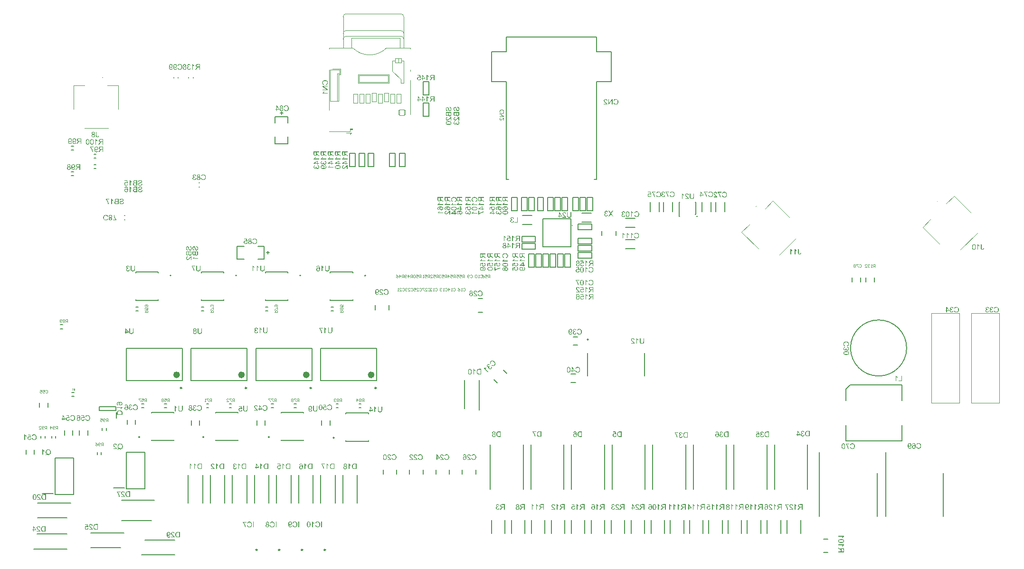
<source format=gbo>
G04*
G04 #@! TF.GenerationSoftware,Altium Limited,Altium Designer,19.1.5 (86)*
G04*
G04 Layer_Color=32896*
%FSLAX25Y25*%
%MOIN*%
G70*
G01*
G75*
%ADD11C,0.00787*%
%ADD12C,0.00800*%
%ADD13C,0.00984*%
%ADD14C,0.00472*%
%ADD16C,0.02362*%
%ADD17C,0.00394*%
%ADD19C,0.00500*%
%ADD21C,0.00400*%
G36*
X388614Y280150D02*
X388777D01*
X389008Y280380D01*
Y280706D01*
X388777Y280937D01*
X388614D01*
X388451D01*
X388221Y280706D01*
Y280380D01*
X388451Y280150D01*
X388614D01*
D01*
D02*
G37*
G36*
X233963Y345293D02*
X233871Y345241D01*
X233779Y345178D01*
X233692Y345109D01*
X233612Y345040D01*
X233548Y344977D01*
X233496Y344925D01*
X233462Y344890D01*
X233456Y344884D01*
X233450Y344879D01*
X233358Y344769D01*
X233272Y344654D01*
X233197Y344539D01*
X233134Y344435D01*
X233082Y344343D01*
X233065Y344303D01*
X233047Y344268D01*
X233030Y344245D01*
X233018Y344222D01*
X233013Y344211D01*
Y344205D01*
X232558D01*
X232592Y344285D01*
X232632Y344372D01*
X232667Y344452D01*
X232707Y344527D01*
X232742Y344591D01*
X232771Y344642D01*
X232794Y344677D01*
X232800Y344683D01*
Y344689D01*
X232857Y344787D01*
X232921Y344873D01*
X232972Y344948D01*
X233024Y345011D01*
X233065Y345063D01*
X233093Y345103D01*
X233116Y345126D01*
X233122Y345132D01*
X230161D01*
Y345599D01*
X233963D01*
Y345293D01*
D02*
G37*
G36*
X339452Y361894D02*
X339573Y361889D01*
X339688Y361871D01*
X339786Y361854D01*
X339867Y361842D01*
X339925Y361825D01*
X339948Y361819D01*
X339965D01*
X339971Y361814D01*
X339976D01*
X340080Y361773D01*
X340172Y361733D01*
X340253Y361693D01*
X340322Y361647D01*
X340380Y361612D01*
X340420Y361583D01*
X340443Y361560D01*
X340454Y361554D01*
X340524Y361491D01*
X340581Y361422D01*
X340627Y361353D01*
X340668Y361289D01*
X340702Y361232D01*
X340725Y361192D01*
X340737Y361163D01*
X340742Y361151D01*
X340777Y361059D01*
X340800Y360967D01*
X340817Y360875D01*
X340829Y360788D01*
X340835Y360719D01*
X340840Y360662D01*
Y360610D01*
X340835Y360489D01*
X340829Y360431D01*
X340823Y360385D01*
Y360345D01*
X340817Y360316D01*
X340811Y360299D01*
Y360293D01*
X340789Y360195D01*
X340777Y360149D01*
X340765Y360114D01*
X340754Y360080D01*
X340742Y360057D01*
X340737Y360045D01*
Y360039D01*
X340702Y359959D01*
X340673Y359901D01*
X340662Y359878D01*
X340650Y359861D01*
X340645Y359855D01*
Y359849D01*
X340616Y359803D01*
X340593Y359775D01*
X340581Y359757D01*
X340575Y359752D01*
X340558Y359734D01*
X340547Y359723D01*
X340535Y359717D01*
X340506Y359705D01*
X340500Y359700D01*
X340495D01*
X340460Y359694D01*
X340449D01*
X340443D01*
X340403Y359688D01*
X340385D01*
X340380D01*
X340339D01*
X340310D01*
X340293Y359694D01*
X340287D01*
X340264Y359700D01*
X340247D01*
X340241Y359705D01*
X340235D01*
X340218Y359711D01*
X340212Y359717D01*
X340207Y359723D01*
X340195Y359740D01*
Y359752D01*
X340201Y359780D01*
X340218Y359815D01*
X340235Y359838D01*
X340241Y359844D01*
Y359849D01*
X340276Y359901D01*
X340310Y359953D01*
X340322Y359976D01*
X340333Y359993D01*
X340345Y360005D01*
Y360011D01*
X340380Y360086D01*
X340414Y360160D01*
X340426Y360195D01*
X340437Y360218D01*
X340443Y360235D01*
Y360241D01*
X340466Y360345D01*
X340472Y360397D01*
X340477Y360449D01*
X340483Y360495D01*
Y360558D01*
X340477Y360633D01*
X340472Y360708D01*
X340460Y360771D01*
X340443Y360829D01*
X340431Y360880D01*
X340420Y360915D01*
X340414Y360938D01*
X340408Y360944D01*
X340380Y361001D01*
X340339Y361059D01*
X340305Y361111D01*
X340270Y361151D01*
X340235Y361186D01*
X340207Y361209D01*
X340189Y361226D01*
X340184Y361232D01*
X340126Y361272D01*
X340063Y361307D01*
X339999Y361341D01*
X339942Y361364D01*
X339890Y361382D01*
X339844Y361399D01*
X339821Y361405D01*
X339809Y361410D01*
X339723Y361428D01*
X339631Y361445D01*
X339544Y361456D01*
X339464Y361462D01*
X339395D01*
X339343Y361468D01*
X339320D01*
X339302D01*
X339297D01*
X339291D01*
X339181Y361462D01*
X339084Y361456D01*
X338997Y361445D01*
X338922Y361433D01*
X338859Y361422D01*
X338813Y361416D01*
X338784Y361405D01*
X338773D01*
X338692Y361376D01*
X338617Y361347D01*
X338548Y361318D01*
X338490Y361289D01*
X338450Y361266D01*
X338415Y361243D01*
X338392Y361232D01*
X338387Y361226D01*
X338329Y361180D01*
X338283Y361128D01*
X338237Y361082D01*
X338202Y361036D01*
X338179Y360996D01*
X338162Y360967D01*
X338150Y360944D01*
X338145Y360938D01*
X338116Y360875D01*
X338093Y360811D01*
X338081Y360748D01*
X338070Y360690D01*
X338064Y360644D01*
X338058Y360604D01*
Y360500D01*
X338064Y360437D01*
X338070Y360385D01*
X338081Y360339D01*
X338087Y360299D01*
X338099Y360270D01*
X338104Y360253D01*
Y360247D01*
X338139Y360155D01*
X338156Y360120D01*
X338173Y360086D01*
X338185Y360057D01*
X338196Y360039D01*
X338208Y360028D01*
Y360022D01*
X338248Y359959D01*
X338283Y359907D01*
X338306Y359878D01*
X338312Y359867D01*
X338335Y359826D01*
X338346Y359798D01*
X338352Y359780D01*
Y359775D01*
X338346Y359752D01*
Y359746D01*
X338323Y359729D01*
X338317Y359723D01*
X338312D01*
X338271Y359711D01*
X338260Y359705D01*
X338254D01*
X338225Y359700D01*
X338202D01*
X338179D01*
X338173D01*
X338145D01*
X338122D01*
X338110Y359705D01*
X338104D01*
X338081Y359711D01*
X338064D01*
X338053Y359717D01*
X338047D01*
X338018Y359729D01*
X338006Y359734D01*
X337989Y359740D01*
X337978Y359757D01*
X337966Y359769D01*
X337960Y359775D01*
X337937Y359803D01*
X337914Y359844D01*
X337891Y359878D01*
X337885Y359884D01*
Y359890D01*
X337851Y359953D01*
X337822Y360016D01*
X337811Y360039D01*
X337805Y360063D01*
X337799Y360074D01*
Y360080D01*
X337770Y360160D01*
X337753Y360235D01*
X337747Y360264D01*
X337741Y360287D01*
X337736Y360304D01*
Y360310D01*
X337718Y360402D01*
X337713Y360483D01*
X337707Y360518D01*
Y360564D01*
X337713Y360673D01*
X337724Y360777D01*
X337741Y360869D01*
X337759Y360950D01*
X337782Y361019D01*
X337799Y361065D01*
X337811Y361099D01*
X337816Y361105D01*
Y361111D01*
X337862Y361197D01*
X337914Y361278D01*
X337966Y361353D01*
X338018Y361410D01*
X338064Y361462D01*
X338099Y361497D01*
X338122Y361526D01*
X338133Y361531D01*
X338214Y361595D01*
X338300Y361652D01*
X338387Y361698D01*
X338461Y361739D01*
X338536Y361768D01*
X338588Y361791D01*
X338611Y361796D01*
X338629Y361802D01*
X338634Y361808D01*
X338640D01*
X338755Y361837D01*
X338870Y361860D01*
X338980Y361877D01*
X339089Y361889D01*
X339176Y361894D01*
X339216D01*
X339251Y361900D01*
X339279D01*
X339297D01*
X339308D01*
X339314D01*
X339452Y361894D01*
D02*
G37*
G36*
X340760Y359147D02*
X340765D01*
X340771D01*
X340789Y359124D01*
X340794Y359118D01*
Y359112D01*
X340800Y359072D01*
X340806Y359060D01*
Y359055D01*
X340811Y359020D01*
Y358916D01*
X340806Y358882D01*
Y358859D01*
X340800Y358830D01*
Y358813D01*
X340794Y358801D01*
Y358795D01*
X340783Y358767D01*
X340771Y358761D01*
X340748Y358749D01*
X340737D01*
X338899D01*
X338767D01*
X338709D01*
X338657D01*
X338611Y358755D01*
X338577D01*
X338554D01*
X338548D01*
X338421D01*
X338358D01*
X338306D01*
X338266Y358761D01*
X338231D01*
X338208D01*
X338202D01*
Y358755D01*
X338306Y358709D01*
X338352Y358686D01*
X338398Y358663D01*
X338433Y358646D01*
X338467Y358628D01*
X338485Y358623D01*
X338490Y358617D01*
X338594Y358565D01*
X338640Y358536D01*
X338680Y358519D01*
X338715Y358496D01*
X338744Y358484D01*
X338761Y358479D01*
X338767Y358473D01*
X340500Y357534D01*
X340564Y357499D01*
X340610Y357471D01*
X340645Y357448D01*
X340650Y357442D01*
X340656D01*
X340696Y357413D01*
X340725Y357384D01*
X340742Y357367D01*
X340748Y357361D01*
X340771Y357327D01*
X340783Y357298D01*
X340794Y357275D01*
Y357269D01*
X340800Y357229D01*
X340806Y357194D01*
Y357021D01*
X340800Y356981D01*
Y356964D01*
X340789Y356941D01*
X340783Y356923D01*
X340771Y356912D01*
Y356906D01*
X340731Y356872D01*
X340719Y356866D01*
X340714Y356860D01*
X340685Y356849D01*
X340662Y356843D01*
X340639D01*
X340633D01*
X337822D01*
X337799Y356849D01*
X337793Y356854D01*
X337770Y356877D01*
X337765Y356883D01*
Y356889D01*
X337759Y356906D01*
X337753Y356929D01*
X337747Y356946D01*
Y356952D01*
X337741Y356981D01*
Y357119D01*
X337747Y357142D01*
Y357148D01*
X337753Y357171D01*
X337759Y357188D01*
X337765Y357200D01*
Y357206D01*
X337782Y357229D01*
X337788Y357240D01*
X337793D01*
X337811Y357246D01*
X337816D01*
X337822D01*
X339475D01*
X339613D01*
X339677D01*
X339734D01*
X339786D01*
X339827D01*
X339850D01*
X339861D01*
X340005D01*
X340074D01*
X340132Y357240D01*
X340178D01*
X340212D01*
X340241D01*
X340247D01*
Y357246D01*
X340166Y357286D01*
X340097Y357321D01*
X340069Y357332D01*
X340045Y357344D01*
X340034Y357355D01*
X340028D01*
X339948Y357396D01*
X339878Y357436D01*
X339850Y357448D01*
X339827Y357459D01*
X339815Y357471D01*
X339809D01*
X339723Y357511D01*
X339648Y357551D01*
X339619Y357569D01*
X339596Y357580D01*
X339585Y357586D01*
X339579Y357592D01*
X339493Y357638D01*
X339412Y357678D01*
X339383Y357695D01*
X339360Y357707D01*
X339343Y357713D01*
X339337Y357718D01*
X337995Y358438D01*
X337949Y358467D01*
X337909Y358490D01*
X337885Y358507D01*
X337880Y358513D01*
X337845Y358542D01*
X337822Y358565D01*
X337811Y358582D01*
X337805Y358588D01*
X337788Y358617D01*
X337776Y358640D01*
X337765Y358663D01*
Y358669D01*
X337753Y358709D01*
X337747Y358744D01*
Y358985D01*
X337753Y359032D01*
X337765Y359066D01*
X337782Y359089D01*
X337788Y359101D01*
X337828Y359129D01*
X337874Y359147D01*
X337909Y359153D01*
X337920D01*
X337926D01*
X340737D01*
X340760Y359147D01*
D02*
G37*
G36*
X340691Y356157D02*
X340708D01*
X340714D01*
X340737Y356152D01*
X340754Y356146D01*
X340765Y356134D01*
X340771D01*
X340789Y356100D01*
X340794Y356094D01*
Y356088D01*
X340800Y356048D01*
Y354343D01*
X340794Y354314D01*
Y354303D01*
X340771Y354285D01*
X340765Y354279D01*
X340760D01*
X340719Y354268D01*
X340708Y354262D01*
X340702D01*
X340673Y354257D01*
X340650Y354251D01*
X340633D01*
X340627D01*
X340598D01*
X340575Y354257D01*
X340564Y354262D01*
X340558D01*
X340535Y354268D01*
X340518Y354274D01*
X340506Y354279D01*
X340500D01*
X340472Y354297D01*
X340466Y354303D01*
Y354308D01*
X340454Y354331D01*
Y355673D01*
X339953Y355190D01*
X339855Y355097D01*
X339763Y355017D01*
X339683Y354942D01*
X339613Y354884D01*
X339556Y354838D01*
X339510Y354804D01*
X339487Y354781D01*
X339475Y354775D01*
X339400Y354717D01*
X339331Y354671D01*
X339268Y354625D01*
X339210Y354591D01*
X339164Y354568D01*
X339130Y354550D01*
X339107Y354539D01*
X339101Y354533D01*
X338980Y354481D01*
X338928Y354458D01*
X338882Y354441D01*
X338842Y354429D01*
X338813Y354423D01*
X338795Y354418D01*
X338790D01*
X338680Y354400D01*
X338634Y354395D01*
X338588D01*
X338554Y354389D01*
X338519D01*
X338502D01*
X338496D01*
X338381Y354400D01*
X338329Y354406D01*
X338283Y354418D01*
X338243Y354429D01*
X338214Y354435D01*
X338196Y354447D01*
X338191D01*
X338093Y354493D01*
X338047Y354521D01*
X338012Y354544D01*
X337978Y354568D01*
X337955Y354591D01*
X337943Y354602D01*
X337937Y354608D01*
X337862Y354694D01*
X337811Y354786D01*
X337788Y354827D01*
X337776Y354855D01*
X337765Y354879D01*
Y354884D01*
X337741Y354948D01*
X337730Y355017D01*
X337718Y355080D01*
X337707Y355143D01*
Y355195D01*
X337701Y355236D01*
Y355276D01*
X337707Y355374D01*
X337713Y355420D01*
Y355460D01*
X337718Y355495D01*
X337724Y355518D01*
X337730Y355535D01*
Y355541D01*
X337753Y355627D01*
X337765Y355668D01*
X337776Y355702D01*
X337788Y355731D01*
X337799Y355754D01*
X337805Y355766D01*
Y355771D01*
X337834Y355840D01*
X337862Y355898D01*
X337868Y355921D01*
X337880Y355938D01*
X337885Y355944D01*
Y355950D01*
X337914Y355996D01*
X337937Y356025D01*
X337949Y356042D01*
X337955Y356048D01*
X337983Y356071D01*
X337989Y356082D01*
X337995D01*
X338018Y356094D01*
X338024Y356100D01*
X338029D01*
X338058Y356105D01*
X338070D01*
X338075D01*
X338110D01*
X338127D01*
X338133D01*
X338168D01*
X338196D01*
X338214D01*
X338219D01*
X338243Y356100D01*
X338260D01*
X338271Y356094D01*
X338277D01*
X338300Y356077D01*
X338306Y356071D01*
X338312Y356048D01*
Y356036D01*
X338306Y356013D01*
X338294Y355984D01*
X338283Y355961D01*
X338277Y355950D01*
X338248Y355898D01*
X338219Y355852D01*
X338196Y355812D01*
X338191Y355806D01*
Y355800D01*
X338156Y355731D01*
X338127Y355662D01*
X338116Y355633D01*
X338104Y355610D01*
X338099Y355599D01*
Y355593D01*
X338075Y355501D01*
X338064Y355414D01*
X338058Y355380D01*
Y355328D01*
X338064Y355241D01*
X338070Y355201D01*
X338075Y355167D01*
X338087Y355143D01*
X338093Y355120D01*
X338099Y355109D01*
Y355103D01*
X338133Y355034D01*
X338168Y354988D01*
X338196Y354953D01*
X338202Y354942D01*
X338208D01*
X338260Y354896D01*
X338312Y354861D01*
X338335Y354850D01*
X338352Y354844D01*
X338364Y354838D01*
X338369D01*
X338438Y354815D01*
X338502Y354809D01*
X338525Y354804D01*
X338548D01*
X338559D01*
X338565D01*
X338640Y354809D01*
X338709Y354815D01*
X338738Y354821D01*
X338761D01*
X338773Y354827D01*
X338778D01*
X338865Y354850D01*
X338951Y354879D01*
X338986Y354896D01*
X339014Y354907D01*
X339032Y354913D01*
X339037Y354919D01*
X339089Y354948D01*
X339147Y354977D01*
X339199Y355011D01*
X339245Y355046D01*
X339285Y355074D01*
X339320Y355097D01*
X339343Y355115D01*
X339349Y355120D01*
X339418Y355172D01*
X339481Y355224D01*
X339550Y355282D01*
X339608Y355334D01*
X339660Y355380D01*
X339706Y355420D01*
X339729Y355443D01*
X339740Y355455D01*
X340368Y356071D01*
X340408Y356105D01*
X340420Y356111D01*
X340426Y356117D01*
X340466Y356140D01*
X340477Y356146D01*
X340483D01*
X340518Y356157D01*
X340535Y356163D01*
X340541D01*
X340570D01*
X340598D01*
X340616D01*
X340627D01*
X340662D01*
X340691Y356157D01*
D02*
G37*
G36*
X431234Y201377D02*
X431328Y201371D01*
X431503Y201336D01*
X431579Y201319D01*
X431655Y201295D01*
X431720Y201266D01*
X431778Y201243D01*
X431831Y201213D01*
X431878Y201190D01*
X431919Y201161D01*
X431954Y201143D01*
X431977Y201126D01*
X431995Y201108D01*
X432006Y201102D01*
X432012Y201096D01*
X432071Y201038D01*
X432118Y200979D01*
X432205Y200845D01*
X432270Y200710D01*
X432316Y200576D01*
X432351Y200459D01*
X432357Y200406D01*
X432369Y200359D01*
X432375Y200324D01*
X432381Y200295D01*
Y200277D01*
Y200272D01*
X431895Y200219D01*
X431883Y200348D01*
X431860Y200459D01*
X431831Y200552D01*
X431790Y200634D01*
X431755Y200699D01*
X431720Y200745D01*
X431696Y200769D01*
X431690Y200781D01*
X431608Y200851D01*
X431521Y200903D01*
X431427Y200938D01*
X431339Y200968D01*
X431263Y200979D01*
X431205Y200985D01*
X431181Y200991D01*
X431146D01*
X431029Y200985D01*
X430924Y200962D01*
X430836Y200933D01*
X430760Y200898D01*
X430702Y200856D01*
X430655Y200827D01*
X430632Y200804D01*
X430620Y200798D01*
X430550Y200722D01*
X430503Y200640D01*
X430468Y200564D01*
X430439Y200488D01*
X430427Y200424D01*
X430421Y200371D01*
X430415Y200336D01*
Y200330D01*
Y200324D01*
X430427Y200225D01*
X430450Y200119D01*
X430485Y200026D01*
X430526Y199938D01*
X430567Y199862D01*
X430602Y199803D01*
X430614Y199780D01*
X430626Y199763D01*
X430637Y199757D01*
Y199751D01*
X430684Y199692D01*
X430737Y199628D01*
X430795Y199564D01*
X430866Y199499D01*
X431006Y199365D01*
X431146Y199230D01*
X431275Y199119D01*
X431334Y199066D01*
X431386Y199025D01*
X431427Y198985D01*
X431456Y198961D01*
X431480Y198944D01*
X431486Y198938D01*
X431626Y198815D01*
X431755Y198704D01*
X431860Y198604D01*
X431948Y198522D01*
X432018Y198452D01*
X432065Y198399D01*
X432094Y198364D01*
X432106Y198359D01*
Y198353D01*
X432182Y198259D01*
X432240Y198171D01*
X432299Y198084D01*
X432340Y198008D01*
X432375Y197937D01*
X432398Y197891D01*
X432410Y197855D01*
X432416Y197850D01*
Y197844D01*
X432433Y197785D01*
X432451Y197727D01*
X432457Y197674D01*
X432463Y197627D01*
X432469Y197586D01*
Y197551D01*
Y197528D01*
Y197522D01*
X429924D01*
Y197973D01*
X431813D01*
X431749Y198066D01*
X431685Y198142D01*
X431655Y198177D01*
X431632Y198201D01*
X431620Y198218D01*
X431614Y198224D01*
X431585Y198253D01*
X431556Y198283D01*
X431480Y198353D01*
X431386Y198435D01*
X431298Y198516D01*
X431211Y198593D01*
X431141Y198651D01*
X431111Y198674D01*
X431088Y198692D01*
X431076Y198704D01*
X431070Y198710D01*
X430977Y198792D01*
X430895Y198862D01*
X430813Y198932D01*
X430743Y198996D01*
X430678Y199061D01*
X430620Y199113D01*
X430561Y199166D01*
X430515Y199213D01*
X430474Y199254D01*
X430439Y199289D01*
X430386Y199341D01*
X430357Y199376D01*
X430345Y199388D01*
X430269Y199482D01*
X430199Y199564D01*
X430146Y199646D01*
X430105Y199716D01*
X430070Y199774D01*
X430047Y199815D01*
X430035Y199845D01*
X430029Y199856D01*
X429994Y199938D01*
X429971Y200020D01*
X429953Y200096D01*
X429941Y200166D01*
X429935Y200225D01*
X429930Y200272D01*
Y200301D01*
Y200312D01*
X429935Y200394D01*
X429941Y200476D01*
X429982Y200623D01*
X430035Y200751D01*
X430093Y200862D01*
X430152Y200950D01*
X430181Y200985D01*
X430204Y201020D01*
X430228Y201044D01*
X430245Y201061D01*
X430251Y201067D01*
X430257Y201073D01*
X430322Y201126D01*
X430386Y201178D01*
X430456Y201219D01*
X430532Y201254D01*
X430678Y201307D01*
X430819Y201342D01*
X430883Y201360D01*
X430942Y201365D01*
X430994Y201371D01*
X431041Y201377D01*
X431082Y201383D01*
X431135D01*
X431234Y201377D01*
D02*
G37*
G36*
X433972Y201289D02*
X434036Y201196D01*
X434106Y201108D01*
X434177Y201026D01*
X434241Y200962D01*
X434294Y200909D01*
X434329Y200874D01*
X434335Y200868D01*
X434340Y200862D01*
X434452Y200769D01*
X434569Y200681D01*
X434686Y200605D01*
X434791Y200541D01*
X434885Y200488D01*
X434926Y200470D01*
X434961Y200453D01*
X434984Y200435D01*
X435007Y200424D01*
X435019Y200418D01*
X435025D01*
Y199956D01*
X434943Y199991D01*
X434855Y200032D01*
X434773Y200067D01*
X434697Y200108D01*
X434633Y200143D01*
X434580Y200172D01*
X434545Y200196D01*
X434539Y200201D01*
X434534D01*
X434434Y200260D01*
X434346Y200324D01*
X434270Y200377D01*
X434206Y200430D01*
X434153Y200470D01*
X434112Y200500D01*
X434089Y200523D01*
X434083Y200529D01*
Y197522D01*
X433609D01*
Y201383D01*
X433919D01*
X433972Y201289D01*
D02*
G37*
G36*
X439061Y199143D02*
Y199031D01*
X439056Y198926D01*
X439050Y198827D01*
X439038Y198733D01*
X439026Y198651D01*
X439015Y198569D01*
X439003Y198499D01*
X438985Y198435D01*
X438974Y198376D01*
X438962Y198324D01*
X438950Y198277D01*
X438939Y198242D01*
X438927Y198212D01*
X438921Y198195D01*
X438915Y198183D01*
Y198177D01*
X438851Y198054D01*
X438775Y197943D01*
X438699Y197855D01*
X438617Y197779D01*
X438547Y197715D01*
X438482Y197674D01*
X438459Y197657D01*
X438447Y197651D01*
X438436Y197639D01*
X438430D01*
X438295Y197581D01*
X438143Y197534D01*
X437997Y197504D01*
X437856Y197481D01*
X437792Y197475D01*
X437734Y197469D01*
X437681Y197464D01*
X437634D01*
X437599Y197458D01*
X437546D01*
X437347Y197469D01*
X437172Y197493D01*
X437090Y197504D01*
X437020Y197522D01*
X436950Y197545D01*
X436891Y197563D01*
X436838Y197581D01*
X436786Y197604D01*
X436745Y197622D01*
X436716Y197633D01*
X436686Y197651D01*
X436669Y197657D01*
X436657Y197668D01*
X436651D01*
X436534Y197756D01*
X436429Y197844D01*
X436347Y197937D01*
X436283Y198025D01*
X436236Y198107D01*
X436201Y198166D01*
X436189Y198189D01*
X436183Y198206D01*
X436177Y198218D01*
Y198224D01*
X436131Y198359D01*
X436101Y198511D01*
X436078Y198663D01*
X436060Y198809D01*
X436055Y198879D01*
X436049Y198944D01*
Y198996D01*
X436043Y199049D01*
Y199090D01*
Y199119D01*
Y199137D01*
Y199143D01*
Y201365D01*
X436552D01*
Y199143D01*
Y199014D01*
X436563Y198891D01*
X436575Y198786D01*
X436587Y198686D01*
X436604Y198593D01*
X436628Y198516D01*
X436651Y198446D01*
X436669Y198382D01*
X436692Y198329D01*
X436716Y198283D01*
X436733Y198247D01*
X436757Y198218D01*
X436768Y198195D01*
X436780Y198177D01*
X436792Y198171D01*
Y198166D01*
X436838Y198119D01*
X436897Y198084D01*
X437020Y198019D01*
X437149Y197978D01*
X437283Y197943D01*
X437400Y197926D01*
X437453Y197920D01*
X437500D01*
X437540Y197914D01*
X437593D01*
X437710Y197920D01*
X437815Y197932D01*
X437909Y197955D01*
X437991Y197978D01*
X438055Y197996D01*
X438102Y198019D01*
X438131Y198031D01*
X438143Y198037D01*
X438225Y198090D01*
X438289Y198148D01*
X438348Y198212D01*
X438389Y198271D01*
X438424Y198324D01*
X438447Y198364D01*
X438459Y198394D01*
X438465Y198405D01*
X438482Y198452D01*
X438494Y198505D01*
X438517Y198622D01*
X438529Y198745D01*
X438541Y198862D01*
X438547Y198973D01*
X438553Y199020D01*
Y199061D01*
Y199096D01*
Y199119D01*
Y199137D01*
Y199143D01*
Y201365D01*
X439061D01*
Y199143D01*
D02*
G37*
G36*
X392580Y181196D02*
X392755Y181173D01*
X392913Y181132D01*
X392983Y181114D01*
X393048Y181091D01*
X393106Y181067D01*
X393165Y181050D01*
X393211Y181026D01*
X393247Y181009D01*
X393282Y180997D01*
X393305Y180985D01*
X393317Y180974D01*
X393322D01*
X393469Y180880D01*
X393603Y180769D01*
X393714Y180658D01*
X393802Y180547D01*
X393878Y180447D01*
X393907Y180406D01*
X393931Y180371D01*
X393949Y180336D01*
X393960Y180313D01*
X393972Y180301D01*
Y180295D01*
X394048Y180125D01*
X394106Y179944D01*
X394142Y179769D01*
X394171Y179605D01*
X394182Y179529D01*
X394188Y179464D01*
X394194Y179400D01*
Y179348D01*
X394200Y179306D01*
Y179277D01*
Y179254D01*
Y179248D01*
X394194Y179043D01*
X394171Y178856D01*
X394136Y178681D01*
X394118Y178599D01*
X394101Y178528D01*
X394083Y178458D01*
X394065Y178400D01*
X394048Y178347D01*
X394030Y178300D01*
X394019Y178265D01*
X394007Y178242D01*
X394001Y178224D01*
Y178218D01*
X393919Y178049D01*
X393820Y177902D01*
X393726Y177774D01*
X393627Y177674D01*
X393545Y177593D01*
X393475Y177534D01*
X393445Y177516D01*
X393428Y177499D01*
X393416Y177493D01*
X393410Y177487D01*
X393334Y177440D01*
X393252Y177405D01*
X393089Y177341D01*
X392919Y177300D01*
X392755Y177265D01*
X392685Y177259D01*
X392615Y177247D01*
X392556Y177242D01*
X392503D01*
X392457Y177236D01*
X392398D01*
X392287Y177242D01*
X392182Y177247D01*
X391989Y177288D01*
X391901Y177312D01*
X391813Y177341D01*
X391737Y177370D01*
X391667Y177400D01*
X391603Y177429D01*
X391550Y177458D01*
X391503Y177487D01*
X391462Y177511D01*
X391427Y177534D01*
X391404Y177551D01*
X391392Y177557D01*
X391386Y177563D01*
X391310Y177628D01*
X391240Y177698D01*
X391123Y177850D01*
X391018Y178008D01*
X390942Y178166D01*
X390906Y178236D01*
X390883Y178300D01*
X390860Y178365D01*
X390836Y178411D01*
X390825Y178458D01*
X390813Y178488D01*
X390807Y178511D01*
Y178517D01*
X391316Y178646D01*
X391363Y178476D01*
X391421Y178324D01*
X391491Y178201D01*
X391556Y178096D01*
X391620Y178020D01*
X391673Y177961D01*
X391708Y177926D01*
X391714Y177920D01*
X391720Y177914D01*
X391837Y177832D01*
X391954Y177774D01*
X392076Y177727D01*
X392188Y177698D01*
X392287Y177680D01*
X392334Y177674D01*
X392369D01*
X392398Y177669D01*
X392439D01*
X392568Y177674D01*
X392691Y177698D01*
X392802Y177727D01*
X392895Y177756D01*
X392977Y177791D01*
X393042Y177815D01*
X393065Y177826D01*
X393083Y177838D01*
X393089Y177844D01*
X393094D01*
X393200Y177920D01*
X393287Y178008D01*
X393363Y178096D01*
X393428Y178189D01*
X393475Y178265D01*
X393504Y178335D01*
X393515Y178359D01*
X393527Y178376D01*
X393533Y178388D01*
Y178394D01*
X393580Y178534D01*
X393615Y178681D01*
X393638Y178827D01*
X393656Y178961D01*
X393662Y179020D01*
X393668Y179073D01*
Y179125D01*
X393673Y179166D01*
Y179201D01*
Y179225D01*
Y179242D01*
Y179248D01*
X393668Y179388D01*
X393656Y179523D01*
X393638Y179646D01*
X393615Y179757D01*
X393592Y179851D01*
X393586Y179892D01*
X393574Y179921D01*
X393568Y179950D01*
X393562Y179968D01*
X393556Y179979D01*
Y179985D01*
X393504Y180114D01*
X393440Y180231D01*
X393369Y180324D01*
X393305Y180406D01*
X393241Y180471D01*
X393188Y180517D01*
X393153Y180547D01*
X393147Y180558D01*
X393141D01*
X393024Y180629D01*
X392901Y180681D01*
X392778Y180722D01*
X392661Y180746D01*
X392556Y180763D01*
X392515Y180769D01*
X392474D01*
X392445Y180775D01*
X392404D01*
X392264Y180769D01*
X392141Y180746D01*
X392030Y180716D01*
X391942Y180681D01*
X391866Y180640D01*
X391813Y180611D01*
X391778Y180588D01*
X391766Y180582D01*
X391673Y180500D01*
X391597Y180406D01*
X391527Y180301D01*
X391474Y180202D01*
X391433Y180114D01*
X391415Y180073D01*
X391398Y180038D01*
X391386Y180008D01*
X391380Y179985D01*
X391374Y179973D01*
Y179968D01*
X390871Y180085D01*
X390942Y180272D01*
X390983Y180359D01*
X391023Y180436D01*
X391070Y180512D01*
X391117Y180582D01*
X391158Y180640D01*
X391205Y180699D01*
X391246Y180746D01*
X391287Y180787D01*
X391328Y180827D01*
X391357Y180857D01*
X391386Y180880D01*
X391404Y180898D01*
X391415Y180904D01*
X391421Y180909D01*
X391497Y180962D01*
X391573Y181009D01*
X391655Y181050D01*
X391737Y181085D01*
X391901Y181138D01*
X392053Y181173D01*
X392123Y181184D01*
X392188Y181190D01*
X392246Y181196D01*
X392293Y181202D01*
X392334Y181208D01*
X392392D01*
X392580Y181196D01*
D02*
G37*
G36*
X390532Y178651D02*
Y178218D01*
X388865D01*
Y177300D01*
X388391D01*
Y178218D01*
X387870D01*
Y178651D01*
X388391D01*
Y181138D01*
X388777D01*
X390532Y178651D01*
D02*
G37*
G36*
X386291Y181149D02*
X386425Y181126D01*
X386548Y181091D01*
X386648Y181050D01*
X386730Y181003D01*
X386788Y180968D01*
X386811Y180956D01*
X386829Y180945D01*
X386835Y180933D01*
X386841D01*
X386940Y180839D01*
X387022Y180740D01*
X387092Y180634D01*
X387151Y180529D01*
X387198Y180436D01*
X387215Y180395D01*
X387227Y180359D01*
X387239Y180330D01*
X387250Y180307D01*
X387256Y180295D01*
Y180289D01*
X387279Y180207D01*
X387303Y180125D01*
X387332Y179944D01*
X387355Y179763D01*
X387373Y179587D01*
X387379Y179505D01*
X387385Y179429D01*
Y179365D01*
X387391Y179306D01*
Y179260D01*
Y179225D01*
Y179201D01*
Y179195D01*
X387385Y179002D01*
X387373Y178815D01*
X387355Y178651D01*
X387332Y178493D01*
X387303Y178353D01*
X387274Y178224D01*
X387239Y178107D01*
X387203Y178008D01*
X387168Y177914D01*
X387133Y177838D01*
X387104Y177774D01*
X387075Y177721D01*
X387051Y177680D01*
X387034Y177651D01*
X387022Y177633D01*
X387016Y177628D01*
X386952Y177557D01*
X386888Y177499D01*
X386817Y177446D01*
X386741Y177400D01*
X386671Y177364D01*
X386595Y177329D01*
X386455Y177282D01*
X386390Y177271D01*
X386332Y177259D01*
X386279Y177247D01*
X386232Y177242D01*
X386191Y177236D01*
X386139D01*
X385987Y177247D01*
X385852Y177271D01*
X385735Y177306D01*
X385630Y177347D01*
X385554Y177388D01*
X385489Y177423D01*
X385472Y177440D01*
X385454Y177446D01*
X385448Y177458D01*
X385442D01*
X385343Y177551D01*
X385261Y177657D01*
X385191Y177762D01*
X385133Y177867D01*
X385086Y177961D01*
X385068Y177996D01*
X385051Y178031D01*
X385039Y178060D01*
X385033Y178084D01*
X385027Y178096D01*
Y178101D01*
X385004Y178183D01*
X384980Y178265D01*
X384945Y178447D01*
X384922Y178628D01*
X384904Y178803D01*
X384898Y178885D01*
X384893Y178961D01*
Y179026D01*
X384887Y179084D01*
Y179131D01*
Y179166D01*
Y179190D01*
Y179195D01*
X384893Y179400D01*
Y179488D01*
X384898Y179576D01*
X384904Y179657D01*
X384916Y179734D01*
X384922Y179798D01*
X384928Y179862D01*
X384939Y179915D01*
X384945Y179968D01*
X384951Y180008D01*
X384963Y180038D01*
X384969Y180067D01*
Y180085D01*
X384975Y180096D01*
Y180102D01*
X385010Y180225D01*
X385051Y180336D01*
X385092Y180436D01*
X385127Y180517D01*
X385162Y180582D01*
X385191Y180634D01*
X385209Y180664D01*
X385214Y180675D01*
X385273Y180757D01*
X385337Y180827D01*
X385402Y180892D01*
X385460Y180945D01*
X385519Y180980D01*
X385560Y181009D01*
X385589Y181026D01*
X385600Y181032D01*
X385688Y181073D01*
X385782Y181108D01*
X385876Y181132D01*
X385957Y181143D01*
X386028Y181155D01*
X386086Y181161D01*
X386139D01*
X386291Y181149D01*
D02*
G37*
G36*
X390533Y207849D02*
X390679Y207820D01*
X390814Y207779D01*
X390925Y207732D01*
X391013Y207680D01*
X391048Y207656D01*
X391077Y207639D01*
X391106Y207621D01*
X391124Y207610D01*
X391129Y207604D01*
X391135Y207598D01*
X391241Y207492D01*
X391323Y207376D01*
X391393Y207253D01*
X391440Y207136D01*
X391480Y207030D01*
X391492Y206983D01*
X391504Y206943D01*
X391510Y206913D01*
X391516Y206890D01*
X391522Y206872D01*
Y206867D01*
X391048Y206785D01*
X391024Y206908D01*
X390989Y207013D01*
X390954Y207101D01*
X390913Y207171D01*
X390878Y207229D01*
X390849Y207270D01*
X390825Y207294D01*
X390820Y207299D01*
X390743Y207358D01*
X390667Y207399D01*
X390591Y207434D01*
X390515Y207452D01*
X390457Y207463D01*
X390404Y207475D01*
X390357D01*
X390258Y207469D01*
X390170Y207446D01*
X390094Y207422D01*
X390030Y207387D01*
X389977Y207358D01*
X389936Y207329D01*
X389913Y207305D01*
X389907Y207299D01*
X389848Y207235D01*
X389807Y207159D01*
X389772Y207089D01*
X389755Y207024D01*
X389743Y206960D01*
X389731Y206913D01*
Y206884D01*
Y206878D01*
Y206872D01*
X389743Y206755D01*
X389772Y206656D01*
X389807Y206574D01*
X389854Y206510D01*
X389901Y206457D01*
X389936Y206416D01*
X389965Y206393D01*
X389977Y206387D01*
X390071Y206334D01*
X390164Y206299D01*
X390252Y206270D01*
X390334Y206252D01*
X390410Y206241D01*
X390463Y206235D01*
X390539D01*
X390562Y206241D01*
X390591D01*
X390644Y205825D01*
X390574Y205843D01*
X390509Y205854D01*
X390451Y205860D01*
X390404Y205866D01*
X390363Y205872D01*
X390311D01*
X390194Y205860D01*
X390094Y205837D01*
X390001Y205808D01*
X389924Y205767D01*
X389860Y205726D01*
X389813Y205697D01*
X389790Y205673D01*
X389778Y205661D01*
X389708Y205579D01*
X389655Y205492D01*
X389614Y205398D01*
X389591Y205316D01*
X389573Y205240D01*
X389567Y205182D01*
X389562Y205158D01*
Y205141D01*
Y205135D01*
Y205129D01*
X389573Y205006D01*
X389597Y204895D01*
X389632Y204796D01*
X389673Y204714D01*
X389720Y204644D01*
X389755Y204597D01*
X389778Y204568D01*
X389790Y204556D01*
X389878Y204480D01*
X389971Y204421D01*
X390065Y204386D01*
X390158Y204357D01*
X390234Y204339D01*
X390293Y204333D01*
X390316Y204328D01*
X390352D01*
X390451Y204333D01*
X390545Y204357D01*
X390626Y204386D01*
X390691Y204415D01*
X390749Y204450D01*
X390790Y204474D01*
X390814Y204497D01*
X390825Y204503D01*
X390890Y204579D01*
X390948Y204667D01*
X390995Y204766D01*
X391030Y204860D01*
X391059Y204948D01*
X391077Y205018D01*
X391089Y205041D01*
Y205065D01*
X391094Y205076D01*
Y205082D01*
X391568Y205018D01*
X391557Y204930D01*
X391539Y204848D01*
X391486Y204696D01*
X391428Y204562D01*
X391358Y204445D01*
X391328Y204398D01*
X391293Y204357D01*
X391264Y204322D01*
X391241Y204287D01*
X391217Y204263D01*
X391200Y204246D01*
X391194Y204240D01*
X391188Y204234D01*
X391124Y204181D01*
X391054Y204134D01*
X390989Y204094D01*
X390919Y204064D01*
X390778Y204006D01*
X390644Y203971D01*
X390585Y203959D01*
X390527Y203953D01*
X390480Y203947D01*
X390433Y203941D01*
X390398Y203936D01*
X390352D01*
X390252Y203941D01*
X390153Y203953D01*
X390059Y203965D01*
X389971Y203988D01*
X389889Y204018D01*
X389813Y204047D01*
X389743Y204076D01*
X389679Y204111D01*
X389626Y204140D01*
X389573Y204170D01*
X389527Y204199D01*
X389492Y204228D01*
X389462Y204252D01*
X389445Y204263D01*
X389433Y204275D01*
X389427Y204281D01*
X389363Y204351D01*
X389304Y204421D01*
X389258Y204491D01*
X389217Y204562D01*
X389176Y204632D01*
X389146Y204708D01*
X389105Y204842D01*
X389088Y204901D01*
X389076Y204959D01*
X389070Y205006D01*
X389064Y205053D01*
X389059Y205088D01*
Y205112D01*
Y205129D01*
Y205135D01*
X389064Y205270D01*
X389088Y205392D01*
X389117Y205498D01*
X389152Y205585D01*
X389193Y205656D01*
X389222Y205708D01*
X389246Y205743D01*
X389252Y205755D01*
X389328Y205843D01*
X389416Y205913D01*
X389503Y205972D01*
X389585Y206012D01*
X389661Y206048D01*
X389720Y206065D01*
X389743Y206077D01*
X389761D01*
X389772Y206083D01*
X389778D01*
X389685Y206129D01*
X389603Y206188D01*
X389538Y206241D01*
X389480Y206293D01*
X389439Y206340D01*
X389404Y206375D01*
X389386Y206399D01*
X389380Y206410D01*
X389334Y206486D01*
X389304Y206568D01*
X389281Y206644D01*
X389263Y206714D01*
X389252Y206773D01*
X389246Y206820D01*
Y206849D01*
Y206861D01*
X389252Y206960D01*
X389269Y207048D01*
X389293Y207130D01*
X389316Y207206D01*
X389339Y207264D01*
X389363Y207311D01*
X389380Y207340D01*
X389386Y207352D01*
X389445Y207434D01*
X389509Y207510D01*
X389579Y207574D01*
X389644Y207627D01*
X389702Y207668D01*
X389749Y207697D01*
X389784Y207715D01*
X389790Y207721D01*
X389796D01*
X389895Y207767D01*
X389995Y207803D01*
X390094Y207826D01*
X390182Y207843D01*
X390258Y207855D01*
X390316Y207861D01*
X390451D01*
X390533Y207849D01*
D02*
G37*
G36*
X387479Y207855D02*
X387573Y207843D01*
X387660Y207826D01*
X387742Y207808D01*
X387889Y207750D01*
X387953Y207715D01*
X388012Y207685D01*
X388070Y207650D01*
X388117Y207615D01*
X388158Y207586D01*
X388187Y207563D01*
X388216Y207539D01*
X388234Y207522D01*
X388245Y207510D01*
X388251Y207504D01*
X388310Y207434D01*
X388362Y207364D01*
X388409Y207288D01*
X388444Y207206D01*
X388479Y207130D01*
X388509Y207048D01*
X388550Y206902D01*
X388561Y206831D01*
X388573Y206767D01*
X388579Y206709D01*
X388585Y206662D01*
X388591Y206621D01*
Y206586D01*
Y206568D01*
Y206562D01*
X388585Y206457D01*
X388579Y206358D01*
X388561Y206270D01*
X388538Y206182D01*
X388515Y206100D01*
X388485Y206024D01*
X388456Y205954D01*
X388427Y205895D01*
X388398Y205837D01*
X388368Y205790D01*
X388339Y205749D01*
X388316Y205714D01*
X388292Y205685D01*
X388275Y205667D01*
X388269Y205656D01*
X388263Y205650D01*
X388199Y205591D01*
X388134Y205539D01*
X388064Y205492D01*
X388000Y205451D01*
X387930Y205416D01*
X387865Y205386D01*
X387737Y205346D01*
X387625Y205322D01*
X387579Y205316D01*
X387538Y205310D01*
X387503Y205305D01*
X387456D01*
X387350Y205310D01*
X387251Y205328D01*
X387163Y205346D01*
X387087Y205375D01*
X387023Y205398D01*
X386970Y205416D01*
X386941Y205433D01*
X386929Y205439D01*
X386841Y205498D01*
X386765Y205556D01*
X386695Y205620D01*
X386643Y205679D01*
X386596Y205726D01*
X386566Y205773D01*
X386543Y205796D01*
X386537Y205808D01*
Y205767D01*
Y205737D01*
Y205720D01*
Y205714D01*
Y205603D01*
X386549Y205498D01*
X386561Y205404D01*
X386572Y205316D01*
X386584Y205240D01*
X386596Y205182D01*
X386602Y205164D01*
Y205147D01*
X386608Y205141D01*
Y205135D01*
X386637Y205035D01*
X386666Y204948D01*
X386695Y204872D01*
X386719Y204807D01*
X386748Y204755D01*
X386765Y204714D01*
X386777Y204690D01*
X386783Y204684D01*
X386824Y204626D01*
X386871Y204573D01*
X386912Y204526D01*
X386958Y204491D01*
X386994Y204462D01*
X387023Y204439D01*
X387046Y204427D01*
X387052Y204421D01*
X387116Y204386D01*
X387181Y204363D01*
X387245Y204345D01*
X387304Y204333D01*
X387356Y204328D01*
X387397Y204322D01*
X387432D01*
X387526Y204328D01*
X387608Y204345D01*
X387678Y204369D01*
X387737Y204392D01*
X387789Y204415D01*
X387824Y204439D01*
X387848Y204456D01*
X387854Y204462D01*
X387912Y204521D01*
X387959Y204597D01*
X387994Y204673D01*
X388023Y204749D01*
X388047Y204813D01*
X388058Y204872D01*
X388064Y204895D01*
X388070Y204913D01*
Y204918D01*
Y204924D01*
X388520Y204889D01*
X388491Y204725D01*
X388444Y204585D01*
X388392Y204462D01*
X388333Y204363D01*
X388275Y204287D01*
X388228Y204228D01*
X388193Y204193D01*
X388187Y204187D01*
X388181Y204181D01*
X388064Y204099D01*
X387947Y204041D01*
X387824Y203994D01*
X387707Y203965D01*
X387602Y203947D01*
X387555Y203941D01*
X387520D01*
X387485Y203936D01*
X387444D01*
X387292Y203947D01*
X387146Y203971D01*
X387023Y204006D01*
X386912Y204047D01*
X386824Y204088D01*
X386789Y204105D01*
X386759Y204123D01*
X386730Y204140D01*
X386713Y204146D01*
X386707Y204158D01*
X386701D01*
X386590Y204252D01*
X386496Y204357D01*
X386414Y204468D01*
X386344Y204579D01*
X386292Y204673D01*
X386274Y204714D01*
X386256Y204755D01*
X386245Y204784D01*
X386233Y204807D01*
X386227Y204819D01*
Y204825D01*
X386198Y204913D01*
X386175Y205000D01*
X386134Y205193D01*
X386104Y205392D01*
X386081Y205579D01*
X386075Y205667D01*
X386069Y205743D01*
Y205819D01*
X386063Y205878D01*
Y205930D01*
Y205966D01*
Y205995D01*
Y206001D01*
Y206129D01*
X386069Y206252D01*
X386081Y206363D01*
X386087Y206469D01*
X386099Y206562D01*
X386116Y206650D01*
X386128Y206732D01*
X386145Y206802D01*
X386163Y206867D01*
X386175Y206925D01*
X386186Y206972D01*
X386204Y207007D01*
X386210Y207036D01*
X386221Y207060D01*
X386227Y207071D01*
Y207077D01*
X386292Y207212D01*
X386368Y207329D01*
X386450Y207422D01*
X386526Y207510D01*
X386596Y207574D01*
X386648Y207621D01*
X386672Y207633D01*
X386689Y207645D01*
X386695Y207656D01*
X386701D01*
X386818Y207727D01*
X386941Y207773D01*
X387052Y207808D01*
X387157Y207838D01*
X387251Y207849D01*
X387292Y207855D01*
X387321D01*
X387350Y207861D01*
X387386D01*
X387479Y207855D01*
D02*
G37*
G36*
X393780Y207896D02*
X393955Y207873D01*
X394113Y207832D01*
X394183Y207814D01*
X394248Y207791D01*
X394306Y207767D01*
X394365Y207750D01*
X394411Y207727D01*
X394446Y207709D01*
X394482Y207697D01*
X394505Y207685D01*
X394517Y207674D01*
X394523D01*
X394669Y207580D01*
X394803Y207469D01*
X394914Y207358D01*
X395002Y207247D01*
X395078Y207147D01*
X395108Y207106D01*
X395131Y207071D01*
X395148Y207036D01*
X395160Y207013D01*
X395172Y207001D01*
Y206995D01*
X395248Y206826D01*
X395306Y206644D01*
X395341Y206469D01*
X395371Y206305D01*
X395382Y206229D01*
X395388Y206165D01*
X395394Y206100D01*
Y206048D01*
X395400Y206007D01*
Y205977D01*
Y205954D01*
Y205948D01*
X395394Y205743D01*
X395371Y205556D01*
X395336Y205381D01*
X395318Y205299D01*
X395301Y205228D01*
X395283Y205158D01*
X395266Y205100D01*
X395248Y205047D01*
X395230Y205000D01*
X395219Y204965D01*
X395207Y204942D01*
X395201Y204924D01*
Y204918D01*
X395119Y204749D01*
X395020Y204603D01*
X394926Y204474D01*
X394827Y204374D01*
X394745Y204292D01*
X394675Y204234D01*
X394645Y204217D01*
X394628Y204199D01*
X394616Y204193D01*
X394610Y204187D01*
X394534Y204140D01*
X394452Y204105D01*
X394288Y204041D01*
X394119Y204000D01*
X393955Y203965D01*
X393885Y203959D01*
X393815Y203947D01*
X393756Y203941D01*
X393704D01*
X393657Y203936D01*
X393598D01*
X393487Y203941D01*
X393382Y203947D01*
X393189Y203988D01*
X393101Y204012D01*
X393013Y204041D01*
X392937Y204070D01*
X392867Y204099D01*
X392803Y204129D01*
X392750Y204158D01*
X392703Y204187D01*
X392662Y204211D01*
X392627Y204234D01*
X392604Y204252D01*
X392592Y204257D01*
X392586Y204263D01*
X392510Y204328D01*
X392440Y204398D01*
X392323Y204550D01*
X392218Y204708D01*
X392142Y204866D01*
X392106Y204936D01*
X392083Y205000D01*
X392060Y205065D01*
X392036Y205112D01*
X392024Y205158D01*
X392013Y205188D01*
X392007Y205211D01*
Y205217D01*
X392516Y205346D01*
X392563Y205176D01*
X392621Y205024D01*
X392691Y204901D01*
X392756Y204796D01*
X392820Y204720D01*
X392873Y204661D01*
X392908Y204626D01*
X392914Y204620D01*
X392920Y204614D01*
X393037Y204532D01*
X393154Y204474D01*
X393277Y204427D01*
X393388Y204398D01*
X393487Y204380D01*
X393534Y204374D01*
X393569D01*
X393598Y204369D01*
X393639D01*
X393768Y204374D01*
X393891Y204398D01*
X394002Y204427D01*
X394095Y204456D01*
X394177Y204491D01*
X394242Y204515D01*
X394265Y204526D01*
X394283Y204538D01*
X394288Y204544D01*
X394294D01*
X394400Y204620D01*
X394487Y204708D01*
X394564Y204796D01*
X394628Y204889D01*
X394675Y204965D01*
X394704Y205035D01*
X394715Y205059D01*
X394727Y205076D01*
X394733Y205088D01*
Y205094D01*
X394780Y205234D01*
X394815Y205381D01*
X394838Y205527D01*
X394856Y205661D01*
X394862Y205720D01*
X394868Y205773D01*
Y205825D01*
X394873Y205866D01*
Y205901D01*
Y205925D01*
Y205942D01*
Y205948D01*
X394868Y206088D01*
X394856Y206223D01*
X394838Y206346D01*
X394815Y206457D01*
X394792Y206551D01*
X394786Y206592D01*
X394774Y206621D01*
X394768Y206650D01*
X394762Y206668D01*
X394757Y206679D01*
Y206685D01*
X394704Y206814D01*
X394639Y206931D01*
X394569Y207024D01*
X394505Y207106D01*
X394441Y207171D01*
X394388Y207218D01*
X394353Y207247D01*
X394347Y207258D01*
X394341D01*
X394224Y207329D01*
X394101Y207381D01*
X393979Y207422D01*
X393862Y207446D01*
X393756Y207463D01*
X393715Y207469D01*
X393674D01*
X393645Y207475D01*
X393604D01*
X393464Y207469D01*
X393341Y207446D01*
X393230Y207416D01*
X393142Y207381D01*
X393066Y207340D01*
X393013Y207311D01*
X392978Y207288D01*
X392966Y207282D01*
X392873Y207200D01*
X392797Y207106D01*
X392726Y207001D01*
X392674Y206902D01*
X392633Y206814D01*
X392615Y206773D01*
X392598Y206738D01*
X392586Y206709D01*
X392580Y206685D01*
X392574Y206674D01*
Y206668D01*
X392071Y206785D01*
X392142Y206972D01*
X392182Y207060D01*
X392224Y207136D01*
X392270Y207212D01*
X392317Y207282D01*
X392358Y207340D01*
X392405Y207399D01*
X392446Y207446D01*
X392487Y207487D01*
X392528Y207528D01*
X392557Y207557D01*
X392586Y207580D01*
X392604Y207598D01*
X392615Y207604D01*
X392621Y207610D01*
X392697Y207662D01*
X392773Y207709D01*
X392855Y207750D01*
X392937Y207785D01*
X393101Y207838D01*
X393253Y207873D01*
X393323Y207884D01*
X393388Y207890D01*
X393446Y207896D01*
X393493Y207902D01*
X393534Y207908D01*
X393592D01*
X393780Y207896D01*
D02*
G37*
G36*
X545117Y263967D02*
X545182Y263874D01*
X545252Y263786D01*
X545322Y263704D01*
X545386Y263640D01*
X545439Y263587D01*
X545474Y263552D01*
X545480Y263546D01*
X545486Y263540D01*
X545597Y263447D01*
X545714Y263359D01*
X545831Y263283D01*
X545936Y263219D01*
X546030Y263166D01*
X546071Y263148D01*
X546106Y263131D01*
X546129Y263113D01*
X546153Y263102D01*
X546164Y263096D01*
X546170D01*
Y262634D01*
X546088Y262669D01*
X546001Y262710D01*
X545919Y262745D01*
X545843Y262786D01*
X545778Y262821D01*
X545726Y262850D01*
X545690Y262874D01*
X545685Y262879D01*
X545679D01*
X545579Y262938D01*
X545492Y263002D01*
X545416Y263055D01*
X545351Y263107D01*
X545299Y263148D01*
X545258Y263178D01*
X545234Y263201D01*
X545228Y263207D01*
Y260200D01*
X544755D01*
Y264061D01*
X545065D01*
X545117Y263967D01*
D02*
G37*
G36*
X542134D02*
X542198Y263874D01*
X542268Y263786D01*
X542339Y263704D01*
X542403Y263640D01*
X542455Y263587D01*
X542491Y263552D01*
X542496Y263546D01*
X542502Y263540D01*
X542614Y263447D01*
X542731Y263359D01*
X542847Y263283D01*
X542953Y263219D01*
X543046Y263166D01*
X543087Y263148D01*
X543122Y263131D01*
X543146Y263113D01*
X543169Y263102D01*
X543181Y263096D01*
X543187D01*
Y262634D01*
X543105Y262669D01*
X543017Y262710D01*
X542935Y262745D01*
X542859Y262786D01*
X542795Y262821D01*
X542742Y262850D01*
X542707Y262874D01*
X542701Y262879D01*
X542695D01*
X542596Y262938D01*
X542508Y263002D01*
X542432Y263055D01*
X542368Y263107D01*
X542315Y263148D01*
X542274Y263178D01*
X542251Y263201D01*
X542245Y263207D01*
Y260200D01*
X541771D01*
Y264061D01*
X542081D01*
X542134Y263967D01*
D02*
G37*
G36*
X547680Y261393D02*
Y261276D01*
X547691Y261177D01*
X547697Y261095D01*
X547709Y261025D01*
X547720Y260972D01*
X547726Y260937D01*
X547738Y260914D01*
Y260908D01*
X547761Y260855D01*
X547791Y260808D01*
X547820Y260768D01*
X547855Y260738D01*
X547884Y260709D01*
X547908Y260691D01*
X547925Y260680D01*
X547931Y260674D01*
X547984Y260645D01*
X548036Y260621D01*
X548095Y260610D01*
X548147Y260598D01*
X548188Y260592D01*
X548224Y260586D01*
X548259D01*
X548352Y260592D01*
X548434Y260610D01*
X548504Y260639D01*
X548563Y260668D01*
X548610Y260691D01*
X548639Y260721D01*
X548662Y260738D01*
X548668Y260744D01*
X548692Y260779D01*
X548715Y260820D01*
X548756Y260908D01*
X548785Y261007D01*
X548803Y261113D01*
X548820Y261206D01*
X548826Y261247D01*
Y261282D01*
X548832Y261312D01*
Y261335D01*
Y261347D01*
Y261352D01*
X549288Y261288D01*
Y261183D01*
X549282Y261089D01*
X549271Y260996D01*
X549253Y260914D01*
X549236Y260832D01*
X549212Y260762D01*
X549189Y260697D01*
X549165Y260639D01*
X549142Y260592D01*
X549113Y260545D01*
X549095Y260510D01*
X549072Y260475D01*
X549054Y260452D01*
X549043Y260434D01*
X549031Y260428D01*
Y260422D01*
X548978Y260370D01*
X548920Y260329D01*
X548861Y260288D01*
X548797Y260259D01*
X548668Y260206D01*
X548545Y260171D01*
X548434Y260153D01*
X548382Y260147D01*
X548341Y260141D01*
X548306Y260136D01*
X548259D01*
X548136Y260141D01*
X548019Y260159D01*
X547919Y260177D01*
X547832Y260206D01*
X547761Y260229D01*
X547709Y260247D01*
X547674Y260264D01*
X547662Y260270D01*
X547574Y260329D01*
X547492Y260393D01*
X547428Y260457D01*
X547375Y260528D01*
X547340Y260586D01*
X547311Y260633D01*
X547294Y260662D01*
X547288Y260674D01*
X547247Y260779D01*
X547217Y260902D01*
X547200Y261025D01*
X547182Y261148D01*
X547177Y261253D01*
Y261300D01*
X547171Y261341D01*
Y261376D01*
Y261399D01*
Y261417D01*
Y261423D01*
Y264043D01*
X547680D01*
Y261393D01*
D02*
G37*
G36*
X673417Y267267D02*
X673482Y267174D01*
X673552Y267086D01*
X673622Y267004D01*
X673686Y266940D01*
X673739Y266887D01*
X673774Y266852D01*
X673780Y266846D01*
X673786Y266840D01*
X673897Y266747D01*
X674014Y266659D01*
X674131Y266583D01*
X674236Y266519D01*
X674330Y266466D01*
X674371Y266448D01*
X674406Y266431D01*
X674429Y266413D01*
X674453Y266402D01*
X674464Y266396D01*
X674470D01*
Y265934D01*
X674388Y265969D01*
X674301Y266010D01*
X674219Y266045D01*
X674143Y266086D01*
X674078Y266121D01*
X674026Y266150D01*
X673990Y266174D01*
X673985Y266179D01*
X673979D01*
X673879Y266238D01*
X673792Y266302D01*
X673716Y266355D01*
X673651Y266407D01*
X673599Y266448D01*
X673558Y266478D01*
X673534Y266501D01*
X673528Y266507D01*
Y263500D01*
X673055D01*
Y267361D01*
X673365D01*
X673417Y267267D01*
D02*
G37*
G36*
X675980Y264693D02*
Y264576D01*
X675991Y264477D01*
X675997Y264395D01*
X676009Y264325D01*
X676020Y264272D01*
X676026Y264237D01*
X676038Y264214D01*
Y264208D01*
X676061Y264155D01*
X676091Y264108D01*
X676120Y264068D01*
X676155Y264038D01*
X676184Y264009D01*
X676208Y263991D01*
X676225Y263980D01*
X676231Y263974D01*
X676284Y263945D01*
X676336Y263921D01*
X676395Y263910D01*
X676447Y263898D01*
X676488Y263892D01*
X676524Y263886D01*
X676559D01*
X676652Y263892D01*
X676734Y263910D01*
X676804Y263939D01*
X676863Y263968D01*
X676910Y263991D01*
X676939Y264021D01*
X676962Y264038D01*
X676968Y264044D01*
X676992Y264079D01*
X677015Y264120D01*
X677056Y264208D01*
X677085Y264307D01*
X677103Y264413D01*
X677120Y264506D01*
X677126Y264547D01*
Y264582D01*
X677132Y264612D01*
Y264635D01*
Y264647D01*
Y264652D01*
X677588Y264588D01*
Y264483D01*
X677582Y264389D01*
X677571Y264296D01*
X677553Y264214D01*
X677536Y264132D01*
X677512Y264062D01*
X677489Y263997D01*
X677465Y263939D01*
X677442Y263892D01*
X677413Y263845D01*
X677395Y263810D01*
X677372Y263775D01*
X677354Y263752D01*
X677343Y263734D01*
X677331Y263728D01*
Y263722D01*
X677278Y263670D01*
X677220Y263629D01*
X677161Y263588D01*
X677097Y263559D01*
X676968Y263506D01*
X676845Y263471D01*
X676734Y263453D01*
X676682Y263447D01*
X676641Y263441D01*
X676606Y263436D01*
X676559D01*
X676436Y263441D01*
X676319Y263459D01*
X676219Y263477D01*
X676132Y263506D01*
X676061Y263529D01*
X676009Y263547D01*
X675974Y263564D01*
X675962Y263570D01*
X675874Y263629D01*
X675792Y263693D01*
X675728Y263757D01*
X675675Y263828D01*
X675640Y263886D01*
X675611Y263933D01*
X675594Y263962D01*
X675588Y263974D01*
X675547Y264079D01*
X675517Y264202D01*
X675500Y264325D01*
X675482Y264448D01*
X675477Y264553D01*
Y264600D01*
X675471Y264641D01*
Y264676D01*
Y264699D01*
Y264717D01*
Y264723D01*
Y267343D01*
X675980D01*
Y264693D01*
D02*
G37*
G36*
X670750Y267349D02*
X670884Y267326D01*
X671007Y267291D01*
X671106Y267250D01*
X671188Y267203D01*
X671247Y267168D01*
X671270Y267156D01*
X671288Y267144D01*
X671294Y267133D01*
X671300D01*
X671399Y267039D01*
X671481Y266940D01*
X671551Y266834D01*
X671610Y266729D01*
X671656Y266636D01*
X671674Y266595D01*
X671686Y266560D01*
X671697Y266530D01*
X671709Y266507D01*
X671715Y266495D01*
Y266489D01*
X671738Y266407D01*
X671762Y266326D01*
X671791Y266144D01*
X671814Y265963D01*
X671832Y265787D01*
X671838Y265705D01*
X671844Y265629D01*
Y265565D01*
X671849Y265507D01*
Y265460D01*
Y265425D01*
Y265401D01*
Y265395D01*
X671844Y265202D01*
X671832Y265015D01*
X671814Y264851D01*
X671791Y264693D01*
X671762Y264553D01*
X671732Y264424D01*
X671697Y264307D01*
X671662Y264208D01*
X671627Y264114D01*
X671592Y264038D01*
X671563Y263974D01*
X671534Y263921D01*
X671510Y263880D01*
X671493Y263851D01*
X671481Y263833D01*
X671475Y263828D01*
X671411Y263757D01*
X671346Y263699D01*
X671276Y263646D01*
X671200Y263599D01*
X671130Y263564D01*
X671054Y263529D01*
X670914Y263482D01*
X670849Y263471D01*
X670791Y263459D01*
X670738Y263447D01*
X670691Y263441D01*
X670650Y263436D01*
X670598D01*
X670445Y263447D01*
X670311Y263471D01*
X670194Y263506D01*
X670089Y263547D01*
X670013Y263588D01*
X669948Y263623D01*
X669931Y263640D01*
X669913Y263646D01*
X669907Y263658D01*
X669901D01*
X669802Y263752D01*
X669720Y263857D01*
X669650Y263962D01*
X669591Y264068D01*
X669545Y264161D01*
X669527Y264196D01*
X669510Y264231D01*
X669498Y264261D01*
X669492Y264284D01*
X669486Y264296D01*
Y264301D01*
X669463Y264383D01*
X669439Y264465D01*
X669404Y264647D01*
X669381Y264828D01*
X669363Y265003D01*
X669357Y265085D01*
X669351Y265161D01*
Y265226D01*
X669346Y265284D01*
Y265331D01*
Y265366D01*
Y265390D01*
Y265395D01*
X669351Y265600D01*
Y265688D01*
X669357Y265776D01*
X669363Y265858D01*
X669375Y265934D01*
X669381Y265998D01*
X669387Y266062D01*
X669398Y266115D01*
X669404Y266168D01*
X669410Y266209D01*
X669422Y266238D01*
X669427Y266267D01*
Y266285D01*
X669433Y266296D01*
Y266302D01*
X669468Y266425D01*
X669510Y266536D01*
X669550Y266636D01*
X669586Y266718D01*
X669621Y266782D01*
X669650Y266834D01*
X669667Y266864D01*
X669673Y266876D01*
X669732Y266957D01*
X669796Y267028D01*
X669861Y267092D01*
X669919Y267144D01*
X669978Y267180D01*
X670018Y267209D01*
X670048Y267227D01*
X670059Y267232D01*
X670147Y267273D01*
X670241Y267308D01*
X670334Y267332D01*
X670416Y267343D01*
X670486Y267355D01*
X670545Y267361D01*
X670598D01*
X670750Y267349D01*
D02*
G37*
G36*
X54879Y343693D02*
Y343576D01*
X54891Y343477D01*
X54897Y343395D01*
X54909Y343325D01*
X54921Y343272D01*
X54926Y343237D01*
X54938Y343214D01*
Y343208D01*
X54962Y343155D01*
X54991Y343108D01*
X55020Y343068D01*
X55055Y343038D01*
X55084Y343009D01*
X55108Y342991D01*
X55125Y342980D01*
X55131Y342974D01*
X55184Y342945D01*
X55236Y342921D01*
X55295Y342910D01*
X55348Y342898D01*
X55388Y342892D01*
X55424Y342886D01*
X55459D01*
X55552Y342892D01*
X55634Y342910D01*
X55704Y342939D01*
X55763Y342968D01*
X55810Y342991D01*
X55839Y343021D01*
X55862Y343038D01*
X55868Y343044D01*
X55892Y343079D01*
X55915Y343120D01*
X55956Y343208D01*
X55985Y343307D01*
X56003Y343413D01*
X56020Y343506D01*
X56026Y343547D01*
Y343582D01*
X56032Y343612D01*
Y343635D01*
Y343647D01*
Y343652D01*
X56488Y343588D01*
Y343483D01*
X56482Y343389D01*
X56471Y343296D01*
X56453Y343214D01*
X56436Y343132D01*
X56412Y343062D01*
X56389Y342997D01*
X56365Y342939D01*
X56342Y342892D01*
X56313Y342845D01*
X56295Y342810D01*
X56272Y342775D01*
X56254Y342752D01*
X56243Y342734D01*
X56231Y342728D01*
Y342722D01*
X56178Y342670D01*
X56120Y342629D01*
X56061Y342588D01*
X55997Y342559D01*
X55868Y342506D01*
X55745Y342471D01*
X55634Y342453D01*
X55582Y342447D01*
X55541Y342442D01*
X55506Y342436D01*
X55459D01*
X55336Y342442D01*
X55219Y342459D01*
X55119Y342477D01*
X55032Y342506D01*
X54962Y342529D01*
X54909Y342547D01*
X54874Y342564D01*
X54862Y342570D01*
X54774Y342629D01*
X54692Y342693D01*
X54628Y342757D01*
X54575Y342828D01*
X54540Y342886D01*
X54511Y342933D01*
X54493Y342962D01*
X54488Y342974D01*
X54447Y343079D01*
X54417Y343202D01*
X54400Y343325D01*
X54382Y343448D01*
X54376Y343553D01*
Y343600D01*
X54371Y343641D01*
Y343676D01*
Y343699D01*
Y343717D01*
Y343723D01*
Y346343D01*
X54879D01*
Y343693D01*
D02*
G37*
G36*
X52580Y346355D02*
X52662Y346349D01*
X52820Y346314D01*
X52961Y346273D01*
X53072Y346221D01*
X53124Y346191D01*
X53166Y346168D01*
X53201Y346139D01*
X53236Y346121D01*
X53259Y346104D01*
X53277Y346086D01*
X53282Y346080D01*
X53288Y346074D01*
X53341Y346022D01*
X53388Y345963D01*
X53429Y345905D01*
X53458Y345840D01*
X53517Y345723D01*
X53552Y345612D01*
X53569Y345513D01*
X53575Y345472D01*
X53581Y345437D01*
X53587Y345408D01*
Y345384D01*
Y345372D01*
Y345367D01*
X53581Y345267D01*
X53563Y345179D01*
X53540Y345097D01*
X53517Y345027D01*
X53493Y344969D01*
X53470Y344928D01*
X53452Y344904D01*
X53446Y344893D01*
X53388Y344822D01*
X53318Y344764D01*
X53247Y344711D01*
X53171Y344665D01*
X53107Y344635D01*
X53054Y344606D01*
X53019Y344594D01*
X53013Y344588D01*
X53008D01*
X53130Y344548D01*
X53241Y344495D01*
X53335Y344436D01*
X53411Y344378D01*
X53470Y344325D01*
X53517Y344278D01*
X53540Y344249D01*
X53552Y344243D01*
Y344237D01*
X53616Y344138D01*
X53657Y344033D01*
X53692Y343927D01*
X53715Y343828D01*
X53727Y343746D01*
X53733Y343705D01*
Y343676D01*
X53739Y343647D01*
Y343629D01*
Y343617D01*
Y343612D01*
X53733Y343518D01*
X53721Y343430D01*
X53710Y343348D01*
X53686Y343266D01*
X53628Y343126D01*
X53598Y343062D01*
X53563Y343003D01*
X53534Y342951D01*
X53505Y342904D01*
X53475Y342863D01*
X53446Y342828D01*
X53423Y342804D01*
X53411Y342787D01*
X53399Y342775D01*
X53394Y342769D01*
X53324Y342711D01*
X53253Y342658D01*
X53177Y342617D01*
X53101Y342576D01*
X53025Y342547D01*
X52949Y342517D01*
X52803Y342477D01*
X52733Y342465D01*
X52674Y342453D01*
X52616Y342447D01*
X52569Y342442D01*
X52528Y342436D01*
X52475D01*
X52370Y342442D01*
X52271Y342447D01*
X52177Y342465D01*
X52095Y342488D01*
X52013Y342512D01*
X51937Y342541D01*
X51867Y342570D01*
X51802Y342605D01*
X51744Y342635D01*
X51697Y342664D01*
X51656Y342693D01*
X51621Y342716D01*
X51592Y342740D01*
X51574Y342757D01*
X51563Y342763D01*
X51557Y342769D01*
X51492Y342833D01*
X51440Y342898D01*
X51393Y342968D01*
X51352Y343038D01*
X51317Y343108D01*
X51293Y343179D01*
X51247Y343307D01*
X51223Y343424D01*
X51217Y343477D01*
X51212Y343518D01*
X51206Y343553D01*
Y343576D01*
Y343594D01*
Y343600D01*
X51212Y343728D01*
X51235Y343846D01*
X51264Y343951D01*
X51299Y344039D01*
X51335Y344115D01*
X51364Y344167D01*
X51387Y344202D01*
X51393Y344214D01*
X51469Y344302D01*
X51557Y344384D01*
X51644Y344448D01*
X51732Y344501D01*
X51808Y344536D01*
X51873Y344565D01*
X51896Y344577D01*
X51914Y344583D01*
X51925Y344588D01*
X51931D01*
X51832Y344629D01*
X51744Y344682D01*
X51668Y344729D01*
X51609Y344776D01*
X51563Y344822D01*
X51528Y344858D01*
X51510Y344881D01*
X51504Y344887D01*
X51457Y344963D01*
X51422Y345045D01*
X51399Y345121D01*
X51381Y345197D01*
X51370Y345261D01*
X51364Y345308D01*
Y345343D01*
Y345355D01*
X51370Y345431D01*
X51375Y345507D01*
X51411Y345641D01*
X51463Y345764D01*
X51516Y345870D01*
X51574Y345952D01*
X51604Y345987D01*
X51627Y346016D01*
X51644Y346039D01*
X51662Y346057D01*
X51668Y346063D01*
X51674Y346069D01*
X51732Y346121D01*
X51797Y346168D01*
X51861Y346203D01*
X51931Y346238D01*
X52066Y346291D01*
X52194Y346326D01*
X52311Y346343D01*
X52358Y346355D01*
X52405D01*
X52440Y346361D01*
X52487D01*
X52580Y346355D01*
D02*
G37*
G36*
X54410Y341167D02*
X54475Y341074D01*
X54545Y340986D01*
X54615Y340904D01*
X54680Y340840D01*
X54732Y340787D01*
X54767Y340752D01*
X54773Y340746D01*
X54779Y340740D01*
X54890Y340647D01*
X55007Y340559D01*
X55124Y340483D01*
X55230Y340419D01*
X55323Y340366D01*
X55364Y340348D01*
X55399Y340331D01*
X55423Y340313D01*
X55446Y340302D01*
X55458Y340296D01*
X55463D01*
Y339834D01*
X55382Y339869D01*
X55294Y339910D01*
X55212Y339945D01*
X55136Y339986D01*
X55072Y340021D01*
X55019Y340050D01*
X54984Y340073D01*
X54978Y340079D01*
X54972D01*
X54873Y340138D01*
X54785Y340202D01*
X54709Y340255D01*
X54645Y340307D01*
X54592Y340348D01*
X54551Y340378D01*
X54527Y340401D01*
X54522Y340407D01*
Y337400D01*
X54048D01*
Y341261D01*
X54358D01*
X54410Y341167D01*
D02*
G37*
G36*
X59500Y337400D02*
X58991D01*
Y339108D01*
X58336D01*
X58277Y339102D01*
X58231D01*
X58190Y339096D01*
X58160Y339091D01*
X58137D01*
X58125Y339085D01*
X58119D01*
X58032Y339055D01*
X57961Y339020D01*
X57932Y339003D01*
X57909Y338991D01*
X57897Y338985D01*
X57891Y338980D01*
X57844Y338950D01*
X57803Y338909D01*
X57716Y338827D01*
X57687Y338787D01*
X57657Y338751D01*
X57640Y338728D01*
X57634Y338722D01*
X57575Y338646D01*
X57517Y338564D01*
X57452Y338476D01*
X57394Y338389D01*
X57341Y338313D01*
X57300Y338254D01*
X57289Y338231D01*
X57277Y338213D01*
X57265Y338201D01*
Y338196D01*
X56756Y337400D01*
X56119D01*
X56786Y338441D01*
X56862Y338552D01*
X56938Y338652D01*
X57008Y338740D01*
X57072Y338816D01*
X57125Y338874D01*
X57166Y338921D01*
X57195Y338944D01*
X57207Y338956D01*
X57248Y338991D01*
X57300Y339026D01*
X57400Y339091D01*
X57441Y339114D01*
X57476Y339132D01*
X57499Y339143D01*
X57511Y339149D01*
X57411Y339167D01*
X57318Y339184D01*
X57230Y339208D01*
X57154Y339237D01*
X57078Y339266D01*
X57014Y339295D01*
X56949Y339325D01*
X56897Y339354D01*
X56850Y339383D01*
X56809Y339407D01*
X56774Y339436D01*
X56745Y339453D01*
X56727Y339477D01*
X56710Y339489D01*
X56698Y339500D01*
X56651Y339553D01*
X56610Y339611D01*
X56540Y339728D01*
X56493Y339839D01*
X56464Y339951D01*
X56440Y340044D01*
X56435Y340085D01*
Y340120D01*
X56429Y340149D01*
Y340173D01*
Y340185D01*
Y340191D01*
X56435Y340307D01*
X56452Y340413D01*
X56481Y340512D01*
X56511Y340600D01*
X56540Y340670D01*
X56569Y340723D01*
X56587Y340758D01*
X56593Y340770D01*
X56657Y340863D01*
X56727Y340939D01*
X56797Y341004D01*
X56867Y341050D01*
X56926Y341091D01*
X56973Y341121D01*
X57008Y341132D01*
X57014Y341138D01*
X57020D01*
X57072Y341156D01*
X57131Y341173D01*
X57254Y341197D01*
X57382Y341220D01*
X57505Y341232D01*
X57622Y341238D01*
X57669D01*
X57716Y341243D01*
X59500D01*
Y337400D01*
D02*
G37*
G36*
X51743Y341249D02*
X51877Y341226D01*
X52000Y341191D01*
X52100Y341150D01*
X52182Y341103D01*
X52240Y341068D01*
X52263Y341056D01*
X52281Y341044D01*
X52287Y341033D01*
X52293D01*
X52392Y340939D01*
X52474Y340840D01*
X52544Y340735D01*
X52603Y340629D01*
X52650Y340536D01*
X52667Y340495D01*
X52679Y340459D01*
X52691Y340430D01*
X52702Y340407D01*
X52708Y340395D01*
Y340389D01*
X52732Y340307D01*
X52755Y340226D01*
X52784Y340044D01*
X52808Y339863D01*
X52825Y339687D01*
X52831Y339605D01*
X52837Y339529D01*
Y339465D01*
X52843Y339407D01*
Y339360D01*
Y339325D01*
Y339301D01*
Y339295D01*
X52837Y339102D01*
X52825Y338915D01*
X52808Y338751D01*
X52784Y338593D01*
X52755Y338453D01*
X52726Y338324D01*
X52691Y338207D01*
X52656Y338108D01*
X52620Y338014D01*
X52585Y337938D01*
X52556Y337874D01*
X52527Y337821D01*
X52503Y337780D01*
X52486Y337751D01*
X52474Y337733D01*
X52468Y337728D01*
X52404Y337657D01*
X52340Y337599D01*
X52269Y337546D01*
X52193Y337499D01*
X52123Y337464D01*
X52047Y337429D01*
X51907Y337383D01*
X51842Y337371D01*
X51784Y337359D01*
X51731Y337347D01*
X51684Y337341D01*
X51643Y337336D01*
X51591D01*
X51439Y337347D01*
X51304Y337371D01*
X51187Y337406D01*
X51082Y337447D01*
X51006Y337488D01*
X50941Y337523D01*
X50924Y337540D01*
X50906Y337546D01*
X50901Y337558D01*
X50895D01*
X50795Y337651D01*
X50713Y337757D01*
X50643Y337862D01*
X50585Y337967D01*
X50538Y338061D01*
X50520Y338096D01*
X50503Y338131D01*
X50491Y338160D01*
X50485Y338184D01*
X50479Y338196D01*
Y338201D01*
X50456Y338283D01*
X50432Y338365D01*
X50397Y338547D01*
X50374Y338728D01*
X50357Y338903D01*
X50351Y338985D01*
X50345Y339061D01*
Y339126D01*
X50339Y339184D01*
Y339231D01*
Y339266D01*
Y339290D01*
Y339295D01*
X50345Y339500D01*
Y339588D01*
X50351Y339676D01*
X50357Y339757D01*
X50368Y339834D01*
X50374Y339898D01*
X50380Y339962D01*
X50392Y340015D01*
X50397Y340068D01*
X50403Y340109D01*
X50415Y340138D01*
X50421Y340167D01*
Y340185D01*
X50427Y340196D01*
Y340202D01*
X50462Y340325D01*
X50503Y340436D01*
X50544Y340536D01*
X50579Y340617D01*
X50614Y340682D01*
X50643Y340735D01*
X50661Y340764D01*
X50666Y340775D01*
X50725Y340857D01*
X50789Y340928D01*
X50854Y340992D01*
X50912Y341044D01*
X50971Y341080D01*
X51012Y341109D01*
X51041Y341126D01*
X51053Y341132D01*
X51140Y341173D01*
X51234Y341208D01*
X51328Y341232D01*
X51410Y341243D01*
X51480Y341255D01*
X51538Y341261D01*
X51591D01*
X51743Y341249D01*
D02*
G37*
G36*
X48759D02*
X48894Y341226D01*
X49017Y341191D01*
X49116Y341150D01*
X49198Y341103D01*
X49257Y341068D01*
X49280Y341056D01*
X49298Y341044D01*
X49303Y341033D01*
X49309D01*
X49409Y340939D01*
X49491Y340840D01*
X49561Y340735D01*
X49619Y340629D01*
X49666Y340536D01*
X49684Y340495D01*
X49695Y340459D01*
X49707Y340430D01*
X49719Y340407D01*
X49725Y340395D01*
Y340389D01*
X49748Y340307D01*
X49771Y340226D01*
X49801Y340044D01*
X49824Y339863D01*
X49842Y339687D01*
X49847Y339605D01*
X49853Y339529D01*
Y339465D01*
X49859Y339407D01*
Y339360D01*
Y339325D01*
Y339301D01*
Y339295D01*
X49853Y339102D01*
X49842Y338915D01*
X49824Y338751D01*
X49801Y338593D01*
X49771Y338453D01*
X49742Y338324D01*
X49707Y338207D01*
X49672Y338108D01*
X49637Y338014D01*
X49602Y337938D01*
X49573Y337874D01*
X49543Y337821D01*
X49520Y337780D01*
X49502Y337751D01*
X49491Y337733D01*
X49485Y337728D01*
X49420Y337657D01*
X49356Y337599D01*
X49286Y337546D01*
X49210Y337499D01*
X49140Y337464D01*
X49064Y337429D01*
X48923Y337383D01*
X48859Y337371D01*
X48800Y337359D01*
X48748Y337347D01*
X48701Y337341D01*
X48660Y337336D01*
X48607D01*
X48455Y337347D01*
X48321Y337371D01*
X48204Y337406D01*
X48098Y337447D01*
X48022Y337488D01*
X47958Y337523D01*
X47940Y337540D01*
X47923Y337546D01*
X47917Y337558D01*
X47911D01*
X47812Y337651D01*
X47730Y337757D01*
X47660Y337862D01*
X47601Y337967D01*
X47554Y338061D01*
X47537Y338096D01*
X47519Y338131D01*
X47508Y338160D01*
X47502Y338184D01*
X47496Y338196D01*
Y338201D01*
X47472Y338283D01*
X47449Y338365D01*
X47414Y338547D01*
X47390Y338728D01*
X47373Y338903D01*
X47367Y338985D01*
X47361Y339061D01*
Y339126D01*
X47355Y339184D01*
Y339231D01*
Y339266D01*
Y339290D01*
Y339295D01*
X47361Y339500D01*
Y339588D01*
X47367Y339676D01*
X47373Y339757D01*
X47385Y339834D01*
X47390Y339898D01*
X47396Y339962D01*
X47408Y340015D01*
X47414Y340068D01*
X47420Y340109D01*
X47431Y340138D01*
X47437Y340167D01*
Y340185D01*
X47443Y340196D01*
Y340202D01*
X47478Y340325D01*
X47519Y340436D01*
X47560Y340536D01*
X47595Y340617D01*
X47630Y340682D01*
X47660Y340735D01*
X47677Y340764D01*
X47683Y340775D01*
X47741Y340857D01*
X47806Y340928D01*
X47870Y340992D01*
X47929Y341044D01*
X47987Y341080D01*
X48028Y341109D01*
X48057Y341126D01*
X48069Y341132D01*
X48157Y341173D01*
X48250Y341208D01*
X48344Y341232D01*
X48426Y341243D01*
X48496Y341255D01*
X48555Y341261D01*
X48607D01*
X48759Y341249D01*
D02*
G37*
G36*
X39315Y341755D02*
X39408Y341743D01*
X39496Y341726D01*
X39578Y341708D01*
X39724Y341650D01*
X39788Y341615D01*
X39847Y341585D01*
X39906Y341550D01*
X39952Y341515D01*
X39993Y341486D01*
X40023Y341463D01*
X40052Y341439D01*
X40069Y341422D01*
X40081Y341410D01*
X40087Y341404D01*
X40145Y341334D01*
X40198Y341264D01*
X40245Y341188D01*
X40280Y341106D01*
X40315Y341030D01*
X40344Y340948D01*
X40385Y340802D01*
X40397Y340731D01*
X40409Y340667D01*
X40415Y340609D01*
X40420Y340562D01*
X40426Y340521D01*
Y340486D01*
Y340468D01*
Y340462D01*
X40420Y340357D01*
X40415Y340258D01*
X40397Y340170D01*
X40374Y340082D01*
X40350Y340000D01*
X40321Y339924D01*
X40292Y339854D01*
X40262Y339795D01*
X40233Y339737D01*
X40204Y339690D01*
X40175Y339649D01*
X40151Y339614D01*
X40128Y339585D01*
X40110Y339567D01*
X40104Y339556D01*
X40099Y339550D01*
X40034Y339491D01*
X39970Y339439D01*
X39900Y339392D01*
X39835Y339351D01*
X39765Y339316D01*
X39701Y339286D01*
X39572Y339246D01*
X39461Y339222D01*
X39414Y339216D01*
X39373Y339210D01*
X39338Y339205D01*
X39291D01*
X39186Y339210D01*
X39086Y339228D01*
X38999Y339246D01*
X38923Y339275D01*
X38858Y339298D01*
X38806Y339316D01*
X38776Y339333D01*
X38765Y339339D01*
X38677Y339398D01*
X38601Y339456D01*
X38531Y339520D01*
X38478Y339579D01*
X38431Y339626D01*
X38402Y339673D01*
X38379Y339696D01*
X38373Y339708D01*
Y339667D01*
Y339637D01*
Y339620D01*
Y339614D01*
Y339503D01*
X38385Y339398D01*
X38396Y339304D01*
X38408Y339216D01*
X38420Y339140D01*
X38431Y339082D01*
X38437Y339064D01*
Y339047D01*
X38443Y339041D01*
Y339035D01*
X38472Y338935D01*
X38502Y338848D01*
X38531Y338772D01*
X38554Y338707D01*
X38583Y338655D01*
X38601Y338614D01*
X38613Y338590D01*
X38618Y338584D01*
X38660Y338526D01*
X38706Y338473D01*
X38747Y338426D01*
X38794Y338391D01*
X38829Y338362D01*
X38858Y338339D01*
X38882Y338327D01*
X38888Y338321D01*
X38952Y338286D01*
X39016Y338263D01*
X39081Y338245D01*
X39139Y338233D01*
X39192Y338228D01*
X39233Y338222D01*
X39268D01*
X39362Y338228D01*
X39443Y338245D01*
X39514Y338269D01*
X39572Y338292D01*
X39625Y338315D01*
X39660Y338339D01*
X39683Y338356D01*
X39689Y338362D01*
X39748Y338421D01*
X39794Y338497D01*
X39829Y338573D01*
X39859Y338649D01*
X39882Y338713D01*
X39894Y338772D01*
X39900Y338795D01*
X39906Y338813D01*
Y338818D01*
Y338824D01*
X40356Y338789D01*
X40327Y338625D01*
X40280Y338485D01*
X40227Y338362D01*
X40169Y338263D01*
X40110Y338187D01*
X40064Y338128D01*
X40028Y338093D01*
X40023Y338087D01*
X40017Y338081D01*
X39900Y337999D01*
X39783Y337941D01*
X39660Y337894D01*
X39543Y337865D01*
X39437Y337847D01*
X39391Y337842D01*
X39356D01*
X39320Y337836D01*
X39280D01*
X39127Y337847D01*
X38981Y337871D01*
X38858Y337906D01*
X38747Y337947D01*
X38660Y337988D01*
X38624Y338005D01*
X38595Y338023D01*
X38566Y338040D01*
X38548Y338046D01*
X38543Y338058D01*
X38537D01*
X38425Y338152D01*
X38332Y338257D01*
X38250Y338368D01*
X38180Y338479D01*
X38127Y338573D01*
X38110Y338614D01*
X38092Y338655D01*
X38080Y338684D01*
X38069Y338707D01*
X38063Y338719D01*
Y338725D01*
X38034Y338813D01*
X38010Y338900D01*
X37969Y339093D01*
X37940Y339292D01*
X37917Y339479D01*
X37911Y339567D01*
X37905Y339643D01*
Y339719D01*
X37899Y339778D01*
Y339830D01*
Y339866D01*
Y339895D01*
Y339901D01*
Y340029D01*
X37905Y340152D01*
X37917Y340263D01*
X37922Y340369D01*
X37934Y340462D01*
X37952Y340550D01*
X37963Y340632D01*
X37981Y340702D01*
X37999Y340767D01*
X38010Y340825D01*
X38022Y340872D01*
X38039Y340907D01*
X38045Y340936D01*
X38057Y340960D01*
X38063Y340971D01*
Y340977D01*
X38127Y341112D01*
X38203Y341229D01*
X38285Y341322D01*
X38361Y341410D01*
X38431Y341474D01*
X38484Y341521D01*
X38507Y341533D01*
X38525Y341545D01*
X38531Y341556D01*
X38537D01*
X38654Y341627D01*
X38776Y341673D01*
X38888Y341708D01*
X38993Y341738D01*
X39086Y341749D01*
X39127Y341755D01*
X39157D01*
X39186Y341761D01*
X39221D01*
X39315Y341755D01*
D02*
G37*
G36*
X36331D02*
X36425Y341743D01*
X36513Y341726D01*
X36595Y341708D01*
X36741Y341650D01*
X36805Y341615D01*
X36863Y341585D01*
X36922Y341550D01*
X36969Y341515D01*
X37010Y341486D01*
X37039Y341463D01*
X37068Y341439D01*
X37086Y341422D01*
X37098Y341410D01*
X37103Y341404D01*
X37162Y341334D01*
X37215Y341264D01*
X37261Y341188D01*
X37296Y341106D01*
X37332Y341030D01*
X37361Y340948D01*
X37402Y340802D01*
X37413Y340731D01*
X37425Y340667D01*
X37431Y340609D01*
X37437Y340562D01*
X37443Y340521D01*
Y340486D01*
Y340468D01*
Y340462D01*
X37437Y340357D01*
X37431Y340258D01*
X37413Y340170D01*
X37390Y340082D01*
X37367Y340000D01*
X37337Y339924D01*
X37308Y339854D01*
X37279Y339795D01*
X37250Y339737D01*
X37220Y339690D01*
X37191Y339649D01*
X37168Y339614D01*
X37144Y339585D01*
X37127Y339567D01*
X37121Y339556D01*
X37115Y339550D01*
X37051Y339491D01*
X36986Y339439D01*
X36916Y339392D01*
X36852Y339351D01*
X36782Y339316D01*
X36717Y339286D01*
X36589Y339246D01*
X36477Y339222D01*
X36431Y339216D01*
X36390Y339210D01*
X36355Y339205D01*
X36308D01*
X36202Y339210D01*
X36103Y339228D01*
X36015Y339246D01*
X35939Y339275D01*
X35875Y339298D01*
X35822Y339316D01*
X35793Y339333D01*
X35781Y339339D01*
X35693Y339398D01*
X35618Y339456D01*
X35547Y339520D01*
X35495Y339579D01*
X35448Y339626D01*
X35419Y339673D01*
X35395Y339696D01*
X35389Y339708D01*
Y339667D01*
Y339637D01*
Y339620D01*
Y339614D01*
Y339503D01*
X35401Y339398D01*
X35413Y339304D01*
X35425Y339216D01*
X35436Y339140D01*
X35448Y339082D01*
X35454Y339064D01*
Y339047D01*
X35460Y339041D01*
Y339035D01*
X35489Y338935D01*
X35518Y338848D01*
X35547Y338772D01*
X35571Y338707D01*
X35600Y338655D01*
X35618Y338614D01*
X35629Y338590D01*
X35635Y338584D01*
X35676Y338526D01*
X35723Y338473D01*
X35764Y338426D01*
X35811Y338391D01*
X35846Y338362D01*
X35875Y338339D01*
X35898Y338327D01*
X35904Y338321D01*
X35969Y338286D01*
X36033Y338263D01*
X36097Y338245D01*
X36156Y338233D01*
X36208Y338228D01*
X36249Y338222D01*
X36284D01*
X36378Y338228D01*
X36460Y338245D01*
X36530Y338269D01*
X36589Y338292D01*
X36641Y338315D01*
X36676Y338339D01*
X36700Y338356D01*
X36706Y338362D01*
X36764Y338421D01*
X36811Y338497D01*
X36846Y338573D01*
X36875Y338649D01*
X36899Y338713D01*
X36910Y338772D01*
X36916Y338795D01*
X36922Y338813D01*
Y338818D01*
Y338824D01*
X37372Y338789D01*
X37343Y338625D01*
X37296Y338485D01*
X37244Y338362D01*
X37185Y338263D01*
X37127Y338187D01*
X37080Y338128D01*
X37045Y338093D01*
X37039Y338087D01*
X37033Y338081D01*
X36916Y337999D01*
X36799Y337941D01*
X36676Y337894D01*
X36559Y337865D01*
X36454Y337847D01*
X36407Y337842D01*
X36372D01*
X36337Y337836D01*
X36296D01*
X36144Y337847D01*
X35998Y337871D01*
X35875Y337906D01*
X35764Y337947D01*
X35676Y337988D01*
X35641Y338005D01*
X35612Y338023D01*
X35582Y338040D01*
X35565Y338046D01*
X35559Y338058D01*
X35553D01*
X35442Y338152D01*
X35348Y338257D01*
X35267Y338368D01*
X35196Y338479D01*
X35144Y338573D01*
X35126Y338614D01*
X35109Y338655D01*
X35097Y338684D01*
X35085Y338707D01*
X35079Y338719D01*
Y338725D01*
X35050Y338813D01*
X35027Y338900D01*
X34986Y339093D01*
X34956Y339292D01*
X34933Y339479D01*
X34927Y339567D01*
X34921Y339643D01*
Y339719D01*
X34916Y339778D01*
Y339830D01*
Y339866D01*
Y339895D01*
Y339901D01*
Y340029D01*
X34921Y340152D01*
X34933Y340263D01*
X34939Y340369D01*
X34951Y340462D01*
X34968Y340550D01*
X34980Y340632D01*
X34997Y340702D01*
X35015Y340767D01*
X35027Y340825D01*
X35038Y340872D01*
X35056Y340907D01*
X35062Y340936D01*
X35074Y340960D01*
X35079Y340971D01*
Y340977D01*
X35144Y341112D01*
X35220Y341229D01*
X35302Y341322D01*
X35378Y341410D01*
X35448Y341474D01*
X35500Y341521D01*
X35524Y341533D01*
X35541Y341545D01*
X35547Y341556D01*
X35553D01*
X35670Y341627D01*
X35793Y341673D01*
X35904Y341708D01*
X36009Y341738D01*
X36103Y341749D01*
X36144Y341755D01*
X36173D01*
X36202Y341761D01*
X36238D01*
X36331Y341755D01*
D02*
G37*
G36*
X44100Y337900D02*
X43591D01*
Y339608D01*
X42936D01*
X42877Y339602D01*
X42831D01*
X42790Y339597D01*
X42760Y339591D01*
X42737D01*
X42725Y339585D01*
X42719D01*
X42632Y339556D01*
X42562Y339520D01*
X42532Y339503D01*
X42509Y339491D01*
X42497Y339485D01*
X42491Y339479D01*
X42445Y339450D01*
X42404Y339409D01*
X42316Y339327D01*
X42287Y339286D01*
X42257Y339251D01*
X42240Y339228D01*
X42234Y339222D01*
X42175Y339146D01*
X42117Y339064D01*
X42053Y338976D01*
X41994Y338889D01*
X41941Y338813D01*
X41900Y338754D01*
X41889Y338731D01*
X41877Y338713D01*
X41865Y338702D01*
Y338696D01*
X41356Y337900D01*
X40719D01*
X41386Y338941D01*
X41462Y339052D01*
X41538Y339152D01*
X41608Y339240D01*
X41672Y339316D01*
X41725Y339374D01*
X41766Y339421D01*
X41795Y339444D01*
X41807Y339456D01*
X41848Y339491D01*
X41900Y339526D01*
X42000Y339591D01*
X42041Y339614D01*
X42076Y339632D01*
X42099Y339643D01*
X42111Y339649D01*
X42011Y339667D01*
X41918Y339684D01*
X41830Y339708D01*
X41754Y339737D01*
X41678Y339766D01*
X41614Y339795D01*
X41549Y339825D01*
X41497Y339854D01*
X41450Y339883D01*
X41409Y339907D01*
X41374Y339936D01*
X41345Y339953D01*
X41327Y339977D01*
X41310Y339988D01*
X41298Y340000D01*
X41251Y340053D01*
X41210Y340111D01*
X41140Y340228D01*
X41093Y340339D01*
X41064Y340451D01*
X41040Y340544D01*
X41035Y340585D01*
Y340620D01*
X41029Y340650D01*
Y340673D01*
Y340685D01*
Y340690D01*
X41035Y340808D01*
X41052Y340913D01*
X41081Y341012D01*
X41111Y341100D01*
X41140Y341170D01*
X41169Y341223D01*
X41187Y341258D01*
X41192Y341270D01*
X41257Y341363D01*
X41327Y341439D01*
X41397Y341504D01*
X41467Y341550D01*
X41526Y341591D01*
X41573Y341621D01*
X41608Y341632D01*
X41614Y341638D01*
X41620D01*
X41672Y341656D01*
X41731Y341673D01*
X41854Y341697D01*
X41982Y341720D01*
X42105Y341732D01*
X42222Y341738D01*
X42269D01*
X42316Y341743D01*
X44100D01*
Y337900D01*
D02*
G37*
G36*
X38545Y323527D02*
X38639Y323515D01*
X38727Y323498D01*
X38809Y323480D01*
X38955Y323422D01*
X39019Y323386D01*
X39078Y323357D01*
X39136Y323322D01*
X39183Y323287D01*
X39224Y323258D01*
X39253Y323234D01*
X39283Y323211D01*
X39300Y323193D01*
X39312Y323182D01*
X39318Y323176D01*
X39376Y323106D01*
X39429Y323035D01*
X39476Y322959D01*
X39511Y322878D01*
X39546Y322801D01*
X39575Y322720D01*
X39616Y322573D01*
X39628Y322503D01*
X39639Y322439D01*
X39645Y322380D01*
X39651Y322333D01*
X39657Y322292D01*
Y322257D01*
Y322240D01*
Y322234D01*
X39651Y322129D01*
X39645Y322029D01*
X39628Y321941D01*
X39604Y321854D01*
X39581Y321772D01*
X39552Y321696D01*
X39522Y321626D01*
X39493Y321567D01*
X39464Y321509D01*
X39435Y321462D01*
X39405Y321421D01*
X39382Y321386D01*
X39359Y321357D01*
X39341Y321339D01*
X39335Y321327D01*
X39329Y321321D01*
X39265Y321263D01*
X39201Y321210D01*
X39130Y321163D01*
X39066Y321123D01*
X38996Y321087D01*
X38932Y321058D01*
X38803Y321017D01*
X38692Y320994D01*
X38645Y320988D01*
X38604Y320982D01*
X38569Y320976D01*
X38522D01*
X38417Y320982D01*
X38317Y321000D01*
X38230Y321017D01*
X38153Y321046D01*
X38089Y321070D01*
X38037Y321087D01*
X38007Y321105D01*
X37995Y321111D01*
X37908Y321169D01*
X37832Y321228D01*
X37762Y321292D01*
X37709Y321351D01*
X37662Y321397D01*
X37633Y321444D01*
X37609Y321468D01*
X37604Y321479D01*
Y321438D01*
Y321409D01*
Y321392D01*
Y321386D01*
Y321275D01*
X37615Y321169D01*
X37627Y321076D01*
X37639Y320988D01*
X37650Y320912D01*
X37662Y320853D01*
X37668Y320836D01*
Y320818D01*
X37674Y320812D01*
Y320807D01*
X37703Y320707D01*
X37732Y320619D01*
X37762Y320543D01*
X37785Y320479D01*
X37814Y320426D01*
X37832Y320385D01*
X37843Y320362D01*
X37849Y320356D01*
X37890Y320298D01*
X37937Y320245D01*
X37978Y320198D01*
X38025Y320163D01*
X38060Y320134D01*
X38089Y320110D01*
X38113Y320099D01*
X38118Y320093D01*
X38183Y320058D01*
X38247Y320034D01*
X38311Y320017D01*
X38370Y320005D01*
X38423Y319999D01*
X38464Y319993D01*
X38499D01*
X38592Y319999D01*
X38674Y320017D01*
X38744Y320040D01*
X38803Y320064D01*
X38855Y320087D01*
X38891Y320110D01*
X38914Y320128D01*
X38920Y320134D01*
X38978Y320192D01*
X39025Y320268D01*
X39060Y320344D01*
X39089Y320421D01*
X39113Y320485D01*
X39125Y320543D01*
X39130Y320567D01*
X39136Y320584D01*
Y320590D01*
Y320596D01*
X39587Y320561D01*
X39557Y320397D01*
X39511Y320257D01*
X39458Y320134D01*
X39399Y320034D01*
X39341Y319958D01*
X39294Y319900D01*
X39259Y319865D01*
X39253Y319859D01*
X39247Y319853D01*
X39130Y319771D01*
X39013Y319713D01*
X38891Y319666D01*
X38774Y319637D01*
X38668Y319619D01*
X38621Y319613D01*
X38586D01*
X38551Y319607D01*
X38510D01*
X38358Y319619D01*
X38212Y319642D01*
X38089Y319677D01*
X37978Y319719D01*
X37890Y319759D01*
X37855Y319777D01*
X37826Y319795D01*
X37797Y319812D01*
X37779Y319818D01*
X37773Y319830D01*
X37767D01*
X37656Y319923D01*
X37563Y320028D01*
X37481Y320140D01*
X37411Y320251D01*
X37358Y320344D01*
X37340Y320385D01*
X37323Y320426D01*
X37311Y320456D01*
X37299Y320479D01*
X37293Y320491D01*
Y320497D01*
X37264Y320584D01*
X37241Y320672D01*
X37200Y320865D01*
X37171Y321064D01*
X37147Y321251D01*
X37141Y321339D01*
X37136Y321415D01*
Y321491D01*
X37130Y321550D01*
Y321602D01*
Y321637D01*
Y321667D01*
Y321672D01*
Y321801D01*
X37136Y321924D01*
X37147Y322035D01*
X37153Y322140D01*
X37165Y322234D01*
X37182Y322322D01*
X37194Y322404D01*
X37212Y322474D01*
X37229Y322538D01*
X37241Y322597D01*
X37253Y322643D01*
X37270Y322679D01*
X37276Y322708D01*
X37288Y322731D01*
X37293Y322743D01*
Y322749D01*
X37358Y322883D01*
X37434Y323000D01*
X37516Y323094D01*
X37592Y323182D01*
X37662Y323246D01*
X37715Y323293D01*
X37738Y323305D01*
X37756Y323316D01*
X37762Y323328D01*
X37767D01*
X37884Y323398D01*
X38007Y323445D01*
X38118Y323480D01*
X38224Y323509D01*
X38317Y323521D01*
X38358Y323527D01*
X38388D01*
X38417Y323533D01*
X38452D01*
X38545Y323527D01*
D02*
G37*
G36*
X43331Y319672D02*
X42822D01*
Y321380D01*
X42167D01*
X42108Y321374D01*
X42061D01*
X42020Y321368D01*
X41991Y321362D01*
X41968D01*
X41956Y321357D01*
X41950D01*
X41862Y321327D01*
X41792Y321292D01*
X41763Y321275D01*
X41739Y321263D01*
X41728Y321257D01*
X41722Y321251D01*
X41675Y321222D01*
X41634Y321181D01*
X41546Y321099D01*
X41517Y321058D01*
X41488Y321023D01*
X41470Y321000D01*
X41465Y320994D01*
X41406Y320918D01*
X41348Y320836D01*
X41283Y320748D01*
X41225Y320660D01*
X41172Y320584D01*
X41131Y320526D01*
X41119Y320502D01*
X41108Y320485D01*
X41096Y320473D01*
Y320467D01*
X40587Y319672D01*
X39949D01*
X40616Y320713D01*
X40692Y320824D01*
X40768Y320924D01*
X40839Y321011D01*
X40903Y321087D01*
X40956Y321146D01*
X40997Y321193D01*
X41026Y321216D01*
X41037Y321228D01*
X41078Y321263D01*
X41131Y321298D01*
X41230Y321362D01*
X41271Y321386D01*
X41307Y321403D01*
X41330Y321415D01*
X41342Y321421D01*
X41242Y321438D01*
X41149Y321456D01*
X41061Y321479D01*
X40985Y321509D01*
X40909Y321538D01*
X40845Y321567D01*
X40780Y321596D01*
X40727Y321626D01*
X40681Y321655D01*
X40640Y321678D01*
X40605Y321708D01*
X40575Y321725D01*
X40558Y321748D01*
X40540Y321760D01*
X40529Y321772D01*
X40482Y321825D01*
X40441Y321883D01*
X40371Y322000D01*
X40324Y322111D01*
X40295Y322222D01*
X40271Y322316D01*
X40265Y322357D01*
Y322392D01*
X40259Y322421D01*
Y322445D01*
Y322456D01*
Y322462D01*
X40265Y322579D01*
X40283Y322684D01*
X40312Y322784D01*
X40341Y322872D01*
X40371Y322942D01*
X40400Y322994D01*
X40417Y323030D01*
X40423Y323041D01*
X40488Y323135D01*
X40558Y323211D01*
X40628Y323275D01*
X40698Y323322D01*
X40757Y323363D01*
X40804Y323392D01*
X40839Y323404D01*
X40845Y323410D01*
X40850D01*
X40903Y323427D01*
X40962Y323445D01*
X41084Y323468D01*
X41213Y323492D01*
X41336Y323503D01*
X41453Y323509D01*
X41500D01*
X41546Y323515D01*
X43331D01*
Y319672D01*
D02*
G37*
G36*
X35521Y323527D02*
X35603Y323521D01*
X35761Y323486D01*
X35901Y323445D01*
X36012Y323392D01*
X36065Y323363D01*
X36106Y323340D01*
X36141Y323310D01*
X36176Y323293D01*
X36200Y323275D01*
X36217Y323258D01*
X36223Y323252D01*
X36229Y323246D01*
X36281Y323193D01*
X36328Y323135D01*
X36369Y323076D01*
X36399Y323012D01*
X36457Y322895D01*
X36492Y322784D01*
X36510Y322684D01*
X36515Y322643D01*
X36521Y322608D01*
X36527Y322579D01*
Y322556D01*
Y322544D01*
Y322538D01*
X36521Y322439D01*
X36504Y322351D01*
X36480Y322269D01*
X36457Y322199D01*
X36434Y322140D01*
X36410Y322099D01*
X36393Y322076D01*
X36387Y322064D01*
X36328Y321994D01*
X36258Y321936D01*
X36188Y321883D01*
X36112Y321836D01*
X36047Y321807D01*
X35995Y321778D01*
X35960Y321766D01*
X35954Y321760D01*
X35948D01*
X36071Y321719D01*
X36182Y321667D01*
X36276Y321608D01*
X36352Y321550D01*
X36410Y321497D01*
X36457Y321450D01*
X36480Y321421D01*
X36492Y321415D01*
Y321409D01*
X36556Y321310D01*
X36597Y321204D01*
X36632Y321099D01*
X36656Y321000D01*
X36667Y320918D01*
X36673Y320877D01*
Y320848D01*
X36679Y320818D01*
Y320801D01*
Y320789D01*
Y320783D01*
X36673Y320690D01*
X36662Y320602D01*
X36650Y320520D01*
X36627Y320438D01*
X36568Y320298D01*
X36539Y320233D01*
X36504Y320175D01*
X36474Y320122D01*
X36445Y320075D01*
X36416Y320034D01*
X36387Y319999D01*
X36363Y319976D01*
X36352Y319958D01*
X36340Y319947D01*
X36334Y319941D01*
X36264Y319882D01*
X36194Y319830D01*
X36118Y319789D01*
X36042Y319748D01*
X35966Y319719D01*
X35890Y319689D01*
X35743Y319648D01*
X35673Y319637D01*
X35615Y319625D01*
X35556Y319619D01*
X35509Y319613D01*
X35468Y319607D01*
X35416D01*
X35310Y319613D01*
X35211Y319619D01*
X35117Y319637D01*
X35035Y319660D01*
X34953Y319683D01*
X34877Y319713D01*
X34807Y319742D01*
X34743Y319777D01*
X34684Y319806D01*
X34638Y319835D01*
X34597Y319865D01*
X34561Y319888D01*
X34532Y319912D01*
X34515Y319929D01*
X34503Y319935D01*
X34497Y319941D01*
X34433Y320005D01*
X34380Y320070D01*
X34333Y320140D01*
X34293Y320210D01*
X34257Y320280D01*
X34234Y320350D01*
X34187Y320479D01*
X34164Y320596D01*
X34158Y320649D01*
X34152Y320690D01*
X34146Y320725D01*
Y320748D01*
Y320766D01*
Y320772D01*
X34152Y320900D01*
X34176Y321017D01*
X34205Y321123D01*
X34240Y321210D01*
X34275Y321286D01*
X34304Y321339D01*
X34328Y321374D01*
X34333Y321386D01*
X34409Y321474D01*
X34497Y321555D01*
X34585Y321620D01*
X34673Y321672D01*
X34749Y321708D01*
X34813Y321737D01*
X34837Y321748D01*
X34854Y321754D01*
X34866Y321760D01*
X34872D01*
X34772Y321801D01*
X34684Y321854D01*
X34608Y321901D01*
X34550Y321947D01*
X34503Y321994D01*
X34468Y322029D01*
X34450Y322053D01*
X34444Y322059D01*
X34398Y322134D01*
X34363Y322216D01*
X34339Y322292D01*
X34322Y322369D01*
X34310Y322433D01*
X34304Y322480D01*
Y322515D01*
Y322527D01*
X34310Y322603D01*
X34316Y322679D01*
X34351Y322813D01*
X34404Y322936D01*
X34456Y323041D01*
X34515Y323123D01*
X34544Y323158D01*
X34567Y323187D01*
X34585Y323211D01*
X34602Y323229D01*
X34608Y323234D01*
X34614Y323240D01*
X34673Y323293D01*
X34737Y323340D01*
X34801Y323375D01*
X34872Y323410D01*
X35006Y323463D01*
X35135Y323498D01*
X35252Y323515D01*
X35299Y323527D01*
X35345D01*
X35381Y323533D01*
X35427D01*
X35521Y323527D01*
D02*
G37*
G36*
X54715Y335955D02*
X54808Y335943D01*
X54896Y335926D01*
X54978Y335908D01*
X55124Y335850D01*
X55189Y335815D01*
X55247Y335786D01*
X55306Y335750D01*
X55352Y335715D01*
X55393Y335686D01*
X55423Y335663D01*
X55452Y335639D01*
X55469Y335622D01*
X55481Y335610D01*
X55487Y335604D01*
X55545Y335534D01*
X55598Y335464D01*
X55645Y335388D01*
X55680Y335306D01*
X55715Y335230D01*
X55744Y335148D01*
X55785Y335002D01*
X55797Y334931D01*
X55809Y334867D01*
X55814Y334809D01*
X55820Y334762D01*
X55826Y334721D01*
Y334686D01*
Y334668D01*
Y334662D01*
X55820Y334557D01*
X55814Y334457D01*
X55797Y334370D01*
X55774Y334282D01*
X55750Y334200D01*
X55721Y334124D01*
X55692Y334054D01*
X55662Y333995D01*
X55633Y333937D01*
X55604Y333890D01*
X55575Y333849D01*
X55551Y333814D01*
X55528Y333785D01*
X55510Y333767D01*
X55504Y333755D01*
X55499Y333750D01*
X55434Y333691D01*
X55370Y333639D01*
X55300Y333592D01*
X55235Y333551D01*
X55165Y333516D01*
X55101Y333487D01*
X54972Y333446D01*
X54861Y333422D01*
X54814Y333416D01*
X54773Y333410D01*
X54738Y333405D01*
X54691D01*
X54586Y333410D01*
X54487Y333428D01*
X54399Y333446D01*
X54323Y333475D01*
X54258Y333498D01*
X54206Y333516D01*
X54176Y333533D01*
X54165Y333539D01*
X54077Y333598D01*
X54001Y333656D01*
X53931Y333720D01*
X53878Y333779D01*
X53831Y333826D01*
X53802Y333873D01*
X53779Y333896D01*
X53773Y333908D01*
Y333867D01*
Y333837D01*
Y333820D01*
Y333814D01*
Y333703D01*
X53785Y333598D01*
X53796Y333504D01*
X53808Y333416D01*
X53820Y333340D01*
X53831Y333282D01*
X53837Y333264D01*
Y333247D01*
X53843Y333241D01*
Y333235D01*
X53872Y333135D01*
X53901Y333048D01*
X53931Y332972D01*
X53954Y332907D01*
X53983Y332855D01*
X54001Y332814D01*
X54013Y332790D01*
X54019Y332785D01*
X54059Y332726D01*
X54106Y332673D01*
X54147Y332627D01*
X54194Y332591D01*
X54229Y332562D01*
X54258Y332539D01*
X54282Y332527D01*
X54288Y332521D01*
X54352Y332486D01*
X54416Y332463D01*
X54481Y332445D01*
X54539Y332433D01*
X54592Y332428D01*
X54633Y332422D01*
X54668D01*
X54761Y332428D01*
X54843Y332445D01*
X54914Y332469D01*
X54972Y332492D01*
X55025Y332515D01*
X55060Y332539D01*
X55083Y332556D01*
X55089Y332562D01*
X55148Y332621D01*
X55194Y332697D01*
X55230Y332773D01*
X55259Y332849D01*
X55282Y332913D01*
X55294Y332972D01*
X55300Y332995D01*
X55306Y333013D01*
Y333018D01*
Y333024D01*
X55756Y332989D01*
X55727Y332825D01*
X55680Y332685D01*
X55627Y332562D01*
X55569Y332463D01*
X55510Y332387D01*
X55463Y332328D01*
X55428Y332293D01*
X55423Y332287D01*
X55417Y332281D01*
X55300Y332199D01*
X55183Y332141D01*
X55060Y332094D01*
X54943Y332065D01*
X54838Y332047D01*
X54791Y332042D01*
X54756D01*
X54721Y332036D01*
X54680D01*
X54527Y332047D01*
X54381Y332071D01*
X54258Y332106D01*
X54147Y332147D01*
X54059Y332188D01*
X54024Y332205D01*
X53995Y332223D01*
X53966Y332240D01*
X53948Y332246D01*
X53943Y332258D01*
X53937D01*
X53825Y332351D01*
X53732Y332457D01*
X53650Y332568D01*
X53580Y332679D01*
X53527Y332773D01*
X53510Y332814D01*
X53492Y332855D01*
X53480Y332884D01*
X53469Y332907D01*
X53463Y332919D01*
Y332925D01*
X53434Y333013D01*
X53410Y333100D01*
X53369Y333293D01*
X53340Y333492D01*
X53316Y333680D01*
X53311Y333767D01*
X53305Y333843D01*
Y333919D01*
X53299Y333978D01*
Y334031D01*
Y334066D01*
Y334095D01*
Y334101D01*
Y334229D01*
X53305Y334352D01*
X53316Y334463D01*
X53322Y334569D01*
X53334Y334662D01*
X53352Y334750D01*
X53363Y334832D01*
X53381Y334902D01*
X53399Y334966D01*
X53410Y335025D01*
X53422Y335072D01*
X53439Y335107D01*
X53445Y335136D01*
X53457Y335159D01*
X53463Y335171D01*
Y335177D01*
X53527Y335312D01*
X53603Y335429D01*
X53685Y335522D01*
X53761Y335610D01*
X53831Y335674D01*
X53884Y335721D01*
X53907Y335733D01*
X53925Y335745D01*
X53931Y335756D01*
X53937D01*
X54054Y335826D01*
X54176Y335873D01*
X54288Y335908D01*
X54393Y335938D01*
X54487Y335949D01*
X54527Y335955D01*
X54557D01*
X54586Y335961D01*
X54621D01*
X54715Y335955D01*
D02*
G37*
G36*
X59500Y332100D02*
X58991D01*
Y333808D01*
X58336D01*
X58277Y333802D01*
X58231D01*
X58190Y333797D01*
X58160Y333791D01*
X58137D01*
X58125Y333785D01*
X58119D01*
X58032Y333755D01*
X57961Y333720D01*
X57932Y333703D01*
X57909Y333691D01*
X57897Y333685D01*
X57891Y333680D01*
X57844Y333650D01*
X57803Y333609D01*
X57716Y333527D01*
X57687Y333487D01*
X57657Y333451D01*
X57640Y333428D01*
X57634Y333422D01*
X57575Y333346D01*
X57517Y333264D01*
X57452Y333176D01*
X57394Y333089D01*
X57341Y333013D01*
X57300Y332954D01*
X57289Y332931D01*
X57277Y332913D01*
X57265Y332902D01*
Y332896D01*
X56756Y332100D01*
X56119D01*
X56786Y333141D01*
X56862Y333252D01*
X56938Y333352D01*
X57008Y333440D01*
X57072Y333516D01*
X57125Y333574D01*
X57166Y333621D01*
X57195Y333644D01*
X57207Y333656D01*
X57248Y333691D01*
X57300Y333726D01*
X57400Y333791D01*
X57441Y333814D01*
X57476Y333832D01*
X57499Y333843D01*
X57511Y333849D01*
X57411Y333867D01*
X57318Y333884D01*
X57230Y333908D01*
X57154Y333937D01*
X57078Y333966D01*
X57014Y333995D01*
X56949Y334025D01*
X56897Y334054D01*
X56850Y334083D01*
X56809Y334107D01*
X56774Y334136D01*
X56745Y334153D01*
X56727Y334177D01*
X56710Y334189D01*
X56698Y334200D01*
X56651Y334253D01*
X56610Y334311D01*
X56540Y334428D01*
X56493Y334539D01*
X56464Y334651D01*
X56440Y334744D01*
X56435Y334785D01*
Y334820D01*
X56429Y334850D01*
Y334873D01*
Y334885D01*
Y334891D01*
X56435Y335008D01*
X56452Y335113D01*
X56481Y335212D01*
X56511Y335300D01*
X56540Y335370D01*
X56569Y335423D01*
X56587Y335458D01*
X56593Y335470D01*
X56657Y335563D01*
X56727Y335639D01*
X56797Y335704D01*
X56867Y335750D01*
X56926Y335791D01*
X56973Y335821D01*
X57008Y335832D01*
X57014Y335838D01*
X57020D01*
X57072Y335856D01*
X57131Y335873D01*
X57254Y335897D01*
X57382Y335920D01*
X57505Y335932D01*
X57622Y335938D01*
X57669D01*
X57716Y335943D01*
X59500D01*
Y332100D01*
D02*
G37*
G36*
X52814Y335446D02*
X50930D01*
X51064Y335282D01*
X51187Y335113D01*
X51304Y334943D01*
X51410Y334785D01*
X51450Y334709D01*
X51491Y334645D01*
X51526Y334586D01*
X51556Y334534D01*
X51579Y334493D01*
X51597Y334463D01*
X51608Y334440D01*
X51614Y334434D01*
X51725Y334212D01*
X51825Y333990D01*
X51907Y333779D01*
X51942Y333680D01*
X51977Y333592D01*
X52006Y333504D01*
X52030Y333428D01*
X52053Y333364D01*
X52070Y333305D01*
X52082Y333258D01*
X52094Y333223D01*
X52100Y333200D01*
Y333194D01*
X52158Y332960D01*
X52182Y332855D01*
X52199Y332749D01*
X52217Y332656D01*
X52228Y332568D01*
X52240Y332480D01*
X52252Y332404D01*
X52258Y332340D01*
X52263Y332276D01*
X52269Y332223D01*
Y332182D01*
X52275Y332147D01*
Y332123D01*
Y332106D01*
Y332100D01*
X51790D01*
X51772Y332311D01*
X51749Y332509D01*
X51719Y332685D01*
X51702Y332767D01*
X51690Y332843D01*
X51673Y332907D01*
X51661Y332972D01*
X51649Y333024D01*
X51638Y333071D01*
X51626Y333106D01*
X51620Y333130D01*
X51614Y333147D01*
Y333153D01*
X51532Y333410D01*
X51445Y333650D01*
X51398Y333767D01*
X51351Y333878D01*
X51304Y333984D01*
X51263Y334077D01*
X51222Y334165D01*
X51181Y334247D01*
X51146Y334317D01*
X51117Y334376D01*
X51094Y334422D01*
X51076Y334457D01*
X51064Y334481D01*
X51058Y334487D01*
X50988Y334604D01*
X50924Y334721D01*
X50854Y334826D01*
X50789Y334926D01*
X50731Y335019D01*
X50666Y335101D01*
X50608Y335183D01*
X50555Y335253D01*
X50509Y335312D01*
X50462Y335370D01*
X50421Y335417D01*
X50392Y335458D01*
X50362Y335487D01*
X50345Y335511D01*
X50333Y335522D01*
X50327Y335528D01*
Y335897D01*
X52814D01*
Y335446D01*
D02*
G37*
G36*
X308206Y363888D02*
X308335Y363865D01*
X308458Y363830D01*
X308557Y363795D01*
X308645Y363760D01*
X308680Y363742D01*
X308709Y363724D01*
X308733Y363713D01*
X308750Y363701D01*
X308756Y363695D01*
X308762D01*
X308867Y363613D01*
X308961Y363520D01*
X309037Y363432D01*
X309101Y363338D01*
X309154Y363262D01*
X309189Y363198D01*
X309201Y363175D01*
X309212Y363157D01*
X309218Y363145D01*
Y363140D01*
X309265Y362999D01*
X309300Y362853D01*
X309329Y362707D01*
X309347Y362572D01*
X309353Y362508D01*
X309359Y362449D01*
Y362397D01*
X309364Y362356D01*
Y362268D01*
X309359Y362116D01*
X309341Y361981D01*
X309317Y361853D01*
X309288Y361747D01*
X309265Y361654D01*
X309253Y361618D01*
X309242Y361589D01*
X309230Y361566D01*
X309224Y361548D01*
X309218Y361537D01*
Y361531D01*
X309154Y361414D01*
X309089Y361308D01*
X309019Y361221D01*
X308949Y361151D01*
X308891Y361092D01*
X308844Y361057D01*
X308809Y361028D01*
X308797Y361022D01*
X308697Y360963D01*
X308592Y360922D01*
X308493Y360887D01*
X308405Y360870D01*
X308329Y360858D01*
X308270Y360846D01*
X308247D01*
X308229D01*
X308224D01*
X308218D01*
X308107Y360852D01*
X308001Y360870D01*
X307908Y360899D01*
X307832Y360928D01*
X307762Y360958D01*
X307715Y360987D01*
X307685Y361004D01*
X307674Y361010D01*
X307592Y361074D01*
X307516Y361151D01*
X307446Y361232D01*
X307387Y361314D01*
X307346Y361390D01*
X307311Y361449D01*
X307299Y361472D01*
X307288Y361484D01*
X307282Y361496D01*
Y361502D01*
X307264Y361548D01*
X307241Y361607D01*
X307217Y361665D01*
X307200Y361736D01*
X307159Y361876D01*
X307118Y362016D01*
X307089Y362145D01*
X307071Y362204D01*
X307060Y362256D01*
X307048Y362297D01*
X307042Y362326D01*
X307036Y362350D01*
Y362356D01*
X307007Y362467D01*
X306983Y362566D01*
X306960Y362654D01*
X306931Y362736D01*
X306907Y362806D01*
X306890Y362865D01*
X306866Y362917D01*
X306843Y362964D01*
X306825Y363005D01*
X306814Y363040D01*
X306796Y363064D01*
X306785Y363081D01*
X306767Y363110D01*
X306761Y363116D01*
X306708Y363163D01*
X306656Y363198D01*
X306597Y363227D01*
X306545Y363245D01*
X306498Y363257D01*
X306457Y363262D01*
X306434D01*
X306422D01*
X306334Y363251D01*
X306258Y363227D01*
X306188Y363198D01*
X306129Y363157D01*
X306077Y363122D01*
X306042Y363087D01*
X306018Y363064D01*
X306012Y363058D01*
X305983Y363017D01*
X305954Y362970D01*
X305913Y362865D01*
X305884Y362753D01*
X305866Y362642D01*
X305849Y362543D01*
Y362496D01*
X305843Y362461D01*
Y362385D01*
X305849Y362227D01*
X305872Y362092D01*
X305901Y361975D01*
X305936Y361882D01*
X305971Y361811D01*
X306001Y361759D01*
X306024Y361730D01*
X306030Y361718D01*
X306106Y361642D01*
X306194Y361578D01*
X306281Y361531D01*
X306369Y361496D01*
X306451Y361472D01*
X306515Y361461D01*
X306539Y361455D01*
X306556Y361449D01*
X306568D01*
X306574D01*
X306539Y360963D01*
X306416Y360975D01*
X306305Y360998D01*
X306200Y361034D01*
X306112Y361069D01*
X306042Y361098D01*
X305983Y361127D01*
X305948Y361151D01*
X305936Y361156D01*
X305843Y361227D01*
X305761Y361308D01*
X305691Y361390D01*
X305632Y361472D01*
X305591Y361548D01*
X305556Y361607D01*
X305544Y361630D01*
X305539Y361648D01*
X305533Y361654D01*
Y361660D01*
X305486Y361782D01*
X305451Y361911D01*
X305427Y362040D01*
X305410Y362157D01*
X305398Y362256D01*
Y362297D01*
X305392Y362338D01*
Y362408D01*
X305398Y362549D01*
X305416Y362683D01*
X305433Y362800D01*
X305457Y362906D01*
X305486Y362987D01*
X305498Y363022D01*
X305503Y363052D01*
X305515Y363081D01*
X305521Y363099D01*
X305527Y363104D01*
Y363110D01*
X305579Y363221D01*
X305644Y363321D01*
X305708Y363403D01*
X305767Y363467D01*
X305825Y363520D01*
X305872Y363561D01*
X305901Y363584D01*
X305907Y363590D01*
X305913D01*
X306006Y363643D01*
X306106Y363684D01*
X306194Y363713D01*
X306281Y363730D01*
X306352Y363742D01*
X306404Y363754D01*
X306428D01*
X306445D01*
X306451D01*
X306457D01*
X306551Y363748D01*
X306644Y363730D01*
X306726Y363713D01*
X306796Y363684D01*
X306855Y363660D01*
X306896Y363643D01*
X306925Y363625D01*
X306937Y363619D01*
X307013Y363561D01*
X307083Y363496D01*
X307141Y363432D01*
X307194Y363362D01*
X307235Y363303D01*
X307264Y363257D01*
X307288Y363221D01*
X307293Y363215D01*
Y363210D01*
X307317Y363169D01*
X307334Y363116D01*
X307375Y363005D01*
X307416Y362882D01*
X307457Y362759D01*
X307487Y362648D01*
X307498Y362601D01*
X307510Y362560D01*
X307522Y362525D01*
X307527Y362496D01*
X307533Y362478D01*
Y362473D01*
X307557Y362379D01*
X307580Y362291D01*
X307598Y362209D01*
X307615Y362139D01*
X307633Y362081D01*
X307650Y362022D01*
X307662Y361975D01*
X307674Y361929D01*
X307685Y361893D01*
X307697Y361864D01*
X307709Y361817D01*
X307715Y361794D01*
X307720Y361788D01*
X307756Y361706D01*
X307797Y361630D01*
X307832Y361572D01*
X307867Y361525D01*
X307902Y361490D01*
X307925Y361461D01*
X307943Y361449D01*
X307949Y361443D01*
X308001Y361408D01*
X308054Y361385D01*
X308107Y361361D01*
X308159Y361349D01*
X308200Y361344D01*
X308235Y361338D01*
X308259D01*
X308265D01*
X308329Y361344D01*
X308387Y361355D01*
X308446Y361373D01*
X308493Y361390D01*
X308534Y361414D01*
X308563Y361431D01*
X308586Y361443D01*
X308592Y361449D01*
X308645Y361496D01*
X308692Y361548D01*
X308733Y361601D01*
X308768Y361660D01*
X308797Y361706D01*
X308814Y361747D01*
X308826Y361771D01*
X308832Y361782D01*
X308861Y361870D01*
X308879Y361958D01*
X308896Y362040D01*
X308902Y362122D01*
X308908Y362186D01*
X308914Y362245D01*
Y362291D01*
X308908Y362408D01*
X308896Y362519D01*
X308879Y362625D01*
X308855Y362707D01*
X308838Y362783D01*
X308820Y362835D01*
X308809Y362870D01*
X308803Y362876D01*
Y362882D01*
X308756Y362970D01*
X308709Y363052D01*
X308657Y363116D01*
X308610Y363169D01*
X308569Y363215D01*
X308534Y363245D01*
X308510Y363262D01*
X308504Y363268D01*
X308428Y363309D01*
X308352Y363344D01*
X308270Y363368D01*
X308194Y363391D01*
X308124Y363403D01*
X308071Y363414D01*
X308036Y363420D01*
X308031D01*
X308025D01*
X308066Y363900D01*
X308206Y363888D01*
D02*
G37*
G36*
X309300Y358576D02*
X309288Y358459D01*
X309282Y358354D01*
X309271Y358261D01*
X309259Y358190D01*
X309253Y358138D01*
X309242Y358103D01*
Y358091D01*
X309212Y358003D01*
X309183Y357921D01*
X309154Y357845D01*
X309124Y357787D01*
X309095Y357734D01*
X309072Y357699D01*
X309060Y357676D01*
X309054Y357670D01*
X309002Y357611D01*
X308943Y357553D01*
X308885Y357506D01*
X308826Y357465D01*
X308773Y357436D01*
X308733Y357406D01*
X308703Y357395D01*
X308692Y357389D01*
X308604Y357348D01*
X308516Y357319D01*
X308428Y357301D01*
X308352Y357284D01*
X308288Y357278D01*
X308235Y357272D01*
X308200D01*
X308189D01*
X308066Y357278D01*
X307955Y357301D01*
X307861Y357330D01*
X307773Y357365D01*
X307703Y357406D01*
X307650Y357436D01*
X307621Y357459D01*
X307609Y357465D01*
X307522Y357541D01*
X307451Y357629D01*
X307393Y357717D01*
X307340Y357804D01*
X307305Y357880D01*
X307276Y357945D01*
X307270Y357968D01*
X307264Y357986D01*
X307258Y357997D01*
Y358003D01*
X307206Y357904D01*
X307147Y357822D01*
X307095Y357752D01*
X307036Y357693D01*
X306989Y357652D01*
X306948Y357617D01*
X306925Y357599D01*
X306913Y357594D01*
X306831Y357547D01*
X306744Y357518D01*
X306667Y357494D01*
X306597Y357477D01*
X306533Y357465D01*
X306486Y357459D01*
X306457D01*
X306445D01*
X306346Y357465D01*
X306252Y357483D01*
X306170Y357506D01*
X306094Y357535D01*
X306030Y357564D01*
X305977Y357588D01*
X305948Y357605D01*
X305936Y357611D01*
X305849Y357676D01*
X305778Y357740D01*
X305714Y357810D01*
X305661Y357880D01*
X305626Y357939D01*
X305597Y357986D01*
X305579Y358021D01*
X305574Y358027D01*
Y358032D01*
X305533Y358138D01*
X305503Y358255D01*
X305486Y358372D01*
X305468Y358483D01*
X305462Y358582D01*
Y358623D01*
X305457Y358664D01*
Y360174D01*
X309300D01*
Y358576D01*
D02*
G37*
G36*
Y354283D02*
X308850D01*
Y356172D01*
X308756Y356108D01*
X308680Y356043D01*
X308645Y356014D01*
X308621Y355991D01*
X308604Y355979D01*
X308598Y355973D01*
X308569Y355944D01*
X308540Y355915D01*
X308469Y355839D01*
X308387Y355745D01*
X308306Y355657D01*
X308229Y355570D01*
X308171Y355499D01*
X308148Y355470D01*
X308130Y355447D01*
X308118Y355435D01*
X308112Y355429D01*
X308031Y355336D01*
X307960Y355254D01*
X307890Y355172D01*
X307826Y355102D01*
X307762Y355037D01*
X307709Y354979D01*
X307656Y354920D01*
X307609Y354873D01*
X307568Y354833D01*
X307533Y354797D01*
X307481Y354745D01*
X307446Y354715D01*
X307434Y354704D01*
X307340Y354628D01*
X307258Y354557D01*
X307176Y354505D01*
X307106Y354464D01*
X307048Y354429D01*
X307007Y354405D01*
X306978Y354394D01*
X306966Y354388D01*
X306884Y354353D01*
X306802Y354329D01*
X306726Y354312D01*
X306656Y354300D01*
X306597Y354294D01*
X306551Y354289D01*
X306521D01*
X306509D01*
X306428Y354294D01*
X306346Y354300D01*
X306200Y354341D01*
X306071Y354394D01*
X305960Y354452D01*
X305872Y354511D01*
X305837Y354540D01*
X305802Y354563D01*
X305778Y354587D01*
X305761Y354604D01*
X305755Y354610D01*
X305749Y354616D01*
X305696Y354680D01*
X305644Y354745D01*
X305603Y354815D01*
X305568Y354891D01*
X305515Y355037D01*
X305480Y355178D01*
X305462Y355242D01*
X305457Y355300D01*
X305451Y355353D01*
X305445Y355400D01*
X305439Y355441D01*
Y355494D01*
X305445Y355593D01*
X305451Y355687D01*
X305486Y355862D01*
X305503Y355938D01*
X305527Y356014D01*
X305556Y356079D01*
X305579Y356137D01*
X305609Y356190D01*
X305632Y356237D01*
X305661Y356277D01*
X305679Y356313D01*
X305696Y356336D01*
X305714Y356353D01*
X305720Y356365D01*
X305726Y356371D01*
X305784Y356430D01*
X305843Y356476D01*
X305977Y356564D01*
X306112Y356628D01*
X306246Y356675D01*
X306363Y356710D01*
X306416Y356716D01*
X306463Y356728D01*
X306498Y356734D01*
X306527Y356740D01*
X306545D01*
X306551D01*
X306603Y356254D01*
X306474Y356242D01*
X306363Y356219D01*
X306270Y356190D01*
X306188Y356149D01*
X306123Y356114D01*
X306077Y356079D01*
X306053Y356055D01*
X306042Y356049D01*
X305971Y355967D01*
X305919Y355880D01*
X305884Y355786D01*
X305854Y355698D01*
X305843Y355622D01*
X305837Y355564D01*
X305831Y355540D01*
Y355505D01*
X305837Y355388D01*
X305860Y355283D01*
X305889Y355195D01*
X305925Y355119D01*
X305965Y355061D01*
X305995Y355014D01*
X306018Y354991D01*
X306024Y354979D01*
X306100Y354909D01*
X306182Y354862D01*
X306258Y354827D01*
X306334Y354797D01*
X306398Y354786D01*
X306451Y354780D01*
X306486Y354774D01*
X306492D01*
X306498D01*
X306597Y354786D01*
X306703Y354809D01*
X306796Y354844D01*
X306884Y354885D01*
X306960Y354926D01*
X307018Y354961D01*
X307042Y354973D01*
X307060Y354985D01*
X307065Y354996D01*
X307071D01*
X307130Y355043D01*
X307194Y355096D01*
X307258Y355154D01*
X307323Y355224D01*
X307457Y355365D01*
X307592Y355505D01*
X307703Y355634D01*
X307756Y355693D01*
X307797Y355745D01*
X307838Y355786D01*
X307861Y355815D01*
X307878Y355839D01*
X307884Y355844D01*
X308007Y355985D01*
X308118Y356114D01*
X308218Y356219D01*
X308300Y356307D01*
X308370Y356377D01*
X308422Y356424D01*
X308458Y356453D01*
X308464Y356465D01*
X308469D01*
X308563Y356541D01*
X308651Y356599D01*
X308738Y356658D01*
X308814Y356699D01*
X308885Y356734D01*
X308931Y356757D01*
X308967Y356769D01*
X308972Y356775D01*
X308978D01*
X309037Y356792D01*
X309095Y356810D01*
X309148Y356816D01*
X309195Y356821D01*
X309236Y356827D01*
X309271D01*
X309294D01*
X309300D01*
Y354283D01*
D02*
G37*
G36*
X308370Y353762D02*
X308452Y353744D01*
X308604Y353692D01*
X308738Y353633D01*
X308855Y353563D01*
X308902Y353534D01*
X308943Y353499D01*
X308978Y353469D01*
X309013Y353446D01*
X309037Y353423D01*
X309054Y353405D01*
X309060Y353399D01*
X309066Y353393D01*
X309119Y353329D01*
X309166Y353259D01*
X309206Y353194D01*
X309236Y353124D01*
X309294Y352984D01*
X309329Y352849D01*
X309341Y352791D01*
X309347Y352732D01*
X309353Y352686D01*
X309359Y352639D01*
X309364Y352604D01*
Y352557D01*
X309359Y352457D01*
X309347Y352358D01*
X309335Y352264D01*
X309312Y352177D01*
X309282Y352095D01*
X309253Y352019D01*
X309224Y351948D01*
X309189Y351884D01*
X309160Y351831D01*
X309130Y351779D01*
X309101Y351732D01*
X309072Y351697D01*
X309049Y351668D01*
X309037Y351650D01*
X309025Y351638D01*
X309019Y351632D01*
X308949Y351568D01*
X308879Y351510D01*
X308809Y351463D01*
X308738Y351422D01*
X308668Y351381D01*
X308592Y351352D01*
X308458Y351311D01*
X308399Y351293D01*
X308341Y351282D01*
X308294Y351276D01*
X308247Y351270D01*
X308212Y351264D01*
X308189D01*
X308171D01*
X308165D01*
X308031Y351270D01*
X307908Y351293D01*
X307802Y351323D01*
X307715Y351358D01*
X307645Y351398D01*
X307592Y351428D01*
X307557Y351451D01*
X307545Y351457D01*
X307457Y351533D01*
X307387Y351621D01*
X307329Y351709D01*
X307288Y351790D01*
X307253Y351867D01*
X307235Y351925D01*
X307223Y351948D01*
Y351966D01*
X307217Y351978D01*
Y351984D01*
X307171Y351890D01*
X307112Y351808D01*
X307060Y351744D01*
X307007Y351685D01*
X306960Y351644D01*
X306925Y351609D01*
X306902Y351592D01*
X306890Y351586D01*
X306814Y351539D01*
X306732Y351510D01*
X306656Y351486D01*
X306586Y351469D01*
X306527Y351457D01*
X306480Y351451D01*
X306451D01*
X306439D01*
X306340Y351457D01*
X306252Y351475D01*
X306170Y351498D01*
X306094Y351521D01*
X306036Y351545D01*
X305989Y351568D01*
X305960Y351586D01*
X305948Y351592D01*
X305866Y351650D01*
X305790Y351714D01*
X305726Y351785D01*
X305673Y351849D01*
X305632Y351907D01*
X305603Y351954D01*
X305585Y351989D01*
X305579Y351995D01*
Y352001D01*
X305533Y352101D01*
X305498Y352200D01*
X305474Y352299D01*
X305457Y352387D01*
X305445Y352463D01*
X305439Y352522D01*
Y352656D01*
X305451Y352738D01*
X305480Y352885D01*
X305521Y353019D01*
X305568Y353130D01*
X305620Y353218D01*
X305644Y353253D01*
X305661Y353282D01*
X305679Y353311D01*
X305691Y353329D01*
X305696Y353335D01*
X305702Y353341D01*
X305807Y353446D01*
X305925Y353528D01*
X306047Y353598D01*
X306164Y353645D01*
X306270Y353686D01*
X306316Y353698D01*
X306358Y353709D01*
X306387Y353715D01*
X306410Y353721D01*
X306428Y353727D01*
X306434D01*
X306515Y353253D01*
X306393Y353230D01*
X306287Y353194D01*
X306200Y353159D01*
X306129Y353118D01*
X306071Y353083D01*
X306030Y353054D01*
X306006Y353031D01*
X306001Y353025D01*
X305942Y352949D01*
X305901Y352873D01*
X305866Y352797D01*
X305849Y352721D01*
X305837Y352662D01*
X305825Y352609D01*
Y352563D01*
X305831Y352463D01*
X305854Y352376D01*
X305878Y352299D01*
X305913Y352235D01*
X305942Y352183D01*
X305971Y352141D01*
X305995Y352118D01*
X306001Y352112D01*
X306065Y352054D01*
X306141Y352013D01*
X306211Y351978D01*
X306276Y351960D01*
X306340Y351948D01*
X306387Y351937D01*
X306416D01*
X306422D01*
X306428D01*
X306545Y351948D01*
X306644Y351978D01*
X306726Y352013D01*
X306790Y352060D01*
X306843Y352106D01*
X306884Y352141D01*
X306907Y352171D01*
X306913Y352183D01*
X306966Y352276D01*
X307001Y352370D01*
X307030Y352457D01*
X307048Y352539D01*
X307060Y352615D01*
X307065Y352668D01*
Y352744D01*
X307060Y352767D01*
Y352797D01*
X307475Y352849D01*
X307457Y352779D01*
X307446Y352715D01*
X307440Y352656D01*
X307434Y352609D01*
X307428Y352569D01*
Y352516D01*
X307440Y352399D01*
X307463Y352299D01*
X307492Y352206D01*
X307533Y352130D01*
X307574Y352065D01*
X307604Y352019D01*
X307627Y351995D01*
X307639Y351984D01*
X307720Y351913D01*
X307808Y351861D01*
X307902Y351820D01*
X307984Y351796D01*
X308060Y351779D01*
X308118Y351773D01*
X308142Y351767D01*
X308159D01*
X308165D01*
X308171D01*
X308294Y351779D01*
X308405Y351802D01*
X308504Y351837D01*
X308586Y351878D01*
X308657Y351925D01*
X308703Y351960D01*
X308733Y351984D01*
X308744Y351995D01*
X308820Y352083D01*
X308879Y352177D01*
X308914Y352270D01*
X308943Y352364D01*
X308961Y352440D01*
X308967Y352498D01*
X308972Y352522D01*
Y352557D01*
X308967Y352656D01*
X308943Y352750D01*
X308914Y352832D01*
X308885Y352896D01*
X308850Y352955D01*
X308826Y352996D01*
X308803Y353019D01*
X308797Y353031D01*
X308721Y353095D01*
X308633Y353153D01*
X308534Y353200D01*
X308440Y353235D01*
X308352Y353265D01*
X308282Y353282D01*
X308259Y353294D01*
X308235D01*
X308224Y353300D01*
X308218D01*
X308282Y353774D01*
X308370Y353762D01*
D02*
G37*
G36*
X302706Y363888D02*
X302835Y363865D01*
X302958Y363830D01*
X303057Y363795D01*
X303145Y363760D01*
X303180Y363742D01*
X303209Y363724D01*
X303233Y363713D01*
X303250Y363701D01*
X303256Y363695D01*
X303262D01*
X303367Y363613D01*
X303461Y363520D01*
X303537Y363432D01*
X303601Y363338D01*
X303654Y363262D01*
X303689Y363198D01*
X303701Y363175D01*
X303712Y363157D01*
X303718Y363145D01*
Y363140D01*
X303765Y362999D01*
X303800Y362853D01*
X303829Y362707D01*
X303847Y362572D01*
X303853Y362508D01*
X303858Y362449D01*
Y362397D01*
X303864Y362356D01*
Y362268D01*
X303858Y362116D01*
X303841Y361981D01*
X303818Y361853D01*
X303788Y361747D01*
X303765Y361654D01*
X303753Y361618D01*
X303742Y361589D01*
X303730Y361566D01*
X303724Y361548D01*
X303718Y361537D01*
Y361531D01*
X303654Y361414D01*
X303589Y361308D01*
X303519Y361221D01*
X303449Y361151D01*
X303391Y361092D01*
X303344Y361057D01*
X303309Y361028D01*
X303297Y361022D01*
X303197Y360963D01*
X303092Y360922D01*
X302993Y360887D01*
X302905Y360870D01*
X302829Y360858D01*
X302770Y360846D01*
X302747D01*
X302729D01*
X302724D01*
X302718D01*
X302607Y360852D01*
X302501Y360870D01*
X302408Y360899D01*
X302332Y360928D01*
X302261Y360958D01*
X302215Y360987D01*
X302185Y361004D01*
X302174Y361010D01*
X302092Y361074D01*
X302016Y361151D01*
X301946Y361232D01*
X301887Y361314D01*
X301846Y361390D01*
X301811Y361449D01*
X301799Y361472D01*
X301788Y361484D01*
X301782Y361496D01*
Y361502D01*
X301764Y361548D01*
X301741Y361607D01*
X301717Y361665D01*
X301700Y361736D01*
X301659Y361876D01*
X301618Y362016D01*
X301589Y362145D01*
X301571Y362204D01*
X301559Y362256D01*
X301548Y362297D01*
X301542Y362326D01*
X301536Y362350D01*
Y362356D01*
X301507Y362467D01*
X301483Y362566D01*
X301460Y362654D01*
X301431Y362736D01*
X301407Y362806D01*
X301390Y362865D01*
X301366Y362917D01*
X301343Y362964D01*
X301325Y363005D01*
X301314Y363040D01*
X301296Y363064D01*
X301285Y363081D01*
X301267Y363110D01*
X301261Y363116D01*
X301208Y363163D01*
X301156Y363198D01*
X301097Y363227D01*
X301045Y363245D01*
X300998Y363257D01*
X300957Y363262D01*
X300934D01*
X300922D01*
X300834Y363251D01*
X300758Y363227D01*
X300688Y363198D01*
X300629Y363157D01*
X300577Y363122D01*
X300542Y363087D01*
X300518Y363064D01*
X300512Y363058D01*
X300483Y363017D01*
X300454Y362970D01*
X300413Y362865D01*
X300384Y362753D01*
X300366Y362642D01*
X300348Y362543D01*
Y362496D01*
X300343Y362461D01*
Y362385D01*
X300348Y362227D01*
X300372Y362092D01*
X300401Y361975D01*
X300436Y361882D01*
X300471Y361811D01*
X300501Y361759D01*
X300524Y361730D01*
X300530Y361718D01*
X300606Y361642D01*
X300694Y361578D01*
X300781Y361531D01*
X300869Y361496D01*
X300951Y361472D01*
X301015Y361461D01*
X301039Y361455D01*
X301056Y361449D01*
X301068D01*
X301074D01*
X301039Y360963D01*
X300916Y360975D01*
X300805Y360998D01*
X300699Y361034D01*
X300612Y361069D01*
X300542Y361098D01*
X300483Y361127D01*
X300448Y361151D01*
X300436Y361156D01*
X300343Y361227D01*
X300261Y361308D01*
X300190Y361390D01*
X300132Y361472D01*
X300091Y361548D01*
X300056Y361607D01*
X300044Y361630D01*
X300039Y361648D01*
X300033Y361654D01*
Y361660D01*
X299986Y361782D01*
X299951Y361911D01*
X299927Y362040D01*
X299910Y362157D01*
X299898Y362256D01*
Y362297D01*
X299892Y362338D01*
Y362408D01*
X299898Y362549D01*
X299916Y362683D01*
X299933Y362800D01*
X299957Y362906D01*
X299986Y362987D01*
X299997Y363022D01*
X300003Y363052D01*
X300015Y363081D01*
X300021Y363099D01*
X300027Y363104D01*
Y363110D01*
X300079Y363221D01*
X300144Y363321D01*
X300208Y363403D01*
X300267Y363467D01*
X300325Y363520D01*
X300372Y363561D01*
X300401Y363584D01*
X300407Y363590D01*
X300413D01*
X300506Y363643D01*
X300606Y363684D01*
X300694Y363713D01*
X300781Y363730D01*
X300852Y363742D01*
X300904Y363754D01*
X300928D01*
X300945D01*
X300951D01*
X300957D01*
X301050Y363748D01*
X301144Y363730D01*
X301226Y363713D01*
X301296Y363684D01*
X301355Y363660D01*
X301396Y363643D01*
X301425Y363625D01*
X301437Y363619D01*
X301513Y363561D01*
X301583Y363496D01*
X301641Y363432D01*
X301694Y363362D01*
X301735Y363303D01*
X301764Y363257D01*
X301788Y363221D01*
X301793Y363215D01*
Y363210D01*
X301817Y363169D01*
X301834Y363116D01*
X301875Y363005D01*
X301916Y362882D01*
X301957Y362759D01*
X301987Y362648D01*
X301998Y362601D01*
X302010Y362560D01*
X302022Y362525D01*
X302027Y362496D01*
X302033Y362478D01*
Y362473D01*
X302057Y362379D01*
X302080Y362291D01*
X302098Y362209D01*
X302115Y362139D01*
X302133Y362081D01*
X302150Y362022D01*
X302162Y361975D01*
X302174Y361929D01*
X302185Y361893D01*
X302197Y361864D01*
X302209Y361817D01*
X302215Y361794D01*
X302221Y361788D01*
X302256Y361706D01*
X302296Y361630D01*
X302332Y361572D01*
X302367Y361525D01*
X302402Y361490D01*
X302425Y361461D01*
X302443Y361449D01*
X302449Y361443D01*
X302501Y361408D01*
X302554Y361385D01*
X302607Y361361D01*
X302659Y361349D01*
X302700Y361344D01*
X302735Y361338D01*
X302759D01*
X302765D01*
X302829Y361344D01*
X302887Y361355D01*
X302946Y361373D01*
X302993Y361390D01*
X303034Y361414D01*
X303063Y361431D01*
X303086Y361443D01*
X303092Y361449D01*
X303145Y361496D01*
X303192Y361548D01*
X303233Y361601D01*
X303268Y361660D01*
X303297Y361706D01*
X303314Y361747D01*
X303326Y361771D01*
X303332Y361782D01*
X303361Y361870D01*
X303379Y361958D01*
X303396Y362040D01*
X303402Y362122D01*
X303408Y362186D01*
X303414Y362245D01*
Y362291D01*
X303408Y362408D01*
X303396Y362519D01*
X303379Y362625D01*
X303355Y362707D01*
X303338Y362783D01*
X303320Y362835D01*
X303309Y362870D01*
X303303Y362876D01*
Y362882D01*
X303256Y362970D01*
X303209Y363052D01*
X303156Y363116D01*
X303110Y363169D01*
X303069Y363215D01*
X303034Y363245D01*
X303010Y363262D01*
X303004Y363268D01*
X302928Y363309D01*
X302852Y363344D01*
X302770Y363368D01*
X302694Y363391D01*
X302624Y363403D01*
X302572Y363414D01*
X302536Y363420D01*
X302531D01*
X302525D01*
X302566Y363900D01*
X302706Y363888D01*
D02*
G37*
G36*
X303800Y358576D02*
X303788Y358459D01*
X303783Y358354D01*
X303771Y358261D01*
X303759Y358190D01*
X303753Y358138D01*
X303742Y358103D01*
Y358091D01*
X303712Y358003D01*
X303683Y357921D01*
X303654Y357845D01*
X303625Y357787D01*
X303595Y357734D01*
X303572Y357699D01*
X303560Y357676D01*
X303554Y357670D01*
X303502Y357611D01*
X303443Y357553D01*
X303385Y357506D01*
X303326Y357465D01*
X303274Y357436D01*
X303233Y357406D01*
X303203Y357395D01*
X303192Y357389D01*
X303104Y357348D01*
X303016Y357319D01*
X302928Y357301D01*
X302852Y357284D01*
X302788Y357278D01*
X302735Y357272D01*
X302700D01*
X302689D01*
X302566Y357278D01*
X302454Y357301D01*
X302361Y357330D01*
X302273Y357365D01*
X302203Y357406D01*
X302150Y357436D01*
X302121Y357459D01*
X302109Y357465D01*
X302022Y357541D01*
X301951Y357629D01*
X301893Y357717D01*
X301840Y357804D01*
X301805Y357880D01*
X301776Y357945D01*
X301770Y357968D01*
X301764Y357986D01*
X301758Y357997D01*
Y358003D01*
X301706Y357904D01*
X301647Y357822D01*
X301594Y357752D01*
X301536Y357693D01*
X301489Y357652D01*
X301448Y357617D01*
X301425Y357599D01*
X301413Y357594D01*
X301331Y357547D01*
X301244Y357518D01*
X301167Y357494D01*
X301097Y357477D01*
X301033Y357465D01*
X300986Y357459D01*
X300957D01*
X300945D01*
X300846Y357465D01*
X300752Y357483D01*
X300670Y357506D01*
X300594Y357535D01*
X300530Y357564D01*
X300477Y357588D01*
X300448Y357605D01*
X300436Y357611D01*
X300348Y357676D01*
X300278Y357740D01*
X300214Y357810D01*
X300161Y357880D01*
X300126Y357939D01*
X300097Y357986D01*
X300079Y358021D01*
X300074Y358027D01*
Y358032D01*
X300033Y358138D01*
X300003Y358255D01*
X299986Y358372D01*
X299968Y358483D01*
X299962Y358582D01*
Y358623D01*
X299957Y358664D01*
Y360174D01*
X303800D01*
Y358576D01*
D02*
G37*
G36*
Y354283D02*
X303349D01*
Y356172D01*
X303256Y356108D01*
X303180Y356043D01*
X303145Y356014D01*
X303121Y355991D01*
X303104Y355979D01*
X303098Y355973D01*
X303069Y355944D01*
X303040Y355915D01*
X302969Y355839D01*
X302887Y355745D01*
X302805Y355657D01*
X302729Y355570D01*
X302671Y355499D01*
X302648Y355470D01*
X302630Y355447D01*
X302618Y355435D01*
X302612Y355429D01*
X302531Y355336D01*
X302460Y355254D01*
X302390Y355172D01*
X302326Y355102D01*
X302261Y355037D01*
X302209Y354979D01*
X302156Y354920D01*
X302109Y354873D01*
X302068Y354833D01*
X302033Y354797D01*
X301981Y354745D01*
X301946Y354715D01*
X301934Y354704D01*
X301840Y354628D01*
X301758Y354557D01*
X301677Y354505D01*
X301606Y354464D01*
X301548Y354429D01*
X301507Y354405D01*
X301478Y354394D01*
X301466Y354388D01*
X301384Y354353D01*
X301302Y354329D01*
X301226Y354312D01*
X301156Y354300D01*
X301097Y354294D01*
X301050Y354289D01*
X301021D01*
X301009D01*
X300928Y354294D01*
X300846Y354300D01*
X300699Y354341D01*
X300571Y354394D01*
X300460Y354452D01*
X300372Y354511D01*
X300337Y354540D01*
X300302Y354563D01*
X300278Y354587D01*
X300261Y354604D01*
X300255Y354610D01*
X300249Y354616D01*
X300196Y354680D01*
X300144Y354745D01*
X300103Y354815D01*
X300068Y354891D01*
X300015Y355037D01*
X299980Y355178D01*
X299962Y355242D01*
X299957Y355300D01*
X299951Y355353D01*
X299945Y355400D01*
X299939Y355441D01*
Y355494D01*
X299945Y355593D01*
X299951Y355687D01*
X299986Y355862D01*
X300003Y355938D01*
X300027Y356014D01*
X300056Y356079D01*
X300079Y356137D01*
X300109Y356190D01*
X300132Y356237D01*
X300161Y356277D01*
X300179Y356313D01*
X300196Y356336D01*
X300214Y356353D01*
X300220Y356365D01*
X300226Y356371D01*
X300284Y356430D01*
X300343Y356476D01*
X300477Y356564D01*
X300612Y356628D01*
X300746Y356675D01*
X300863Y356710D01*
X300916Y356716D01*
X300963Y356728D01*
X300998Y356734D01*
X301027Y356740D01*
X301045D01*
X301050D01*
X301103Y356254D01*
X300974Y356242D01*
X300863Y356219D01*
X300770Y356190D01*
X300688Y356149D01*
X300623Y356114D01*
X300577Y356079D01*
X300553Y356055D01*
X300542Y356049D01*
X300471Y355967D01*
X300419Y355880D01*
X300384Y355786D01*
X300354Y355698D01*
X300343Y355622D01*
X300337Y355564D01*
X300331Y355540D01*
Y355505D01*
X300337Y355388D01*
X300360Y355283D01*
X300389Y355195D01*
X300425Y355119D01*
X300465Y355061D01*
X300495Y355014D01*
X300518Y354991D01*
X300524Y354979D01*
X300600Y354909D01*
X300682Y354862D01*
X300758Y354827D01*
X300834Y354797D01*
X300898Y354786D01*
X300951Y354780D01*
X300986Y354774D01*
X300992D01*
X300998D01*
X301097Y354786D01*
X301203Y354809D01*
X301296Y354844D01*
X301384Y354885D01*
X301460Y354926D01*
X301519Y354961D01*
X301542Y354973D01*
X301559Y354985D01*
X301565Y354996D01*
X301571D01*
X301630Y355043D01*
X301694Y355096D01*
X301758Y355154D01*
X301823Y355224D01*
X301957Y355365D01*
X302092Y355505D01*
X302203Y355634D01*
X302256Y355693D01*
X302296Y355745D01*
X302338Y355786D01*
X302361Y355815D01*
X302379Y355839D01*
X302384Y355844D01*
X302507Y355985D01*
X302618Y356114D01*
X302718Y356219D01*
X302800Y356307D01*
X302870Y356377D01*
X302923Y356424D01*
X302958Y356453D01*
X302963Y356465D01*
X302969D01*
X303063Y356541D01*
X303151Y356599D01*
X303238Y356658D01*
X303314Y356699D01*
X303385Y356734D01*
X303431Y356757D01*
X303467Y356769D01*
X303472Y356775D01*
X303478D01*
X303537Y356792D01*
X303595Y356810D01*
X303648Y356816D01*
X303695Y356821D01*
X303736Y356827D01*
X303771D01*
X303794D01*
X303800D01*
Y354283D01*
D02*
G37*
G36*
X302098Y353774D02*
X302285Y353762D01*
X302449Y353744D01*
X302607Y353721D01*
X302747Y353692D01*
X302876Y353662D01*
X302993Y353627D01*
X303092Y353592D01*
X303186Y353557D01*
X303262Y353522D01*
X303326Y353493D01*
X303379Y353464D01*
X303420Y353440D01*
X303449Y353423D01*
X303467Y353411D01*
X303472Y353405D01*
X303543Y353341D01*
X303601Y353276D01*
X303654Y353206D01*
X303701Y353130D01*
X303736Y353060D01*
X303771Y352984D01*
X303818Y352843D01*
X303829Y352779D01*
X303841Y352721D01*
X303853Y352668D01*
X303858Y352621D01*
X303864Y352580D01*
Y352528D01*
X303853Y352376D01*
X303829Y352241D01*
X303794Y352124D01*
X303753Y352019D01*
X303712Y351943D01*
X303677Y351878D01*
X303660Y351861D01*
X303654Y351843D01*
X303642Y351837D01*
Y351831D01*
X303549Y351732D01*
X303443Y351650D01*
X303338Y351580D01*
X303233Y351521D01*
X303139Y351475D01*
X303104Y351457D01*
X303069Y351439D01*
X303040Y351428D01*
X303016Y351422D01*
X303004Y351416D01*
X302998D01*
X302917Y351393D01*
X302835Y351369D01*
X302653Y351334D01*
X302472Y351311D01*
X302296Y351293D01*
X302215Y351287D01*
X302139Y351282D01*
X302074D01*
X302016Y351276D01*
X301969D01*
X301934D01*
X301910D01*
X301905D01*
X301700Y351282D01*
X301612D01*
X301524Y351287D01*
X301443Y351293D01*
X301366Y351305D01*
X301302Y351311D01*
X301238Y351317D01*
X301185Y351328D01*
X301132Y351334D01*
X301091Y351340D01*
X301062Y351352D01*
X301033Y351358D01*
X301015D01*
X301004Y351363D01*
X300998D01*
X300875Y351398D01*
X300764Y351439D01*
X300664Y351481D01*
X300583Y351516D01*
X300518Y351551D01*
X300465Y351580D01*
X300436Y351597D01*
X300425Y351603D01*
X300343Y351662D01*
X300272Y351726D01*
X300208Y351790D01*
X300155Y351849D01*
X300120Y351907D01*
X300091Y351948D01*
X300074Y351978D01*
X300068Y351989D01*
X300027Y352077D01*
X299992Y352171D01*
X299968Y352264D01*
X299957Y352346D01*
X299945Y352416D01*
X299939Y352475D01*
Y352528D01*
X299951Y352680D01*
X299974Y352814D01*
X300009Y352937D01*
X300050Y353036D01*
X300097Y353118D01*
X300132Y353177D01*
X300144Y353200D01*
X300155Y353218D01*
X300167Y353224D01*
Y353230D01*
X300261Y353329D01*
X300360Y353411D01*
X300465Y353481D01*
X300571Y353540D01*
X300664Y353587D01*
X300705Y353604D01*
X300741Y353616D01*
X300770Y353627D01*
X300793Y353639D01*
X300805Y353645D01*
X300811D01*
X300892Y353668D01*
X300974Y353692D01*
X301156Y353721D01*
X301337Y353744D01*
X301513Y353762D01*
X301594Y353768D01*
X301671Y353774D01*
X301735D01*
X301793Y353780D01*
X301840D01*
X301875D01*
X301899D01*
X301905D01*
X302098Y353774D01*
D02*
G37*
G36*
X178222Y72496D02*
X178397Y72473D01*
X178555Y72432D01*
X178626Y72414D01*
X178690Y72391D01*
X178748Y72367D01*
X178807Y72350D01*
X178854Y72326D01*
X178889Y72309D01*
X178924Y72297D01*
X178947Y72285D01*
X178959Y72274D01*
X178965D01*
X179111Y72180D01*
X179246Y72069D01*
X179357Y71958D01*
X179445Y71847D01*
X179520Y71747D01*
X179550Y71706D01*
X179573Y71671D01*
X179591Y71636D01*
X179602Y71613D01*
X179614Y71601D01*
Y71595D01*
X179690Y71425D01*
X179749Y71244D01*
X179784Y71069D01*
X179813Y70905D01*
X179825Y70829D01*
X179831Y70764D01*
X179836Y70700D01*
Y70648D01*
X179842Y70607D01*
Y70577D01*
Y70554D01*
Y70548D01*
X179836Y70343D01*
X179813Y70156D01*
X179778Y69981D01*
X179760Y69899D01*
X179743Y69828D01*
X179725Y69758D01*
X179708Y69700D01*
X179690Y69647D01*
X179673Y69600D01*
X179661Y69565D01*
X179649Y69542D01*
X179643Y69524D01*
Y69518D01*
X179561Y69349D01*
X179462Y69203D01*
X179368Y69074D01*
X179269Y68974D01*
X179187Y68893D01*
X179117Y68834D01*
X179088Y68816D01*
X179070Y68799D01*
X179058Y68793D01*
X179052Y68787D01*
X178976Y68740D01*
X178895Y68705D01*
X178731Y68641D01*
X178561Y68600D01*
X178397Y68565D01*
X178327Y68559D01*
X178257Y68547D01*
X178198Y68542D01*
X178146D01*
X178099Y68536D01*
X178041D01*
X177929Y68542D01*
X177824Y68547D01*
X177631Y68588D01*
X177543Y68612D01*
X177455Y68641D01*
X177379Y68670D01*
X177309Y68700D01*
X177245Y68729D01*
X177192Y68758D01*
X177145Y68787D01*
X177104Y68811D01*
X177069Y68834D01*
X177046Y68852D01*
X177034Y68857D01*
X177028Y68863D01*
X176952Y68928D01*
X176882Y68998D01*
X176765Y69150D01*
X176660Y69308D01*
X176584Y69466D01*
X176549Y69536D01*
X176525Y69600D01*
X176502Y69665D01*
X176479Y69712D01*
X176467Y69758D01*
X176455Y69788D01*
X176449Y69811D01*
Y69817D01*
X176958Y69946D01*
X177005Y69776D01*
X177064Y69624D01*
X177134Y69501D01*
X177198Y69396D01*
X177262Y69320D01*
X177315Y69261D01*
X177350Y69226D01*
X177356Y69220D01*
X177362Y69214D01*
X177479Y69132D01*
X177596Y69074D01*
X177719Y69027D01*
X177830Y68998D01*
X177929Y68980D01*
X177976Y68974D01*
X178011D01*
X178041Y68969D01*
X178081D01*
X178210Y68974D01*
X178333Y68998D01*
X178444Y69027D01*
X178538Y69056D01*
X178620Y69091D01*
X178684Y69115D01*
X178707Y69126D01*
X178725Y69138D01*
X178731Y69144D01*
X178737D01*
X178842Y69220D01*
X178930Y69308D01*
X179006Y69396D01*
X179070Y69489D01*
X179117Y69565D01*
X179146Y69635D01*
X179158Y69659D01*
X179169Y69676D01*
X179175Y69688D01*
Y69694D01*
X179222Y69834D01*
X179257Y69981D01*
X179281Y70127D01*
X179298Y70261D01*
X179304Y70320D01*
X179310Y70373D01*
Y70425D01*
X179316Y70466D01*
Y70501D01*
Y70525D01*
Y70542D01*
Y70548D01*
X179310Y70688D01*
X179298Y70823D01*
X179281Y70946D01*
X179257Y71057D01*
X179234Y71151D01*
X179228Y71192D01*
X179216Y71221D01*
X179210Y71250D01*
X179205Y71268D01*
X179199Y71279D01*
Y71285D01*
X179146Y71414D01*
X179082Y71531D01*
X179012Y71624D01*
X178947Y71706D01*
X178883Y71771D01*
X178830Y71817D01*
X178795Y71847D01*
X178789Y71859D01*
X178783D01*
X178666Y71929D01*
X178544Y71981D01*
X178421Y72022D01*
X178304Y72046D01*
X178198Y72063D01*
X178157Y72069D01*
X178117D01*
X178087Y72075D01*
X178046D01*
X177906Y72069D01*
X177783Y72046D01*
X177672Y72016D01*
X177584Y71981D01*
X177508Y71940D01*
X177455Y71911D01*
X177420Y71888D01*
X177409Y71882D01*
X177315Y71800D01*
X177239Y71706D01*
X177169Y71601D01*
X177116Y71502D01*
X177075Y71414D01*
X177058Y71373D01*
X177040Y71338D01*
X177028Y71309D01*
X177023Y71285D01*
X177017Y71273D01*
Y71268D01*
X176514Y71385D01*
X176584Y71572D01*
X176625Y71660D01*
X176666Y71736D01*
X176713Y71812D01*
X176759Y71882D01*
X176800Y71940D01*
X176847Y71999D01*
X176888Y72046D01*
X176929Y72087D01*
X176970Y72127D01*
X176999Y72157D01*
X177028Y72180D01*
X177046Y72198D01*
X177058Y72204D01*
X177064Y72210D01*
X177140Y72262D01*
X177216Y72309D01*
X177297Y72350D01*
X177379Y72385D01*
X177543Y72438D01*
X177695Y72473D01*
X177766Y72484D01*
X177830Y72490D01*
X177888Y72496D01*
X177935Y72502D01*
X177976Y72508D01*
X178035D01*
X178222Y72496D01*
D02*
G37*
G36*
X181100Y68600D02*
X180591D01*
Y72443D01*
X181100D01*
Y68600D01*
D02*
G37*
G36*
X174864Y72455D02*
X174946Y72449D01*
X175104Y72414D01*
X175244Y72373D01*
X175355Y72321D01*
X175408Y72291D01*
X175449Y72268D01*
X175484Y72239D01*
X175519Y72221D01*
X175542Y72204D01*
X175560Y72186D01*
X175566Y72180D01*
X175572Y72174D01*
X175624Y72122D01*
X175671Y72063D01*
X175712Y72005D01*
X175741Y71940D01*
X175800Y71823D01*
X175835Y71712D01*
X175853Y71613D01*
X175858Y71572D01*
X175864Y71537D01*
X175870Y71507D01*
Y71484D01*
Y71472D01*
Y71466D01*
X175864Y71367D01*
X175847Y71279D01*
X175823Y71197D01*
X175800Y71127D01*
X175777Y71069D01*
X175753Y71028D01*
X175735Y71004D01*
X175730Y70993D01*
X175671Y70922D01*
X175601Y70864D01*
X175531Y70811D01*
X175455Y70764D01*
X175390Y70735D01*
X175338Y70706D01*
X175303Y70694D01*
X175297Y70688D01*
X175291D01*
X175414Y70648D01*
X175525Y70595D01*
X175619Y70536D01*
X175695Y70478D01*
X175753Y70425D01*
X175800Y70378D01*
X175823Y70349D01*
X175835Y70343D01*
Y70337D01*
X175899Y70238D01*
X175940Y70133D01*
X175975Y70027D01*
X175999Y69928D01*
X176011Y69846D01*
X176016Y69805D01*
Y69776D01*
X176022Y69747D01*
Y69729D01*
Y69717D01*
Y69712D01*
X176016Y69618D01*
X176005Y69530D01*
X175993Y69448D01*
X175970Y69366D01*
X175911Y69226D01*
X175882Y69162D01*
X175847Y69103D01*
X175818Y69051D01*
X175788Y69004D01*
X175759Y68963D01*
X175730Y68928D01*
X175706Y68904D01*
X175695Y68887D01*
X175683Y68875D01*
X175677Y68869D01*
X175607Y68811D01*
X175537Y68758D01*
X175461Y68717D01*
X175384Y68676D01*
X175309Y68647D01*
X175232Y68618D01*
X175086Y68577D01*
X175016Y68565D01*
X174958Y68553D01*
X174899Y68547D01*
X174852Y68542D01*
X174811Y68536D01*
X174759D01*
X174653Y68542D01*
X174554Y68547D01*
X174460Y68565D01*
X174378Y68588D01*
X174296Y68612D01*
X174220Y68641D01*
X174150Y68670D01*
X174086Y68705D01*
X174027Y68735D01*
X173980Y68764D01*
X173940Y68793D01*
X173905Y68816D01*
X173875Y68840D01*
X173858Y68857D01*
X173846Y68863D01*
X173840Y68869D01*
X173776Y68933D01*
X173723Y68998D01*
X173676Y69068D01*
X173635Y69138D01*
X173600Y69208D01*
X173577Y69279D01*
X173530Y69407D01*
X173507Y69524D01*
X173501Y69577D01*
X173495Y69618D01*
X173489Y69653D01*
Y69676D01*
Y69694D01*
Y69700D01*
X173495Y69828D01*
X173518Y69946D01*
X173548Y70051D01*
X173583Y70139D01*
X173618Y70215D01*
X173647Y70267D01*
X173670Y70302D01*
X173676Y70314D01*
X173752Y70402D01*
X173840Y70484D01*
X173928Y70548D01*
X174016Y70601D01*
X174092Y70636D01*
X174156Y70665D01*
X174179Y70677D01*
X174197Y70683D01*
X174209Y70688D01*
X174215D01*
X174115Y70729D01*
X174027Y70782D01*
X173951Y70829D01*
X173893Y70876D01*
X173846Y70922D01*
X173811Y70958D01*
X173793Y70981D01*
X173787Y70987D01*
X173741Y71063D01*
X173706Y71145D01*
X173682Y71221D01*
X173665Y71297D01*
X173653Y71361D01*
X173647Y71408D01*
Y71443D01*
Y71455D01*
X173653Y71531D01*
X173659Y71607D01*
X173694Y71741D01*
X173747Y71864D01*
X173799Y71970D01*
X173858Y72052D01*
X173887Y72087D01*
X173910Y72116D01*
X173928Y72139D01*
X173945Y72157D01*
X173951Y72163D01*
X173957Y72168D01*
X174016Y72221D01*
X174080Y72268D01*
X174144Y72303D01*
X174215Y72338D01*
X174349Y72391D01*
X174478Y72426D01*
X174595Y72443D01*
X174642Y72455D01*
X174688D01*
X174723Y72461D01*
X174770D01*
X174864Y72455D01*
D02*
G37*
G36*
X162222Y72496D02*
X162397Y72473D01*
X162555Y72432D01*
X162626Y72414D01*
X162690Y72391D01*
X162748Y72367D01*
X162807Y72350D01*
X162854Y72326D01*
X162889Y72309D01*
X162924Y72297D01*
X162947Y72285D01*
X162959Y72274D01*
X162965D01*
X163111Y72180D01*
X163246Y72069D01*
X163357Y71958D01*
X163444Y71847D01*
X163521Y71747D01*
X163550Y71706D01*
X163573Y71671D01*
X163591Y71636D01*
X163602Y71613D01*
X163614Y71601D01*
Y71595D01*
X163690Y71425D01*
X163749Y71244D01*
X163784Y71069D01*
X163813Y70905D01*
X163825Y70829D01*
X163830Y70764D01*
X163836Y70700D01*
Y70648D01*
X163842Y70607D01*
Y70577D01*
Y70554D01*
Y70548D01*
X163836Y70343D01*
X163813Y70156D01*
X163778Y69981D01*
X163760Y69899D01*
X163743Y69828D01*
X163725Y69758D01*
X163708Y69700D01*
X163690Y69647D01*
X163673Y69600D01*
X163661Y69565D01*
X163649Y69542D01*
X163643Y69524D01*
Y69518D01*
X163561Y69349D01*
X163462Y69203D01*
X163368Y69074D01*
X163269Y68974D01*
X163187Y68893D01*
X163117Y68834D01*
X163088Y68816D01*
X163070Y68799D01*
X163058Y68793D01*
X163052Y68787D01*
X162976Y68740D01*
X162895Y68705D01*
X162731Y68641D01*
X162561Y68600D01*
X162397Y68565D01*
X162327Y68559D01*
X162257Y68547D01*
X162198Y68542D01*
X162146D01*
X162099Y68536D01*
X162040D01*
X161929Y68542D01*
X161824Y68547D01*
X161631Y68588D01*
X161543Y68612D01*
X161455Y68641D01*
X161379Y68670D01*
X161309Y68700D01*
X161245Y68729D01*
X161192Y68758D01*
X161145Y68787D01*
X161104Y68811D01*
X161069Y68834D01*
X161046Y68852D01*
X161034Y68857D01*
X161028Y68863D01*
X160952Y68928D01*
X160882Y68998D01*
X160765Y69150D01*
X160660Y69308D01*
X160584Y69466D01*
X160549Y69536D01*
X160525Y69600D01*
X160502Y69665D01*
X160478Y69712D01*
X160467Y69758D01*
X160455Y69788D01*
X160449Y69811D01*
Y69817D01*
X160958Y69946D01*
X161005Y69776D01*
X161064Y69624D01*
X161134Y69501D01*
X161198Y69396D01*
X161262Y69320D01*
X161315Y69261D01*
X161350Y69226D01*
X161356Y69220D01*
X161362Y69214D01*
X161479Y69132D01*
X161596Y69074D01*
X161719Y69027D01*
X161830Y68998D01*
X161929Y68980D01*
X161976Y68974D01*
X162011D01*
X162040Y68969D01*
X162081D01*
X162210Y68974D01*
X162333Y68998D01*
X162444Y69027D01*
X162538Y69056D01*
X162620Y69091D01*
X162684Y69115D01*
X162707Y69126D01*
X162725Y69138D01*
X162731Y69144D01*
X162737D01*
X162842Y69220D01*
X162930Y69308D01*
X163006Y69396D01*
X163070Y69489D01*
X163117Y69565D01*
X163146Y69635D01*
X163158Y69659D01*
X163170Y69676D01*
X163175Y69688D01*
Y69694D01*
X163222Y69834D01*
X163257Y69981D01*
X163281Y70127D01*
X163298Y70261D01*
X163304Y70320D01*
X163310Y70373D01*
Y70425D01*
X163316Y70466D01*
Y70501D01*
Y70525D01*
Y70542D01*
Y70548D01*
X163310Y70688D01*
X163298Y70823D01*
X163281Y70946D01*
X163257Y71057D01*
X163234Y71151D01*
X163228Y71192D01*
X163216Y71221D01*
X163210Y71250D01*
X163205Y71268D01*
X163199Y71279D01*
Y71285D01*
X163146Y71414D01*
X163082Y71531D01*
X163012Y71624D01*
X162947Y71706D01*
X162883Y71771D01*
X162830Y71817D01*
X162795Y71847D01*
X162789Y71859D01*
X162783D01*
X162666Y71929D01*
X162544Y71981D01*
X162421Y72022D01*
X162304Y72046D01*
X162198Y72063D01*
X162157Y72069D01*
X162117D01*
X162087Y72075D01*
X162046D01*
X161906Y72069D01*
X161783Y72046D01*
X161672Y72016D01*
X161584Y71981D01*
X161508Y71940D01*
X161455Y71911D01*
X161420Y71888D01*
X161409Y71882D01*
X161315Y71800D01*
X161239Y71706D01*
X161169Y71601D01*
X161116Y71502D01*
X161075Y71414D01*
X161058Y71373D01*
X161040Y71338D01*
X161028Y71309D01*
X161023Y71285D01*
X161017Y71273D01*
Y71268D01*
X160514Y71385D01*
X160584Y71572D01*
X160625Y71660D01*
X160666Y71736D01*
X160713Y71812D01*
X160759Y71882D01*
X160800Y71940D01*
X160847Y71999D01*
X160888Y72046D01*
X160929Y72087D01*
X160970Y72127D01*
X160999Y72157D01*
X161028Y72180D01*
X161046Y72198D01*
X161058Y72204D01*
X161064Y72210D01*
X161140Y72262D01*
X161216Y72309D01*
X161298Y72350D01*
X161379Y72385D01*
X161543Y72438D01*
X161695Y72473D01*
X161766Y72484D01*
X161830Y72490D01*
X161888Y72496D01*
X161935Y72502D01*
X161976Y72508D01*
X162035D01*
X162222Y72496D01*
D02*
G37*
G36*
X165100Y68600D02*
X164591D01*
Y72443D01*
X165100D01*
Y68600D01*
D02*
G37*
G36*
X159987Y71946D02*
X158103D01*
X158238Y71782D01*
X158361Y71613D01*
X158478Y71443D01*
X158583Y71285D01*
X158624Y71209D01*
X158665Y71145D01*
X158700Y71086D01*
X158729Y71034D01*
X158753Y70993D01*
X158770Y70963D01*
X158782Y70940D01*
X158788Y70934D01*
X158899Y70712D01*
X158999Y70490D01*
X159080Y70279D01*
X159116Y70179D01*
X159151Y70092D01*
X159180Y70004D01*
X159203Y69928D01*
X159227Y69864D01*
X159244Y69805D01*
X159256Y69758D01*
X159268Y69723D01*
X159273Y69700D01*
Y69694D01*
X159332Y69460D01*
X159355Y69355D01*
X159373Y69249D01*
X159390Y69156D01*
X159402Y69068D01*
X159414Y68980D01*
X159425Y68904D01*
X159431Y68840D01*
X159437Y68775D01*
X159443Y68723D01*
Y68682D01*
X159449Y68647D01*
Y68623D01*
Y68606D01*
Y68600D01*
X158963D01*
X158946Y68811D01*
X158922Y69010D01*
X158893Y69185D01*
X158876Y69267D01*
X158864Y69343D01*
X158846Y69407D01*
X158835Y69472D01*
X158823Y69524D01*
X158811Y69571D01*
X158800Y69606D01*
X158794Y69630D01*
X158788Y69647D01*
Y69653D01*
X158706Y69910D01*
X158618Y70150D01*
X158571Y70267D01*
X158525Y70378D01*
X158478Y70484D01*
X158437Y70577D01*
X158396Y70665D01*
X158355Y70747D01*
X158320Y70817D01*
X158291Y70876D01*
X158267Y70922D01*
X158250Y70958D01*
X158238Y70981D01*
X158232Y70987D01*
X158162Y71104D01*
X158098Y71221D01*
X158027Y71326D01*
X157963Y71425D01*
X157905Y71519D01*
X157840Y71601D01*
X157782Y71683D01*
X157729Y71753D01*
X157682Y71812D01*
X157635Y71870D01*
X157595Y71917D01*
X157565Y71958D01*
X157536Y71987D01*
X157518Y72011D01*
X157507Y72022D01*
X157501Y72028D01*
Y72397D01*
X159987D01*
Y71946D01*
D02*
G37*
G36*
X206501Y72467D02*
X206565Y72374D01*
X206635Y72286D01*
X206705Y72204D01*
X206770Y72140D01*
X206822Y72087D01*
X206857Y72052D01*
X206863Y72046D01*
X206869Y72040D01*
X206980Y71947D01*
X207097Y71859D01*
X207214Y71783D01*
X207320Y71719D01*
X207413Y71666D01*
X207454Y71648D01*
X207489Y71631D01*
X207513Y71613D01*
X207536Y71602D01*
X207548Y71596D01*
X207554D01*
Y71134D01*
X207472Y71169D01*
X207384Y71210D01*
X207302Y71245D01*
X207226Y71286D01*
X207162Y71321D01*
X207109Y71350D01*
X207074Y71373D01*
X207068Y71379D01*
X207062D01*
X206963Y71438D01*
X206875Y71502D01*
X206799Y71555D01*
X206735Y71607D01*
X206682Y71648D01*
X206641Y71678D01*
X206618Y71701D01*
X206612Y71707D01*
Y68700D01*
X206138D01*
Y72561D01*
X206448D01*
X206501Y72467D01*
D02*
G37*
G36*
X210122Y72596D02*
X210297Y72573D01*
X210455Y72532D01*
X210525Y72514D01*
X210590Y72491D01*
X210648Y72467D01*
X210707Y72450D01*
X210754Y72426D01*
X210789Y72409D01*
X210824Y72397D01*
X210847Y72386D01*
X210859Y72374D01*
X210865D01*
X211011Y72280D01*
X211146Y72169D01*
X211257Y72058D01*
X211345Y71947D01*
X211420Y71847D01*
X211450Y71806D01*
X211473Y71771D01*
X211491Y71736D01*
X211502Y71713D01*
X211514Y71701D01*
Y71695D01*
X211590Y71526D01*
X211649Y71344D01*
X211684Y71169D01*
X211713Y71005D01*
X211725Y70929D01*
X211731Y70864D01*
X211736Y70800D01*
Y70748D01*
X211742Y70707D01*
Y70677D01*
Y70654D01*
Y70648D01*
X211736Y70443D01*
X211713Y70256D01*
X211678Y70081D01*
X211660Y69999D01*
X211643Y69928D01*
X211625Y69858D01*
X211608Y69800D01*
X211590Y69747D01*
X211573Y69700D01*
X211561Y69665D01*
X211549Y69642D01*
X211543Y69624D01*
Y69618D01*
X211461Y69449D01*
X211362Y69302D01*
X211268Y69174D01*
X211169Y69074D01*
X211087Y68993D01*
X211017Y68934D01*
X210988Y68916D01*
X210970Y68899D01*
X210958Y68893D01*
X210952Y68887D01*
X210876Y68840D01*
X210794Y68805D01*
X210631Y68741D01*
X210461Y68700D01*
X210297Y68665D01*
X210227Y68659D01*
X210157Y68647D01*
X210098Y68642D01*
X210046D01*
X209999Y68636D01*
X209941D01*
X209829Y68642D01*
X209724Y68647D01*
X209531Y68688D01*
X209443Y68712D01*
X209355Y68741D01*
X209279Y68770D01*
X209209Y68800D01*
X209145Y68829D01*
X209092Y68858D01*
X209045Y68887D01*
X209004Y68911D01*
X208969Y68934D01*
X208946Y68951D01*
X208934Y68957D01*
X208928Y68963D01*
X208852Y69028D01*
X208782Y69098D01*
X208665Y69250D01*
X208560Y69408D01*
X208484Y69566D01*
X208449Y69636D01*
X208425Y69700D01*
X208402Y69765D01*
X208379Y69811D01*
X208367Y69858D01*
X208355Y69888D01*
X208349Y69911D01*
Y69917D01*
X208858Y70046D01*
X208905Y69876D01*
X208963Y69724D01*
X209034Y69601D01*
X209098Y69496D01*
X209162Y69420D01*
X209215Y69361D01*
X209250Y69326D01*
X209256Y69320D01*
X209262Y69314D01*
X209379Y69232D01*
X209496Y69174D01*
X209619Y69127D01*
X209730Y69098D01*
X209829Y69080D01*
X209876Y69074D01*
X209911D01*
X209941Y69069D01*
X209981D01*
X210110Y69074D01*
X210233Y69098D01*
X210344Y69127D01*
X210438Y69156D01*
X210520Y69191D01*
X210584Y69215D01*
X210607Y69226D01*
X210625Y69238D01*
X210631Y69244D01*
X210637D01*
X210742Y69320D01*
X210830Y69408D01*
X210906Y69496D01*
X210970Y69589D01*
X211017Y69665D01*
X211046Y69735D01*
X211058Y69759D01*
X211069Y69776D01*
X211075Y69788D01*
Y69794D01*
X211122Y69934D01*
X211157Y70081D01*
X211181Y70227D01*
X211198Y70361D01*
X211204Y70420D01*
X211210Y70473D01*
Y70525D01*
X211216Y70566D01*
Y70601D01*
Y70625D01*
Y70642D01*
Y70648D01*
X211210Y70789D01*
X211198Y70923D01*
X211181Y71046D01*
X211157Y71157D01*
X211134Y71251D01*
X211128Y71292D01*
X211116Y71321D01*
X211110Y71350D01*
X211105Y71368D01*
X211099Y71379D01*
Y71385D01*
X211046Y71514D01*
X210982Y71631D01*
X210911Y71724D01*
X210847Y71806D01*
X210783Y71871D01*
X210730Y71917D01*
X210695Y71947D01*
X210689Y71959D01*
X210683D01*
X210566Y72029D01*
X210444Y72081D01*
X210321Y72122D01*
X210204Y72146D01*
X210098Y72163D01*
X210057Y72169D01*
X210016D01*
X209987Y72175D01*
X209946D01*
X209806Y72169D01*
X209683Y72146D01*
X209572Y72116D01*
X209484Y72081D01*
X209408Y72040D01*
X209355Y72011D01*
X209320Y71988D01*
X209309Y71982D01*
X209215Y71900D01*
X209139Y71806D01*
X209069Y71701D01*
X209016Y71602D01*
X208975Y71514D01*
X208958Y71473D01*
X208940Y71438D01*
X208928Y71409D01*
X208923Y71385D01*
X208917Y71373D01*
Y71368D01*
X208414Y71485D01*
X208484Y71672D01*
X208525Y71760D01*
X208566Y71836D01*
X208612Y71912D01*
X208659Y71982D01*
X208700Y72040D01*
X208747Y72099D01*
X208788Y72146D01*
X208829Y72187D01*
X208870Y72228D01*
X208899Y72257D01*
X208928Y72280D01*
X208946Y72298D01*
X208958Y72304D01*
X208963Y72309D01*
X209040Y72362D01*
X209116Y72409D01*
X209197Y72450D01*
X209279Y72485D01*
X209443Y72538D01*
X209595Y72573D01*
X209665Y72584D01*
X209730Y72590D01*
X209788Y72596D01*
X209835Y72602D01*
X209876Y72608D01*
X209935D01*
X210122Y72596D01*
D02*
G37*
G36*
X213000Y68700D02*
X212491D01*
Y72543D01*
X213000D01*
Y68700D01*
D02*
G37*
G36*
X203833Y72549D02*
X203968Y72526D01*
X204090Y72491D01*
X204190Y72450D01*
X204272Y72403D01*
X204330Y72368D01*
X204354Y72356D01*
X204371Y72345D01*
X204377Y72333D01*
X204383D01*
X204482Y72239D01*
X204564Y72140D01*
X204634Y72035D01*
X204693Y71929D01*
X204740Y71836D01*
X204757Y71795D01*
X204769Y71760D01*
X204781Y71730D01*
X204792Y71707D01*
X204798Y71695D01*
Y71689D01*
X204822Y71607D01*
X204845Y71526D01*
X204874Y71344D01*
X204898Y71163D01*
X204915Y70987D01*
X204921Y70905D01*
X204927Y70829D01*
Y70765D01*
X204933Y70707D01*
Y70660D01*
Y70625D01*
Y70601D01*
Y70595D01*
X204927Y70402D01*
X204915Y70215D01*
X204898Y70051D01*
X204874Y69893D01*
X204845Y69753D01*
X204816Y69624D01*
X204781Y69507D01*
X204746Y69408D01*
X204711Y69314D01*
X204676Y69238D01*
X204646Y69174D01*
X204617Y69121D01*
X204594Y69080D01*
X204576Y69051D01*
X204564Y69033D01*
X204558Y69028D01*
X204494Y68957D01*
X204430Y68899D01*
X204360Y68846D01*
X204283Y68800D01*
X204213Y68764D01*
X204137Y68729D01*
X203997Y68682D01*
X203932Y68671D01*
X203874Y68659D01*
X203821Y68647D01*
X203774Y68642D01*
X203734Y68636D01*
X203681D01*
X203529Y68647D01*
X203394Y68671D01*
X203277Y68706D01*
X203172Y68747D01*
X203096Y68788D01*
X203032Y68823D01*
X203014Y68840D01*
X202996Y68846D01*
X202991Y68858D01*
X202985D01*
X202885Y68951D01*
X202803Y69057D01*
X202733Y69162D01*
X202675Y69267D01*
X202628Y69361D01*
X202610Y69396D01*
X202593Y69431D01*
X202581Y69460D01*
X202575Y69484D01*
X202570Y69496D01*
Y69501D01*
X202546Y69583D01*
X202523Y69665D01*
X202488Y69847D01*
X202464Y70028D01*
X202447Y70203D01*
X202441Y70285D01*
X202435Y70361D01*
Y70426D01*
X202429Y70484D01*
Y70531D01*
Y70566D01*
Y70590D01*
Y70595D01*
X202435Y70800D01*
Y70888D01*
X202441Y70976D01*
X202447Y71058D01*
X202458Y71134D01*
X202464Y71198D01*
X202470Y71262D01*
X202482Y71315D01*
X202488Y71368D01*
X202493Y71409D01*
X202505Y71438D01*
X202511Y71467D01*
Y71485D01*
X202517Y71496D01*
Y71502D01*
X202552Y71625D01*
X202593Y71736D01*
X202634Y71836D01*
X202669Y71917D01*
X202704Y71982D01*
X202733Y72035D01*
X202751Y72064D01*
X202757Y72075D01*
X202815Y72157D01*
X202880Y72228D01*
X202944Y72292D01*
X203002Y72345D01*
X203061Y72380D01*
X203102Y72409D01*
X203131Y72426D01*
X203143Y72432D01*
X203231Y72473D01*
X203324Y72508D01*
X203418Y72532D01*
X203500Y72543D01*
X203570Y72555D01*
X203628Y72561D01*
X203681D01*
X203833Y72549D01*
D02*
G37*
G36*
X190805Y72555D02*
X190899Y72543D01*
X190986Y72526D01*
X191068Y72508D01*
X191214Y72450D01*
X191279Y72415D01*
X191337Y72386D01*
X191396Y72350D01*
X191443Y72315D01*
X191483Y72286D01*
X191513Y72263D01*
X191542Y72239D01*
X191560Y72222D01*
X191571Y72210D01*
X191577Y72204D01*
X191636Y72134D01*
X191688Y72064D01*
X191735Y71988D01*
X191770Y71906D01*
X191805Y71830D01*
X191834Y71748D01*
X191875Y71602D01*
X191887Y71531D01*
X191899Y71467D01*
X191905Y71409D01*
X191911Y71362D01*
X191916Y71321D01*
Y71286D01*
Y71268D01*
Y71262D01*
X191911Y71157D01*
X191905Y71058D01*
X191887Y70970D01*
X191864Y70882D01*
X191840Y70800D01*
X191811Y70724D01*
X191782Y70654D01*
X191753Y70595D01*
X191723Y70537D01*
X191694Y70490D01*
X191665Y70449D01*
X191641Y70414D01*
X191618Y70385D01*
X191601Y70367D01*
X191595Y70356D01*
X191589Y70350D01*
X191524Y70291D01*
X191460Y70239D01*
X191390Y70192D01*
X191325Y70151D01*
X191255Y70116D01*
X191191Y70086D01*
X191062Y70046D01*
X190951Y70022D01*
X190904Y70016D01*
X190863Y70010D01*
X190828Y70004D01*
X190781D01*
X190676Y70010D01*
X190577Y70028D01*
X190489Y70046D01*
X190413Y70075D01*
X190349Y70098D01*
X190296Y70116D01*
X190267Y70133D01*
X190255Y70139D01*
X190167Y70198D01*
X190091Y70256D01*
X190021Y70320D01*
X189968Y70379D01*
X189921Y70426D01*
X189892Y70473D01*
X189869Y70496D01*
X189863Y70508D01*
Y70467D01*
Y70438D01*
Y70420D01*
Y70414D01*
Y70303D01*
X189875Y70198D01*
X189886Y70104D01*
X189898Y70016D01*
X189910Y69940D01*
X189921Y69882D01*
X189927Y69864D01*
Y69847D01*
X189933Y69841D01*
Y69835D01*
X189962Y69735D01*
X189992Y69648D01*
X190021Y69572D01*
X190044Y69507D01*
X190074Y69455D01*
X190091Y69414D01*
X190103Y69390D01*
X190109Y69384D01*
X190150Y69326D01*
X190197Y69273D01*
X190237Y69226D01*
X190284Y69191D01*
X190319Y69162D01*
X190349Y69139D01*
X190372Y69127D01*
X190378Y69121D01*
X190442Y69086D01*
X190506Y69063D01*
X190571Y69045D01*
X190629Y69033D01*
X190682Y69028D01*
X190723Y69022D01*
X190758D01*
X190852Y69028D01*
X190934Y69045D01*
X191004Y69069D01*
X191062Y69092D01*
X191115Y69115D01*
X191150Y69139D01*
X191173Y69156D01*
X191179Y69162D01*
X191238Y69221D01*
X191285Y69297D01*
X191320Y69373D01*
X191349Y69449D01*
X191372Y69513D01*
X191384Y69572D01*
X191390Y69595D01*
X191396Y69613D01*
Y69618D01*
Y69624D01*
X191846Y69589D01*
X191817Y69425D01*
X191770Y69285D01*
X191718Y69162D01*
X191659Y69063D01*
X191601Y68987D01*
X191554Y68928D01*
X191519Y68893D01*
X191513Y68887D01*
X191507Y68881D01*
X191390Y68800D01*
X191273Y68741D01*
X191150Y68694D01*
X191033Y68665D01*
X190928Y68647D01*
X190881Y68642D01*
X190846D01*
X190811Y68636D01*
X190770D01*
X190618Y68647D01*
X190471Y68671D01*
X190349Y68706D01*
X190237Y68747D01*
X190150Y68788D01*
X190115Y68805D01*
X190085Y68823D01*
X190056Y68840D01*
X190039Y68846D01*
X190033Y68858D01*
X190027D01*
X189916Y68951D01*
X189822Y69057D01*
X189740Y69168D01*
X189670Y69279D01*
X189617Y69373D01*
X189600Y69414D01*
X189582Y69455D01*
X189570Y69484D01*
X189559Y69507D01*
X189553Y69519D01*
Y69525D01*
X189524Y69613D01*
X189500Y69700D01*
X189459Y69893D01*
X189430Y70092D01*
X189407Y70280D01*
X189401Y70367D01*
X189395Y70443D01*
Y70519D01*
X189389Y70578D01*
Y70631D01*
Y70666D01*
Y70695D01*
Y70701D01*
Y70829D01*
X189395Y70952D01*
X189407Y71063D01*
X189413Y71169D01*
X189424Y71262D01*
X189442Y71350D01*
X189453Y71432D01*
X189471Y71502D01*
X189489Y71566D01*
X189500Y71625D01*
X189512Y71672D01*
X189530Y71707D01*
X189535Y71736D01*
X189547Y71760D01*
X189553Y71771D01*
Y71777D01*
X189617Y71912D01*
X189693Y72029D01*
X189775Y72122D01*
X189851Y72210D01*
X189921Y72274D01*
X189974Y72321D01*
X189998Y72333D01*
X190015Y72345D01*
X190021Y72356D01*
X190027D01*
X190144Y72426D01*
X190267Y72473D01*
X190378Y72508D01*
X190483Y72538D01*
X190577Y72549D01*
X190618Y72555D01*
X190647D01*
X190676Y72561D01*
X190711D01*
X190805Y72555D01*
D02*
G37*
G36*
X194122Y72596D02*
X194297Y72573D01*
X194455Y72532D01*
X194526Y72514D01*
X194590Y72491D01*
X194648Y72467D01*
X194707Y72450D01*
X194754Y72426D01*
X194789Y72409D01*
X194824Y72397D01*
X194847Y72386D01*
X194859Y72374D01*
X194865D01*
X195011Y72280D01*
X195146Y72169D01*
X195257Y72058D01*
X195344Y71947D01*
X195421Y71847D01*
X195450Y71806D01*
X195473Y71771D01*
X195491Y71736D01*
X195502Y71713D01*
X195514Y71701D01*
Y71695D01*
X195590Y71526D01*
X195649Y71344D01*
X195684Y71169D01*
X195713Y71005D01*
X195725Y70929D01*
X195730Y70864D01*
X195736Y70800D01*
Y70748D01*
X195742Y70707D01*
Y70677D01*
Y70654D01*
Y70648D01*
X195736Y70443D01*
X195713Y70256D01*
X195678Y70081D01*
X195660Y69999D01*
X195643Y69928D01*
X195625Y69858D01*
X195608Y69800D01*
X195590Y69747D01*
X195573Y69700D01*
X195561Y69665D01*
X195549Y69642D01*
X195543Y69624D01*
Y69618D01*
X195461Y69449D01*
X195362Y69302D01*
X195268Y69174D01*
X195169Y69074D01*
X195087Y68993D01*
X195017Y68934D01*
X194988Y68916D01*
X194970Y68899D01*
X194958Y68893D01*
X194952Y68887D01*
X194876Y68840D01*
X194795Y68805D01*
X194631Y68741D01*
X194461Y68700D01*
X194297Y68665D01*
X194227Y68659D01*
X194157Y68647D01*
X194098Y68642D01*
X194046D01*
X193999Y68636D01*
X193940D01*
X193829Y68642D01*
X193724Y68647D01*
X193531Y68688D01*
X193443Y68712D01*
X193355Y68741D01*
X193279Y68770D01*
X193209Y68800D01*
X193145Y68829D01*
X193092Y68858D01*
X193045Y68887D01*
X193004Y68911D01*
X192969Y68934D01*
X192946Y68951D01*
X192934Y68957D01*
X192928Y68963D01*
X192852Y69028D01*
X192782Y69098D01*
X192665Y69250D01*
X192560Y69408D01*
X192484Y69566D01*
X192449Y69636D01*
X192425Y69700D01*
X192402Y69765D01*
X192378Y69811D01*
X192367Y69858D01*
X192355Y69888D01*
X192349Y69911D01*
Y69917D01*
X192858Y70046D01*
X192905Y69876D01*
X192964Y69724D01*
X193034Y69601D01*
X193098Y69496D01*
X193162Y69420D01*
X193215Y69361D01*
X193250Y69326D01*
X193256Y69320D01*
X193262Y69314D01*
X193379Y69232D01*
X193496Y69174D01*
X193619Y69127D01*
X193730Y69098D01*
X193829Y69080D01*
X193876Y69074D01*
X193911D01*
X193940Y69069D01*
X193981D01*
X194110Y69074D01*
X194233Y69098D01*
X194344Y69127D01*
X194438Y69156D01*
X194520Y69191D01*
X194584Y69215D01*
X194607Y69226D01*
X194625Y69238D01*
X194631Y69244D01*
X194637D01*
X194742Y69320D01*
X194830Y69408D01*
X194906Y69496D01*
X194970Y69589D01*
X195017Y69665D01*
X195046Y69735D01*
X195058Y69759D01*
X195070Y69776D01*
X195075Y69788D01*
Y69794D01*
X195122Y69934D01*
X195157Y70081D01*
X195181Y70227D01*
X195198Y70361D01*
X195204Y70420D01*
X195210Y70473D01*
Y70525D01*
X195216Y70566D01*
Y70601D01*
Y70625D01*
Y70642D01*
Y70648D01*
X195210Y70789D01*
X195198Y70923D01*
X195181Y71046D01*
X195157Y71157D01*
X195134Y71251D01*
X195128Y71292D01*
X195116Y71321D01*
X195110Y71350D01*
X195105Y71368D01*
X195099Y71379D01*
Y71385D01*
X195046Y71514D01*
X194982Y71631D01*
X194912Y71724D01*
X194847Y71806D01*
X194783Y71871D01*
X194730Y71917D01*
X194695Y71947D01*
X194689Y71959D01*
X194683D01*
X194566Y72029D01*
X194444Y72081D01*
X194321Y72122D01*
X194204Y72146D01*
X194098Y72163D01*
X194057Y72169D01*
X194017D01*
X193987Y72175D01*
X193946D01*
X193806Y72169D01*
X193683Y72146D01*
X193572Y72116D01*
X193484Y72081D01*
X193408Y72040D01*
X193355Y72011D01*
X193320Y71988D01*
X193309Y71982D01*
X193215Y71900D01*
X193139Y71806D01*
X193069Y71701D01*
X193016Y71602D01*
X192975Y71514D01*
X192958Y71473D01*
X192940Y71438D01*
X192928Y71409D01*
X192923Y71385D01*
X192917Y71373D01*
Y71368D01*
X192414Y71485D01*
X192484Y71672D01*
X192525Y71760D01*
X192566Y71836D01*
X192613Y71912D01*
X192659Y71982D01*
X192700Y72040D01*
X192747Y72099D01*
X192788Y72146D01*
X192829Y72187D01*
X192870Y72228D01*
X192899Y72257D01*
X192928Y72280D01*
X192946Y72298D01*
X192958Y72304D01*
X192964Y72309D01*
X193040Y72362D01*
X193116Y72409D01*
X193198Y72450D01*
X193279Y72485D01*
X193443Y72538D01*
X193595Y72573D01*
X193666Y72584D01*
X193730Y72590D01*
X193788Y72596D01*
X193835Y72602D01*
X193876Y72608D01*
X193935D01*
X194122Y72596D01*
D02*
G37*
G36*
X197000Y68700D02*
X196491D01*
Y72543D01*
X197000D01*
Y68700D01*
D02*
G37*
G36*
X615970Y174967D02*
X616035Y174874D01*
X616105Y174786D01*
X616175Y174704D01*
X616240Y174640D01*
X616292Y174587D01*
X616327Y174552D01*
X616333Y174546D01*
X616339Y174540D01*
X616450Y174447D01*
X616567Y174359D01*
X616684Y174283D01*
X616789Y174219D01*
X616883Y174166D01*
X616924Y174148D01*
X616959Y174131D01*
X616983Y174113D01*
X617006Y174102D01*
X617018Y174096D01*
X617023D01*
Y173634D01*
X616942Y173669D01*
X616854Y173710D01*
X616772Y173745D01*
X616696Y173786D01*
X616632Y173821D01*
X616579Y173850D01*
X616544Y173873D01*
X616538Y173879D01*
X616532D01*
X616433Y173938D01*
X616345Y174002D01*
X616269Y174055D01*
X616204Y174107D01*
X616152Y174148D01*
X616111Y174178D01*
X616087Y174201D01*
X616082Y174207D01*
Y171200D01*
X615608D01*
Y175061D01*
X615918D01*
X615970Y174967D01*
D02*
G37*
G36*
X620200Y171200D02*
X617802D01*
Y171651D01*
X619691D01*
Y175043D01*
X620200D01*
Y171200D01*
D02*
G37*
G36*
X585380Y127496D02*
X585555Y127473D01*
X585713Y127432D01*
X585783Y127414D01*
X585848Y127391D01*
X585906Y127367D01*
X585964Y127350D01*
X586011Y127326D01*
X586047Y127309D01*
X586082Y127297D01*
X586105Y127286D01*
X586117Y127274D01*
X586123D01*
X586269Y127180D01*
X586403Y127069D01*
X586515Y126958D01*
X586602Y126847D01*
X586678Y126747D01*
X586707Y126706D01*
X586731Y126671D01*
X586748Y126636D01*
X586760Y126613D01*
X586772Y126601D01*
Y126595D01*
X586848Y126426D01*
X586906Y126244D01*
X586941Y126069D01*
X586971Y125905D01*
X586982Y125829D01*
X586988Y125765D01*
X586994Y125700D01*
Y125647D01*
X587000Y125607D01*
Y125577D01*
Y125554D01*
Y125548D01*
X586994Y125343D01*
X586971Y125156D01*
X586936Y124981D01*
X586918Y124899D01*
X586901Y124829D01*
X586883Y124758D01*
X586865Y124700D01*
X586848Y124647D01*
X586830Y124600D01*
X586819Y124565D01*
X586807Y124542D01*
X586801Y124524D01*
Y124519D01*
X586719Y124349D01*
X586620Y124203D01*
X586526Y124074D01*
X586427Y123974D01*
X586345Y123892D01*
X586275Y123834D01*
X586245Y123817D01*
X586228Y123799D01*
X586216Y123793D01*
X586210Y123787D01*
X586134Y123740D01*
X586052Y123705D01*
X585888Y123641D01*
X585719Y123600D01*
X585555Y123565D01*
X585485Y123559D01*
X585415Y123547D01*
X585356Y123541D01*
X585303D01*
X585257Y123536D01*
X585198D01*
X585087Y123541D01*
X584982Y123547D01*
X584789Y123588D01*
X584701Y123612D01*
X584613Y123641D01*
X584537Y123670D01*
X584467Y123699D01*
X584403Y123729D01*
X584350Y123758D01*
X584303Y123787D01*
X584262Y123811D01*
X584227Y123834D01*
X584204Y123852D01*
X584192Y123857D01*
X584186Y123863D01*
X584110Y123928D01*
X584040Y123998D01*
X583923Y124150D01*
X583818Y124308D01*
X583742Y124466D01*
X583707Y124536D01*
X583683Y124600D01*
X583660Y124665D01*
X583636Y124712D01*
X583625Y124758D01*
X583613Y124788D01*
X583607Y124811D01*
Y124817D01*
X584116Y124945D01*
X584163Y124776D01*
X584221Y124624D01*
X584291Y124501D01*
X584356Y124396D01*
X584420Y124320D01*
X584473Y124261D01*
X584508Y124226D01*
X584514Y124220D01*
X584520Y124214D01*
X584637Y124132D01*
X584754Y124074D01*
X584876Y124027D01*
X584988Y123998D01*
X585087Y123980D01*
X585134Y123974D01*
X585169D01*
X585198Y123969D01*
X585239D01*
X585368Y123974D01*
X585491Y123998D01*
X585602Y124027D01*
X585695Y124056D01*
X585777Y124091D01*
X585842Y124115D01*
X585865Y124127D01*
X585883Y124138D01*
X585888Y124144D01*
X585894D01*
X586000Y124220D01*
X586087Y124308D01*
X586164Y124396D01*
X586228Y124489D01*
X586275Y124565D01*
X586304Y124635D01*
X586315Y124659D01*
X586327Y124676D01*
X586333Y124688D01*
Y124694D01*
X586380Y124834D01*
X586415Y124981D01*
X586438Y125127D01*
X586456Y125261D01*
X586462Y125320D01*
X586468Y125373D01*
Y125425D01*
X586474Y125466D01*
Y125501D01*
Y125525D01*
Y125542D01*
Y125548D01*
X586468Y125688D01*
X586456Y125823D01*
X586438Y125946D01*
X586415Y126057D01*
X586392Y126151D01*
X586386Y126192D01*
X586374Y126221D01*
X586368Y126250D01*
X586362Y126268D01*
X586356Y126279D01*
Y126285D01*
X586304Y126414D01*
X586239Y126531D01*
X586169Y126625D01*
X586105Y126706D01*
X586041Y126771D01*
X585988Y126818D01*
X585953Y126847D01*
X585947Y126858D01*
X585941D01*
X585824Y126929D01*
X585701Y126981D01*
X585578Y127022D01*
X585461Y127046D01*
X585356Y127063D01*
X585315Y127069D01*
X585274D01*
X585245Y127075D01*
X585204D01*
X585064Y127069D01*
X584941Y127046D01*
X584830Y127016D01*
X584742Y126981D01*
X584666Y126940D01*
X584613Y126911D01*
X584578Y126888D01*
X584566Y126882D01*
X584473Y126800D01*
X584397Y126706D01*
X584327Y126601D01*
X584274Y126502D01*
X584233Y126414D01*
X584215Y126373D01*
X584198Y126338D01*
X584186Y126309D01*
X584180Y126285D01*
X584174Y126274D01*
Y126268D01*
X583671Y126385D01*
X583742Y126572D01*
X583782Y126660D01*
X583823Y126736D01*
X583870Y126812D01*
X583917Y126882D01*
X583958Y126940D01*
X584005Y126999D01*
X584046Y127046D01*
X584087Y127087D01*
X584128Y127128D01*
X584157Y127157D01*
X584186Y127180D01*
X584204Y127198D01*
X584215Y127204D01*
X584221Y127209D01*
X584297Y127262D01*
X584373Y127309D01*
X584455Y127350D01*
X584537Y127385D01*
X584701Y127438D01*
X584853Y127473D01*
X584923Y127484D01*
X584988Y127490D01*
X585046Y127496D01*
X585093Y127502D01*
X585134Y127508D01*
X585192D01*
X585380Y127496D01*
D02*
G37*
G36*
X583145Y126946D02*
X581261D01*
X581396Y126782D01*
X581519Y126613D01*
X581636Y126443D01*
X581741Y126285D01*
X581782Y126209D01*
X581823Y126145D01*
X581858Y126086D01*
X581887Y126034D01*
X581911Y125993D01*
X581928Y125963D01*
X581940Y125940D01*
X581946Y125934D01*
X582057Y125712D01*
X582156Y125490D01*
X582238Y125279D01*
X582273Y125180D01*
X582308Y125092D01*
X582338Y125004D01*
X582361Y124928D01*
X582384Y124864D01*
X582402Y124805D01*
X582414Y124758D01*
X582425Y124723D01*
X582431Y124700D01*
Y124694D01*
X582490Y124460D01*
X582513Y124355D01*
X582531Y124249D01*
X582548Y124156D01*
X582560Y124068D01*
X582572Y123980D01*
X582583Y123904D01*
X582589Y123840D01*
X582595Y123775D01*
X582601Y123723D01*
Y123682D01*
X582607Y123647D01*
Y123623D01*
Y123606D01*
Y123600D01*
X582121D01*
X582103Y123811D01*
X582080Y124010D01*
X582051Y124185D01*
X582033Y124267D01*
X582022Y124343D01*
X582004Y124407D01*
X581992Y124472D01*
X581981Y124524D01*
X581969Y124571D01*
X581957Y124606D01*
X581952Y124630D01*
X581946Y124647D01*
Y124653D01*
X581864Y124910D01*
X581776Y125150D01*
X581729Y125267D01*
X581682Y125378D01*
X581636Y125484D01*
X581595Y125577D01*
X581554Y125665D01*
X581513Y125747D01*
X581478Y125817D01*
X581448Y125876D01*
X581425Y125923D01*
X581407Y125958D01*
X581396Y125981D01*
X581390Y125987D01*
X581320Y126104D01*
X581255Y126221D01*
X581185Y126326D01*
X581121Y126426D01*
X581062Y126519D01*
X580998Y126601D01*
X580939Y126683D01*
X580887Y126753D01*
X580840Y126812D01*
X580793Y126870D01*
X580752Y126917D01*
X580723Y126958D01*
X580694Y126987D01*
X580676Y127011D01*
X580664Y127022D01*
X580659Y127028D01*
Y127397D01*
X583145D01*
Y126946D01*
D02*
G37*
G36*
X579091Y127449D02*
X579225Y127426D01*
X579348Y127391D01*
X579448Y127350D01*
X579530Y127303D01*
X579588Y127268D01*
X579611Y127256D01*
X579629Y127245D01*
X579635Y127233D01*
X579641D01*
X579740Y127139D01*
X579822Y127040D01*
X579892Y126935D01*
X579951Y126829D01*
X579997Y126736D01*
X580015Y126695D01*
X580027Y126660D01*
X580038Y126630D01*
X580050Y126607D01*
X580056Y126595D01*
Y126589D01*
X580079Y126507D01*
X580103Y126426D01*
X580132Y126244D01*
X580156Y126063D01*
X580173Y125887D01*
X580179Y125805D01*
X580185Y125729D01*
Y125665D01*
X580191Y125607D01*
Y125560D01*
Y125525D01*
Y125501D01*
Y125495D01*
X580185Y125302D01*
X580173Y125115D01*
X580156Y124951D01*
X580132Y124793D01*
X580103Y124653D01*
X580074Y124524D01*
X580038Y124407D01*
X580003Y124308D01*
X579968Y124214D01*
X579933Y124138D01*
X579904Y124074D01*
X579875Y124021D01*
X579851Y123980D01*
X579834Y123951D01*
X579822Y123933D01*
X579816Y123928D01*
X579752Y123857D01*
X579688Y123799D01*
X579617Y123746D01*
X579541Y123699D01*
X579471Y123664D01*
X579395Y123629D01*
X579255Y123582D01*
X579190Y123571D01*
X579132Y123559D01*
X579079Y123547D01*
X579032Y123541D01*
X578991Y123536D01*
X578939D01*
X578787Y123547D01*
X578652Y123571D01*
X578535Y123606D01*
X578430Y123647D01*
X578354Y123688D01*
X578289Y123723D01*
X578272Y123740D01*
X578254Y123746D01*
X578248Y123758D01*
X578243D01*
X578143Y123852D01*
X578061Y123957D01*
X577991Y124062D01*
X577933Y124168D01*
X577886Y124261D01*
X577868Y124296D01*
X577851Y124331D01*
X577839Y124361D01*
X577833Y124384D01*
X577827Y124396D01*
Y124401D01*
X577804Y124483D01*
X577780Y124565D01*
X577745Y124747D01*
X577722Y124928D01*
X577704Y125103D01*
X577699Y125185D01*
X577693Y125261D01*
Y125326D01*
X577687Y125384D01*
Y125431D01*
Y125466D01*
Y125490D01*
Y125495D01*
X577693Y125700D01*
Y125788D01*
X577699Y125876D01*
X577704Y125958D01*
X577716Y126034D01*
X577722Y126098D01*
X577728Y126162D01*
X577739Y126215D01*
X577745Y126268D01*
X577751Y126309D01*
X577763Y126338D01*
X577769Y126367D01*
Y126385D01*
X577774Y126396D01*
Y126402D01*
X577810Y126525D01*
X577851Y126636D01*
X577892Y126736D01*
X577927Y126818D01*
X577962Y126882D01*
X577991Y126935D01*
X578009Y126964D01*
X578014Y126976D01*
X578073Y127057D01*
X578137Y127128D01*
X578202Y127192D01*
X578260Y127245D01*
X578319Y127280D01*
X578360Y127309D01*
X578389Y127326D01*
X578401Y127332D01*
X578488Y127373D01*
X578582Y127408D01*
X578676Y127432D01*
X578757Y127444D01*
X578827Y127455D01*
X578886Y127461D01*
X578939D01*
X579091Y127449D01*
D02*
G37*
G36*
X628428Y127655D02*
X628533Y127644D01*
X628633Y127620D01*
X628726Y127591D01*
X628814Y127556D01*
X628890Y127521D01*
X628966Y127480D01*
X629031Y127439D01*
X629089Y127398D01*
X629142Y127357D01*
X629183Y127322D01*
X629224Y127287D01*
X629253Y127257D01*
X629270Y127234D01*
X629282Y127222D01*
X629288Y127216D01*
X629358Y127117D01*
X629423Y127000D01*
X629475Y126883D01*
X629522Y126748D01*
X629563Y126620D01*
X629598Y126485D01*
X629627Y126351D01*
X629645Y126216D01*
X629662Y126093D01*
X629674Y125976D01*
X629686Y125871D01*
X629692Y125777D01*
X629698Y125701D01*
Y125643D01*
Y125625D01*
Y125608D01*
Y125602D01*
Y125596D01*
X629692Y125415D01*
X629680Y125251D01*
X629662Y125093D01*
X629639Y124952D01*
X629610Y124824D01*
X629580Y124707D01*
X629545Y124601D01*
X629510Y124508D01*
X629481Y124426D01*
X629446Y124356D01*
X629417Y124297D01*
X629387Y124250D01*
X629364Y124215D01*
X629347Y124192D01*
X629335Y124174D01*
X629329Y124169D01*
X629259Y124092D01*
X629183Y124028D01*
X629101Y123970D01*
X629019Y123917D01*
X628937Y123876D01*
X628861Y123841D01*
X628779Y123812D01*
X628703Y123788D01*
X628633Y123771D01*
X628569Y123759D01*
X628510Y123747D01*
X628463Y123741D01*
X628422D01*
X628387Y123736D01*
X628364D01*
X628241Y123741D01*
X628124Y123759D01*
X628019Y123788D01*
X627925Y123818D01*
X627855Y123847D01*
X627796Y123876D01*
X627761Y123894D01*
X627749Y123899D01*
X627650Y123970D01*
X627568Y124046D01*
X627492Y124122D01*
X627428Y124198D01*
X627381Y124268D01*
X627346Y124321D01*
X627334Y124344D01*
X627322Y124362D01*
X627317Y124367D01*
Y124373D01*
X627264Y124490D01*
X627223Y124607D01*
X627200Y124724D01*
X627176Y124824D01*
X627165Y124917D01*
Y124952D01*
X627159Y124988D01*
Y125011D01*
Y125029D01*
Y125040D01*
Y125046D01*
X627165Y125145D01*
X627170Y125245D01*
X627188Y125333D01*
X627211Y125420D01*
X627235Y125496D01*
X627264Y125573D01*
X627293Y125637D01*
X627322Y125701D01*
X627357Y125754D01*
X627387Y125801D01*
X627416Y125842D01*
X627439Y125877D01*
X627463Y125906D01*
X627480Y125924D01*
X627486Y125935D01*
X627492Y125941D01*
X627556Y126005D01*
X627621Y126058D01*
X627691Y126105D01*
X627761Y126146D01*
X627825Y126181D01*
X627896Y126204D01*
X628019Y126251D01*
X628130Y126275D01*
X628176Y126280D01*
X628218Y126286D01*
X628253Y126292D01*
X628299D01*
X628399Y126286D01*
X628492Y126275D01*
X628580Y126251D01*
X628656Y126228D01*
X628721Y126204D01*
X628773Y126181D01*
X628802Y126169D01*
X628814Y126163D01*
X628902Y126111D01*
X628984Y126052D01*
X629054Y125988D01*
X629112Y125924D01*
X629165Y125865D01*
X629200Y125818D01*
X629224Y125789D01*
X629229Y125783D01*
Y125883D01*
X629224Y125982D01*
X629218Y126076D01*
X629212Y126163D01*
X629200Y126240D01*
X629189Y126315D01*
X629177Y126380D01*
X629165Y126438D01*
X629153Y126491D01*
X629142Y126538D01*
X629130Y126579D01*
X629118Y126608D01*
X629112Y126631D01*
X629107Y126655D01*
X629101Y126661D01*
Y126666D01*
X629048Y126778D01*
X628990Y126877D01*
X628931Y126959D01*
X628873Y127023D01*
X628826Y127076D01*
X628785Y127117D01*
X628761Y127140D01*
X628750Y127146D01*
X628680Y127187D01*
X628615Y127222D01*
X628545Y127246D01*
X628481Y127257D01*
X628428Y127269D01*
X628387Y127275D01*
X628346D01*
X628247Y127269D01*
X628153Y127246D01*
X628071Y127210D01*
X628001Y127175D01*
X627948Y127135D01*
X627907Y127105D01*
X627878Y127082D01*
X627872Y127070D01*
X627831Y127017D01*
X627796Y126959D01*
X627738Y126824D01*
X627720Y126766D01*
X627703Y126719D01*
X627691Y126684D01*
Y126678D01*
Y126672D01*
X627223Y126707D01*
X627252Y126865D01*
X627305Y127006D01*
X627357Y127123D01*
X627422Y127222D01*
X627480Y127298D01*
X627527Y127357D01*
X627562Y127392D01*
X627568Y127404D01*
X627574D01*
X627632Y127450D01*
X627691Y127491D01*
X627814Y127550D01*
X627937Y127597D01*
X628054Y127632D01*
X628159Y127649D01*
X628206Y127655D01*
X628241D01*
X628276Y127661D01*
X628317D01*
X628428Y127655D01*
D02*
G37*
G36*
X625579D02*
X625673Y127644D01*
X625761Y127626D01*
X625842Y127608D01*
X625989Y127550D01*
X626053Y127515D01*
X626111Y127486D01*
X626170Y127450D01*
X626217Y127415D01*
X626258Y127386D01*
X626287Y127363D01*
X626316Y127339D01*
X626334Y127322D01*
X626345Y127310D01*
X626351Y127304D01*
X626410Y127234D01*
X626462Y127164D01*
X626509Y127088D01*
X626544Y127006D01*
X626579Y126930D01*
X626609Y126848D01*
X626650Y126702D01*
X626661Y126631D01*
X626673Y126567D01*
X626679Y126508D01*
X626685Y126462D01*
X626691Y126421D01*
Y126386D01*
Y126368D01*
Y126362D01*
X626685Y126257D01*
X626679Y126157D01*
X626661Y126070D01*
X626638Y125982D01*
X626615Y125900D01*
X626585Y125824D01*
X626556Y125754D01*
X626527Y125695D01*
X626498Y125637D01*
X626468Y125590D01*
X626439Y125549D01*
X626416Y125514D01*
X626392Y125485D01*
X626375Y125467D01*
X626369Y125455D01*
X626363Y125450D01*
X626299Y125391D01*
X626234Y125339D01*
X626164Y125292D01*
X626100Y125251D01*
X626030Y125216D01*
X625965Y125186D01*
X625837Y125145D01*
X625725Y125122D01*
X625678Y125116D01*
X625638Y125110D01*
X625602Y125104D01*
X625556D01*
X625450Y125110D01*
X625351Y125128D01*
X625263Y125145D01*
X625187Y125175D01*
X625123Y125198D01*
X625070Y125216D01*
X625041Y125233D01*
X625029Y125239D01*
X624941Y125298D01*
X624865Y125356D01*
X624795Y125420D01*
X624743Y125479D01*
X624696Y125526D01*
X624667Y125573D01*
X624643Y125596D01*
X624637Y125608D01*
Y125567D01*
Y125537D01*
Y125520D01*
Y125514D01*
Y125403D01*
X624649Y125298D01*
X624661Y125204D01*
X624672Y125116D01*
X624684Y125040D01*
X624696Y124982D01*
X624702Y124964D01*
Y124947D01*
X624707Y124941D01*
Y124935D01*
X624737Y124835D01*
X624766Y124748D01*
X624795Y124672D01*
X624819Y124607D01*
X624848Y124555D01*
X624865Y124514D01*
X624877Y124490D01*
X624883Y124484D01*
X624924Y124426D01*
X624971Y124373D01*
X625012Y124327D01*
X625058Y124291D01*
X625094Y124262D01*
X625123Y124239D01*
X625146Y124227D01*
X625152Y124221D01*
X625216Y124186D01*
X625281Y124163D01*
X625345Y124145D01*
X625404Y124133D01*
X625456Y124128D01*
X625497Y124122D01*
X625532D01*
X625626Y124128D01*
X625708Y124145D01*
X625778Y124169D01*
X625837Y124192D01*
X625889Y124215D01*
X625924Y124239D01*
X625948Y124256D01*
X625953Y124262D01*
X626012Y124321D01*
X626059Y124397D01*
X626094Y124473D01*
X626123Y124549D01*
X626147Y124613D01*
X626158Y124672D01*
X626164Y124695D01*
X626170Y124713D01*
Y124718D01*
Y124724D01*
X626620Y124689D01*
X626591Y124525D01*
X626544Y124385D01*
X626492Y124262D01*
X626433Y124163D01*
X626375Y124087D01*
X626328Y124028D01*
X626293Y123993D01*
X626287Y123987D01*
X626281Y123981D01*
X626164Y123899D01*
X626047Y123841D01*
X625924Y123794D01*
X625807Y123765D01*
X625702Y123747D01*
X625655Y123741D01*
X625620D01*
X625585Y123736D01*
X625544D01*
X625392Y123747D01*
X625246Y123771D01*
X625123Y123806D01*
X625012Y123847D01*
X624924Y123888D01*
X624889Y123905D01*
X624860Y123923D01*
X624830Y123940D01*
X624813Y123946D01*
X624807Y123958D01*
X624801D01*
X624690Y124051D01*
X624596Y124157D01*
X624514Y124268D01*
X624444Y124379D01*
X624392Y124473D01*
X624374Y124514D01*
X624357Y124555D01*
X624345Y124584D01*
X624333Y124607D01*
X624327Y124619D01*
Y124625D01*
X624298Y124713D01*
X624274Y124800D01*
X624234Y124993D01*
X624204Y125192D01*
X624181Y125380D01*
X624175Y125467D01*
X624169Y125543D01*
Y125619D01*
X624163Y125678D01*
Y125731D01*
Y125766D01*
Y125795D01*
Y125801D01*
Y125929D01*
X624169Y126052D01*
X624181Y126163D01*
X624187Y126269D01*
X624198Y126362D01*
X624216Y126450D01*
X624228Y126532D01*
X624245Y126602D01*
X624263Y126666D01*
X624274Y126725D01*
X624286Y126772D01*
X624304Y126807D01*
X624310Y126836D01*
X624321Y126859D01*
X624327Y126871D01*
Y126877D01*
X624392Y127012D01*
X624468Y127129D01*
X624549Y127222D01*
X624626Y127310D01*
X624696Y127374D01*
X624748Y127421D01*
X624772Y127433D01*
X624789Y127445D01*
X624795Y127456D01*
X624801D01*
X624918Y127526D01*
X625041Y127573D01*
X625152Y127608D01*
X625257Y127638D01*
X625351Y127649D01*
X625392Y127655D01*
X625421D01*
X625450Y127661D01*
X625486D01*
X625579Y127655D01*
D02*
G37*
G36*
X631880Y127696D02*
X632055Y127673D01*
X632213Y127632D01*
X632283Y127614D01*
X632347Y127591D01*
X632406Y127567D01*
X632465Y127550D01*
X632511Y127526D01*
X632547Y127509D01*
X632582Y127497D01*
X632605Y127486D01*
X632617Y127474D01*
X632622D01*
X632769Y127380D01*
X632903Y127269D01*
X633014Y127158D01*
X633102Y127047D01*
X633178Y126947D01*
X633208Y126906D01*
X633231Y126871D01*
X633248Y126836D01*
X633260Y126813D01*
X633272Y126801D01*
Y126795D01*
X633348Y126626D01*
X633406Y126444D01*
X633441Y126269D01*
X633471Y126105D01*
X633482Y126029D01*
X633488Y125964D01*
X633494Y125900D01*
Y125847D01*
X633500Y125806D01*
Y125777D01*
Y125754D01*
Y125748D01*
X633494Y125543D01*
X633471Y125356D01*
X633436Y125181D01*
X633418Y125099D01*
X633401Y125029D01*
X633383Y124958D01*
X633365Y124900D01*
X633348Y124847D01*
X633330Y124800D01*
X633319Y124765D01*
X633307Y124742D01*
X633301Y124724D01*
Y124718D01*
X633219Y124549D01*
X633120Y124402D01*
X633026Y124274D01*
X632927Y124174D01*
X632845Y124092D01*
X632775Y124034D01*
X632745Y124016D01*
X632728Y123999D01*
X632716Y123993D01*
X632710Y123987D01*
X632634Y123940D01*
X632552Y123905D01*
X632388Y123841D01*
X632219Y123800D01*
X632055Y123765D01*
X631985Y123759D01*
X631915Y123747D01*
X631856Y123741D01*
X631804D01*
X631757Y123736D01*
X631698D01*
X631587Y123741D01*
X631482Y123747D01*
X631289Y123788D01*
X631201Y123812D01*
X631113Y123841D01*
X631037Y123870D01*
X630967Y123899D01*
X630903Y123929D01*
X630850Y123958D01*
X630803Y123987D01*
X630762Y124011D01*
X630727Y124034D01*
X630704Y124051D01*
X630692Y124057D01*
X630686Y124063D01*
X630610Y124128D01*
X630540Y124198D01*
X630423Y124350D01*
X630318Y124508D01*
X630242Y124666D01*
X630206Y124736D01*
X630183Y124800D01*
X630160Y124865D01*
X630136Y124911D01*
X630125Y124958D01*
X630113Y124988D01*
X630107Y125011D01*
Y125017D01*
X630616Y125145D01*
X630663Y124976D01*
X630721Y124824D01*
X630791Y124701D01*
X630856Y124596D01*
X630920Y124520D01*
X630973Y124461D01*
X631008Y124426D01*
X631014Y124420D01*
X631020Y124414D01*
X631137Y124332D01*
X631254Y124274D01*
X631377Y124227D01*
X631488Y124198D01*
X631587Y124180D01*
X631634Y124174D01*
X631669D01*
X631698Y124169D01*
X631739D01*
X631868Y124174D01*
X631991Y124198D01*
X632102Y124227D01*
X632195Y124256D01*
X632277Y124291D01*
X632342Y124315D01*
X632365Y124327D01*
X632383Y124338D01*
X632388Y124344D01*
X632394D01*
X632500Y124420D01*
X632587Y124508D01*
X632663Y124596D01*
X632728Y124689D01*
X632775Y124765D01*
X632804Y124835D01*
X632816Y124859D01*
X632827Y124876D01*
X632833Y124888D01*
Y124894D01*
X632880Y125034D01*
X632915Y125181D01*
X632938Y125327D01*
X632956Y125461D01*
X632962Y125520D01*
X632968Y125573D01*
Y125625D01*
X632973Y125666D01*
Y125701D01*
Y125725D01*
Y125742D01*
Y125748D01*
X632968Y125888D01*
X632956Y126023D01*
X632938Y126146D01*
X632915Y126257D01*
X632892Y126351D01*
X632886Y126392D01*
X632874Y126421D01*
X632868Y126450D01*
X632862Y126468D01*
X632857Y126479D01*
Y126485D01*
X632804Y126614D01*
X632739Y126731D01*
X632669Y126824D01*
X632605Y126906D01*
X632541Y126971D01*
X632488Y127017D01*
X632453Y127047D01*
X632447Y127058D01*
X632441D01*
X632324Y127129D01*
X632201Y127181D01*
X632078Y127222D01*
X631961Y127246D01*
X631856Y127263D01*
X631815Y127269D01*
X631774D01*
X631745Y127275D01*
X631704D01*
X631564Y127269D01*
X631441Y127246D01*
X631330Y127216D01*
X631242Y127181D01*
X631166Y127140D01*
X631113Y127111D01*
X631078Y127088D01*
X631066Y127082D01*
X630973Y127000D01*
X630897Y126906D01*
X630827Y126801D01*
X630774Y126702D01*
X630733Y126614D01*
X630715Y126573D01*
X630698Y126538D01*
X630686Y126508D01*
X630680Y126485D01*
X630674Y126473D01*
Y126468D01*
X630171Y126585D01*
X630242Y126772D01*
X630282Y126859D01*
X630323Y126936D01*
X630370Y127012D01*
X630417Y127082D01*
X630458Y127140D01*
X630505Y127199D01*
X630546Y127246D01*
X630587Y127287D01*
X630628Y127328D01*
X630657Y127357D01*
X630686Y127380D01*
X630704Y127398D01*
X630715Y127404D01*
X630721Y127409D01*
X630797Y127462D01*
X630873Y127509D01*
X630955Y127550D01*
X631037Y127585D01*
X631201Y127638D01*
X631353Y127673D01*
X631423Y127684D01*
X631488Y127690D01*
X631546Y127696D01*
X631593Y127702D01*
X631634Y127708D01*
X631692D01*
X631880Y127696D01*
D02*
G37*
G36*
X412680Y290849D02*
X412826Y290820D01*
X412960Y290779D01*
X413072Y290732D01*
X413159Y290680D01*
X413194Y290656D01*
X413224Y290639D01*
X413253Y290621D01*
X413270Y290610D01*
X413276Y290604D01*
X413282Y290598D01*
X413387Y290493D01*
X413469Y290375D01*
X413540Y290253D01*
X413586Y290136D01*
X413627Y290030D01*
X413639Y289984D01*
X413651Y289943D01*
X413657Y289913D01*
X413662Y289890D01*
X413668Y289872D01*
Y289866D01*
X413194Y289785D01*
X413171Y289908D01*
X413136Y290013D01*
X413101Y290101D01*
X413060Y290171D01*
X413025Y290229D01*
X412995Y290270D01*
X412972Y290294D01*
X412966Y290299D01*
X412890Y290358D01*
X412814Y290399D01*
X412738Y290434D01*
X412662Y290452D01*
X412604Y290463D01*
X412551Y290475D01*
X412504D01*
X412405Y290469D01*
X412317Y290446D01*
X412241Y290422D01*
X412177Y290387D01*
X412124Y290358D01*
X412083Y290329D01*
X412059Y290305D01*
X412054Y290299D01*
X411995Y290235D01*
X411954Y290159D01*
X411919Y290089D01*
X411902Y290024D01*
X411890Y289960D01*
X411878Y289913D01*
Y289884D01*
Y289878D01*
Y289872D01*
X411890Y289755D01*
X411919Y289656D01*
X411954Y289574D01*
X412001Y289510D01*
X412048Y289457D01*
X412083Y289416D01*
X412112Y289393D01*
X412124Y289387D01*
X412218Y289334D01*
X412311Y289299D01*
X412399Y289270D01*
X412481Y289252D01*
X412557Y289241D01*
X412609Y289235D01*
X412685D01*
X412709Y289241D01*
X412738D01*
X412791Y288825D01*
X412721Y288843D01*
X412656Y288854D01*
X412598Y288860D01*
X412551Y288866D01*
X412510Y288872D01*
X412457D01*
X412340Y288860D01*
X412241Y288837D01*
X412147Y288808D01*
X412071Y288767D01*
X412007Y288726D01*
X411960Y288697D01*
X411937Y288673D01*
X411925Y288661D01*
X411855Y288580D01*
X411802Y288492D01*
X411761Y288398D01*
X411738Y288316D01*
X411720Y288240D01*
X411714Y288182D01*
X411708Y288158D01*
Y288141D01*
Y288135D01*
Y288129D01*
X411720Y288006D01*
X411744Y287895D01*
X411779Y287796D01*
X411820Y287714D01*
X411866Y287644D01*
X411902Y287597D01*
X411925Y287567D01*
X411937Y287556D01*
X412024Y287480D01*
X412118Y287421D01*
X412212Y287386D01*
X412305Y287357D01*
X412381Y287339D01*
X412440Y287333D01*
X412463Y287328D01*
X412498D01*
X412598Y287333D01*
X412691Y287357D01*
X412773Y287386D01*
X412838Y287415D01*
X412896Y287451D01*
X412937Y287474D01*
X412960Y287497D01*
X412972Y287503D01*
X413036Y287579D01*
X413095Y287667D01*
X413142Y287766D01*
X413177Y287860D01*
X413206Y287948D01*
X413224Y288018D01*
X413235Y288041D01*
Y288065D01*
X413241Y288076D01*
Y288082D01*
X413715Y288018D01*
X413703Y287930D01*
X413686Y287848D01*
X413633Y287696D01*
X413575Y287562D01*
X413504Y287445D01*
X413475Y287398D01*
X413440Y287357D01*
X413411Y287322D01*
X413387Y287287D01*
X413364Y287263D01*
X413346Y287246D01*
X413341Y287240D01*
X413335Y287234D01*
X413270Y287181D01*
X413200Y287135D01*
X413136Y287094D01*
X413066Y287064D01*
X412925Y287006D01*
X412791Y286971D01*
X412732Y286959D01*
X412674Y286953D01*
X412627Y286947D01*
X412580Y286942D01*
X412545Y286936D01*
X412498D01*
X412399Y286942D01*
X412299Y286953D01*
X412206Y286965D01*
X412118Y286988D01*
X412036Y287017D01*
X411960Y287047D01*
X411890Y287076D01*
X411826Y287111D01*
X411773Y287140D01*
X411720Y287170D01*
X411673Y287199D01*
X411638Y287228D01*
X411609Y287251D01*
X411591Y287263D01*
X411580Y287275D01*
X411574Y287281D01*
X411510Y287351D01*
X411451Y287421D01*
X411404Y287491D01*
X411363Y287562D01*
X411322Y287632D01*
X411293Y287708D01*
X411252Y287842D01*
X411235Y287901D01*
X411223Y287959D01*
X411217Y288006D01*
X411211Y288053D01*
X411205Y288088D01*
Y288111D01*
Y288129D01*
Y288135D01*
X411211Y288269D01*
X411235Y288392D01*
X411264Y288498D01*
X411299Y288585D01*
X411340Y288655D01*
X411369Y288708D01*
X411393Y288743D01*
X411398Y288755D01*
X411475Y288843D01*
X411562Y288913D01*
X411650Y288971D01*
X411732Y289012D01*
X411808Y289048D01*
X411866Y289065D01*
X411890Y289077D01*
X411907D01*
X411919Y289083D01*
X411925D01*
X411831Y289129D01*
X411749Y289188D01*
X411685Y289241D01*
X411627Y289293D01*
X411586Y289340D01*
X411551Y289375D01*
X411533Y289399D01*
X411527Y289410D01*
X411480Y289486D01*
X411451Y289568D01*
X411428Y289644D01*
X411410Y289714D01*
X411398Y289773D01*
X411393Y289820D01*
Y289849D01*
Y289861D01*
X411398Y289960D01*
X411416Y290048D01*
X411439Y290130D01*
X411463Y290206D01*
X411486Y290264D01*
X411510Y290311D01*
X411527Y290340D01*
X411533Y290352D01*
X411591Y290434D01*
X411656Y290510D01*
X411726Y290574D01*
X411790Y290627D01*
X411849Y290668D01*
X411896Y290697D01*
X411931Y290715D01*
X411937Y290721D01*
X411942D01*
X412042Y290767D01*
X412141Y290803D01*
X412241Y290826D01*
X412329Y290843D01*
X412405Y290855D01*
X412463Y290861D01*
X412598D01*
X412680Y290849D01*
D02*
G37*
G36*
X416014Y288989D02*
X417500Y287000D01*
X416892D01*
X415920Y288328D01*
X415897Y288363D01*
X415868Y288404D01*
X415803Y288492D01*
X415774Y288539D01*
X415757Y288574D01*
X415739Y288597D01*
X415733Y288603D01*
X415675Y288515D01*
X415628Y288445D01*
X415605Y288410D01*
X415587Y288387D01*
X415581Y288375D01*
X415575Y288369D01*
X414604Y287000D01*
X413978D01*
X415423Y289012D01*
X414084Y290843D01*
X414639D01*
X415412Y289814D01*
X415476Y289732D01*
X415534Y289656D01*
X415587Y289580D01*
X415628Y289515D01*
X415663Y289463D01*
X415692Y289422D01*
X415710Y289399D01*
X415716Y289387D01*
X415757Y289457D01*
X415798Y289527D01*
X415850Y289609D01*
X415903Y289685D01*
X415944Y289750D01*
X415985Y289802D01*
X416008Y289843D01*
X416020Y289849D01*
Y289855D01*
X416722Y290843D01*
X417324D01*
X416014Y288989D01*
D02*
G37*
G36*
X430258Y275267D02*
X430323Y275174D01*
X430393Y275086D01*
X430463Y275004D01*
X430527Y274940D01*
X430580Y274887D01*
X430615Y274852D01*
X430621Y274846D01*
X430627Y274840D01*
X430738Y274747D01*
X430855Y274659D01*
X430972Y274583D01*
X431077Y274519D01*
X431171Y274466D01*
X431212Y274448D01*
X431247Y274431D01*
X431270Y274413D01*
X431294Y274402D01*
X431306Y274396D01*
X431311D01*
Y273934D01*
X431229Y273969D01*
X431142Y274010D01*
X431060Y274045D01*
X430984Y274086D01*
X430919Y274121D01*
X430867Y274150D01*
X430832Y274173D01*
X430826Y274179D01*
X430820D01*
X430721Y274238D01*
X430633Y274302D01*
X430557Y274355D01*
X430492Y274408D01*
X430440Y274448D01*
X430399Y274478D01*
X430375Y274501D01*
X430370Y274507D01*
Y271500D01*
X429896D01*
Y275361D01*
X430206D01*
X430258Y275267D01*
D02*
G37*
G36*
X427275D02*
X427339Y275174D01*
X427410Y275086D01*
X427480Y275004D01*
X427544Y274940D01*
X427597Y274887D01*
X427632Y274852D01*
X427638Y274846D01*
X427643Y274840D01*
X427755Y274747D01*
X427872Y274659D01*
X427989Y274583D01*
X428094Y274519D01*
X428188Y274466D01*
X428228Y274448D01*
X428264Y274431D01*
X428287Y274413D01*
X428310Y274402D01*
X428322Y274396D01*
X428328D01*
Y273934D01*
X428246Y273969D01*
X428158Y274010D01*
X428076Y274045D01*
X428000Y274086D01*
X427936Y274121D01*
X427883Y274150D01*
X427848Y274173D01*
X427842Y274179D01*
X427837D01*
X427737Y274238D01*
X427649Y274302D01*
X427573Y274355D01*
X427509Y274408D01*
X427456Y274448D01*
X427415Y274478D01*
X427392Y274501D01*
X427386Y274507D01*
Y271500D01*
X426912D01*
Y275361D01*
X427222D01*
X427275Y275267D01*
D02*
G37*
G36*
X424291D02*
X424356Y275174D01*
X424426Y275086D01*
X424496Y275004D01*
X424560Y274940D01*
X424613Y274887D01*
X424648Y274852D01*
X424654Y274846D01*
X424660Y274840D01*
X424771Y274747D01*
X424888Y274659D01*
X425005Y274583D01*
X425110Y274519D01*
X425204Y274466D01*
X425245Y274448D01*
X425280Y274431D01*
X425303Y274413D01*
X425327Y274402D01*
X425339Y274396D01*
X425344D01*
Y273934D01*
X425262Y273969D01*
X425175Y274010D01*
X425093Y274045D01*
X425017Y274086D01*
X424953Y274121D01*
X424900Y274150D01*
X424865Y274173D01*
X424859Y274179D01*
X424853D01*
X424754Y274238D01*
X424666Y274302D01*
X424590Y274355D01*
X424525Y274408D01*
X424473Y274448D01*
X424432Y274478D01*
X424408Y274501D01*
X424403Y274507D01*
Y271500D01*
X423929D01*
Y275361D01*
X424239D01*
X424291Y275267D01*
D02*
G37*
G36*
X433880Y275396D02*
X434055Y275373D01*
X434213Y275332D01*
X434283Y275314D01*
X434347Y275291D01*
X434406Y275267D01*
X434465Y275250D01*
X434511Y275226D01*
X434547Y275209D01*
X434582Y275197D01*
X434605Y275185D01*
X434617Y275174D01*
X434622D01*
X434769Y275080D01*
X434903Y274969D01*
X435014Y274858D01*
X435102Y274747D01*
X435178Y274647D01*
X435208Y274606D01*
X435231Y274571D01*
X435248Y274536D01*
X435260Y274513D01*
X435272Y274501D01*
Y274495D01*
X435348Y274326D01*
X435406Y274144D01*
X435441Y273969D01*
X435471Y273805D01*
X435482Y273729D01*
X435488Y273664D01*
X435494Y273600D01*
Y273548D01*
X435500Y273507D01*
Y273477D01*
Y273454D01*
Y273448D01*
X435494Y273243D01*
X435471Y273056D01*
X435436Y272881D01*
X435418Y272799D01*
X435401Y272728D01*
X435383Y272658D01*
X435365Y272600D01*
X435348Y272547D01*
X435330Y272500D01*
X435319Y272465D01*
X435307Y272442D01*
X435301Y272424D01*
Y272418D01*
X435219Y272249D01*
X435120Y272103D01*
X435026Y271974D01*
X434927Y271874D01*
X434845Y271793D01*
X434775Y271734D01*
X434745Y271716D01*
X434728Y271699D01*
X434716Y271693D01*
X434710Y271687D01*
X434634Y271640D01*
X434552Y271605D01*
X434388Y271541D01*
X434219Y271500D01*
X434055Y271465D01*
X433985Y271459D01*
X433915Y271447D01*
X433856Y271442D01*
X433804D01*
X433757Y271436D01*
X433698D01*
X433587Y271442D01*
X433482Y271447D01*
X433289Y271488D01*
X433201Y271512D01*
X433113Y271541D01*
X433037Y271570D01*
X432967Y271599D01*
X432903Y271629D01*
X432850Y271658D01*
X432803Y271687D01*
X432762Y271711D01*
X432727Y271734D01*
X432704Y271751D01*
X432692Y271757D01*
X432686Y271763D01*
X432610Y271828D01*
X432540Y271898D01*
X432423Y272050D01*
X432318Y272208D01*
X432242Y272366D01*
X432206Y272436D01*
X432183Y272500D01*
X432160Y272565D01*
X432136Y272611D01*
X432125Y272658D01*
X432113Y272688D01*
X432107Y272711D01*
Y272717D01*
X432616Y272846D01*
X432663Y272676D01*
X432721Y272524D01*
X432791Y272401D01*
X432856Y272296D01*
X432920Y272219D01*
X432973Y272161D01*
X433008Y272126D01*
X433014Y272120D01*
X433020Y272114D01*
X433137Y272032D01*
X433254Y271974D01*
X433377Y271927D01*
X433488Y271898D01*
X433587Y271880D01*
X433634Y271874D01*
X433669D01*
X433698Y271869D01*
X433739D01*
X433868Y271874D01*
X433991Y271898D01*
X434102Y271927D01*
X434195Y271956D01*
X434277Y271991D01*
X434342Y272015D01*
X434365Y272026D01*
X434383Y272038D01*
X434388Y272044D01*
X434394D01*
X434500Y272120D01*
X434587Y272208D01*
X434663Y272296D01*
X434728Y272389D01*
X434775Y272465D01*
X434804Y272535D01*
X434816Y272559D01*
X434827Y272576D01*
X434833Y272588D01*
Y272594D01*
X434880Y272734D01*
X434915Y272881D01*
X434938Y273027D01*
X434956Y273161D01*
X434962Y273220D01*
X434968Y273273D01*
Y273325D01*
X434973Y273366D01*
Y273401D01*
Y273425D01*
Y273442D01*
Y273448D01*
X434968Y273588D01*
X434956Y273723D01*
X434938Y273846D01*
X434915Y273957D01*
X434892Y274051D01*
X434886Y274092D01*
X434874Y274121D01*
X434868Y274150D01*
X434862Y274168D01*
X434857Y274179D01*
Y274185D01*
X434804Y274314D01*
X434739Y274431D01*
X434669Y274524D01*
X434605Y274606D01*
X434541Y274671D01*
X434488Y274717D01*
X434453Y274747D01*
X434447Y274758D01*
X434441D01*
X434324Y274829D01*
X434201Y274881D01*
X434078Y274922D01*
X433961Y274946D01*
X433856Y274963D01*
X433815Y274969D01*
X433774D01*
X433745Y274975D01*
X433704D01*
X433564Y274969D01*
X433441Y274946D01*
X433330Y274916D01*
X433242Y274881D01*
X433166Y274840D01*
X433113Y274811D01*
X433078Y274788D01*
X433066Y274782D01*
X432973Y274700D01*
X432897Y274606D01*
X432827Y274501D01*
X432774Y274402D01*
X432733Y274314D01*
X432715Y274273D01*
X432698Y274238D01*
X432686Y274209D01*
X432680Y274185D01*
X432674Y274173D01*
Y274168D01*
X432171Y274285D01*
X432242Y274472D01*
X432282Y274559D01*
X432323Y274636D01*
X432370Y274712D01*
X432417Y274782D01*
X432458Y274840D01*
X432505Y274899D01*
X432546Y274946D01*
X432587Y274987D01*
X432628Y275028D01*
X432657Y275057D01*
X432686Y275080D01*
X432704Y275098D01*
X432715Y275104D01*
X432721Y275110D01*
X432797Y275162D01*
X432873Y275209D01*
X432955Y275250D01*
X433037Y275285D01*
X433201Y275338D01*
X433353Y275373D01*
X433423Y275384D01*
X433488Y275390D01*
X433546Y275396D01*
X433593Y275402D01*
X433634Y275408D01*
X433692D01*
X433880Y275396D01*
D02*
G37*
G36*
X424766Y290449D02*
X424912Y290420D01*
X425047Y290379D01*
X425158Y290332D01*
X425246Y290280D01*
X425281Y290256D01*
X425310Y290239D01*
X425339Y290221D01*
X425357Y290210D01*
X425362Y290204D01*
X425368Y290198D01*
X425474Y290092D01*
X425556Y289976D01*
X425626Y289853D01*
X425672Y289736D01*
X425713Y289630D01*
X425725Y289583D01*
X425737Y289543D01*
X425743Y289513D01*
X425749Y289490D01*
X425754Y289472D01*
Y289467D01*
X425281Y289385D01*
X425257Y289508D01*
X425222Y289613D01*
X425187Y289701D01*
X425146Y289771D01*
X425111Y289829D01*
X425082Y289870D01*
X425058Y289894D01*
X425052Y289899D01*
X424976Y289958D01*
X424900Y289999D01*
X424824Y290034D01*
X424748Y290052D01*
X424690Y290063D01*
X424637Y290075D01*
X424590D01*
X424491Y290069D01*
X424403Y290046D01*
X424327Y290022D01*
X424263Y289987D01*
X424210Y289958D01*
X424169Y289929D01*
X424146Y289905D01*
X424140Y289899D01*
X424081Y289835D01*
X424040Y289759D01*
X424005Y289689D01*
X423988Y289624D01*
X423976Y289560D01*
X423964Y289513D01*
Y289484D01*
Y289478D01*
Y289472D01*
X423976Y289355D01*
X424005Y289256D01*
X424040Y289174D01*
X424087Y289110D01*
X424134Y289057D01*
X424169Y289016D01*
X424198Y288993D01*
X424210Y288987D01*
X424304Y288934D01*
X424397Y288899D01*
X424485Y288870D01*
X424567Y288852D01*
X424643Y288841D01*
X424696Y288835D01*
X424772D01*
X424795Y288841D01*
X424824D01*
X424877Y288425D01*
X424807Y288443D01*
X424742Y288454D01*
X424684Y288460D01*
X424637Y288466D01*
X424596Y288472D01*
X424544D01*
X424427Y288460D01*
X424327Y288437D01*
X424233Y288408D01*
X424157Y288367D01*
X424093Y288326D01*
X424046Y288297D01*
X424023Y288273D01*
X424011Y288261D01*
X423941Y288179D01*
X423888Y288092D01*
X423847Y287998D01*
X423824Y287916D01*
X423806Y287840D01*
X423801Y287782D01*
X423795Y287758D01*
Y287741D01*
Y287735D01*
Y287729D01*
X423806Y287606D01*
X423830Y287495D01*
X423865Y287396D01*
X423906Y287314D01*
X423953Y287244D01*
X423988Y287197D01*
X424011Y287168D01*
X424023Y287156D01*
X424111Y287080D01*
X424204Y287021D01*
X424298Y286986D01*
X424391Y286957D01*
X424468Y286939D01*
X424526Y286933D01*
X424549Y286928D01*
X424584D01*
X424684Y286933D01*
X424778Y286957D01*
X424859Y286986D01*
X424924Y287015D01*
X424982Y287051D01*
X425023Y287074D01*
X425047Y287097D01*
X425058Y287103D01*
X425123Y287179D01*
X425181Y287267D01*
X425228Y287366D01*
X425263Y287460D01*
X425292Y287548D01*
X425310Y287618D01*
X425322Y287641D01*
Y287665D01*
X425327Y287676D01*
Y287682D01*
X425801Y287618D01*
X425789Y287530D01*
X425772Y287448D01*
X425719Y287296D01*
X425661Y287162D01*
X425591Y287045D01*
X425561Y286998D01*
X425526Y286957D01*
X425497Y286922D01*
X425474Y286887D01*
X425450Y286863D01*
X425433Y286846D01*
X425427Y286840D01*
X425421Y286834D01*
X425357Y286781D01*
X425286Y286735D01*
X425222Y286694D01*
X425152Y286664D01*
X425011Y286606D01*
X424877Y286571D01*
X424819Y286559D01*
X424760Y286553D01*
X424713Y286547D01*
X424666Y286542D01*
X424631Y286536D01*
X424584D01*
X424485Y286542D01*
X424385Y286553D01*
X424292Y286565D01*
X424204Y286588D01*
X424122Y286617D01*
X424046Y286647D01*
X423976Y286676D01*
X423912Y286711D01*
X423859Y286740D01*
X423806Y286770D01*
X423760Y286799D01*
X423725Y286828D01*
X423695Y286852D01*
X423678Y286863D01*
X423666Y286875D01*
X423660Y286881D01*
X423596Y286951D01*
X423537Y287021D01*
X423490Y287091D01*
X423450Y287162D01*
X423409Y287232D01*
X423379Y287308D01*
X423338Y287442D01*
X423321Y287501D01*
X423309Y287559D01*
X423303Y287606D01*
X423298Y287653D01*
X423292Y287688D01*
Y287712D01*
Y287729D01*
Y287735D01*
X423298Y287870D01*
X423321Y287992D01*
X423350Y288098D01*
X423385Y288185D01*
X423426Y288256D01*
X423455Y288308D01*
X423479Y288343D01*
X423485Y288355D01*
X423561Y288443D01*
X423648Y288513D01*
X423736Y288572D01*
X423818Y288612D01*
X423894Y288648D01*
X423953Y288665D01*
X423976Y288677D01*
X423994D01*
X424005Y288683D01*
X424011D01*
X423918Y288729D01*
X423836Y288788D01*
X423771Y288841D01*
X423713Y288893D01*
X423672Y288940D01*
X423637Y288975D01*
X423619Y288999D01*
X423613Y289010D01*
X423567Y289086D01*
X423537Y289168D01*
X423514Y289244D01*
X423496Y289314D01*
X423485Y289373D01*
X423479Y289420D01*
Y289449D01*
Y289461D01*
X423485Y289560D01*
X423502Y289648D01*
X423526Y289730D01*
X423549Y289806D01*
X423572Y289864D01*
X423596Y289911D01*
X423613Y289940D01*
X423619Y289952D01*
X423678Y290034D01*
X423742Y290110D01*
X423812Y290174D01*
X423877Y290227D01*
X423935Y290268D01*
X423982Y290297D01*
X424017Y290315D01*
X424023Y290321D01*
X424029D01*
X424128Y290367D01*
X424228Y290403D01*
X424327Y290426D01*
X424415Y290443D01*
X424491Y290455D01*
X424549Y290461D01*
X424684D01*
X424766Y290449D01*
D02*
G37*
G36*
X430358Y290367D02*
X430423Y290274D01*
X430493Y290186D01*
X430563Y290104D01*
X430627Y290040D01*
X430680Y289987D01*
X430715Y289952D01*
X430721Y289946D01*
X430727Y289940D01*
X430838Y289847D01*
X430955Y289759D01*
X431072Y289683D01*
X431177Y289619D01*
X431271Y289566D01*
X431312Y289548D01*
X431347Y289531D01*
X431370Y289513D01*
X431394Y289502D01*
X431406Y289496D01*
X431411D01*
Y289034D01*
X431329Y289069D01*
X431242Y289110D01*
X431160Y289145D01*
X431084Y289186D01*
X431019Y289221D01*
X430967Y289250D01*
X430932Y289274D01*
X430926Y289279D01*
X430920D01*
X430821Y289338D01*
X430733Y289402D01*
X430657Y289455D01*
X430592Y289508D01*
X430540Y289548D01*
X430499Y289578D01*
X430475Y289601D01*
X430470Y289607D01*
Y286600D01*
X429996D01*
Y290461D01*
X430306D01*
X430358Y290367D01*
D02*
G37*
G36*
X433980Y290496D02*
X434155Y290473D01*
X434313Y290432D01*
X434383Y290414D01*
X434447Y290391D01*
X434506Y290367D01*
X434564Y290350D01*
X434611Y290326D01*
X434647Y290309D01*
X434682Y290297D01*
X434705Y290285D01*
X434717Y290274D01*
X434723D01*
X434869Y290180D01*
X435003Y290069D01*
X435114Y289958D01*
X435202Y289847D01*
X435278Y289747D01*
X435308Y289706D01*
X435331Y289671D01*
X435348Y289636D01*
X435360Y289613D01*
X435372Y289601D01*
Y289595D01*
X435448Y289426D01*
X435506Y289244D01*
X435541Y289069D01*
X435571Y288905D01*
X435582Y288829D01*
X435588Y288765D01*
X435594Y288700D01*
Y288648D01*
X435600Y288607D01*
Y288577D01*
Y288554D01*
Y288548D01*
X435594Y288343D01*
X435571Y288156D01*
X435536Y287981D01*
X435518Y287899D01*
X435501Y287828D01*
X435483Y287758D01*
X435465Y287700D01*
X435448Y287647D01*
X435430Y287600D01*
X435419Y287565D01*
X435407Y287542D01*
X435401Y287524D01*
Y287518D01*
X435319Y287349D01*
X435220Y287203D01*
X435126Y287074D01*
X435027Y286974D01*
X434945Y286893D01*
X434875Y286834D01*
X434845Y286816D01*
X434828Y286799D01*
X434816Y286793D01*
X434810Y286787D01*
X434734Y286740D01*
X434652Y286705D01*
X434488Y286641D01*
X434319Y286600D01*
X434155Y286565D01*
X434085Y286559D01*
X434015Y286547D01*
X433956Y286542D01*
X433904D01*
X433857Y286536D01*
X433798D01*
X433687Y286542D01*
X433582Y286547D01*
X433389Y286588D01*
X433301Y286612D01*
X433213Y286641D01*
X433137Y286670D01*
X433067Y286699D01*
X433003Y286729D01*
X432950Y286758D01*
X432903Y286787D01*
X432862Y286811D01*
X432827Y286834D01*
X432804Y286852D01*
X432792Y286857D01*
X432786Y286863D01*
X432710Y286928D01*
X432640Y286998D01*
X432523Y287150D01*
X432418Y287308D01*
X432342Y287466D01*
X432306Y287536D01*
X432283Y287600D01*
X432260Y287665D01*
X432236Y287712D01*
X432225Y287758D01*
X432213Y287788D01*
X432207Y287811D01*
Y287817D01*
X432716Y287946D01*
X432763Y287776D01*
X432821Y287624D01*
X432891Y287501D01*
X432956Y287396D01*
X433020Y287319D01*
X433073Y287261D01*
X433108Y287226D01*
X433114Y287220D01*
X433120Y287214D01*
X433237Y287132D01*
X433354Y287074D01*
X433476Y287027D01*
X433588Y286998D01*
X433687Y286980D01*
X433734Y286974D01*
X433769D01*
X433798Y286969D01*
X433839D01*
X433968Y286974D01*
X434091Y286998D01*
X434202Y287027D01*
X434295Y287056D01*
X434377Y287091D01*
X434442Y287115D01*
X434465Y287126D01*
X434483Y287138D01*
X434488Y287144D01*
X434494D01*
X434600Y287220D01*
X434687Y287308D01*
X434763Y287396D01*
X434828Y287489D01*
X434875Y287565D01*
X434904Y287635D01*
X434915Y287659D01*
X434927Y287676D01*
X434933Y287688D01*
Y287694D01*
X434980Y287834D01*
X435015Y287981D01*
X435038Y288127D01*
X435056Y288261D01*
X435062Y288320D01*
X435068Y288373D01*
Y288425D01*
X435074Y288466D01*
Y288501D01*
Y288525D01*
Y288542D01*
Y288548D01*
X435068Y288688D01*
X435056Y288823D01*
X435038Y288946D01*
X435015Y289057D01*
X434992Y289151D01*
X434986Y289192D01*
X434974Y289221D01*
X434968Y289250D01*
X434962Y289268D01*
X434957Y289279D01*
Y289285D01*
X434904Y289414D01*
X434839Y289531D01*
X434769Y289624D01*
X434705Y289706D01*
X434641Y289771D01*
X434588Y289818D01*
X434553Y289847D01*
X434547Y289858D01*
X434541D01*
X434424Y289929D01*
X434301Y289981D01*
X434178Y290022D01*
X434061Y290046D01*
X433956Y290063D01*
X433915Y290069D01*
X433874D01*
X433845Y290075D01*
X433804D01*
X433664Y290069D01*
X433541Y290046D01*
X433430Y290016D01*
X433342Y289981D01*
X433266Y289940D01*
X433213Y289911D01*
X433178Y289888D01*
X433166Y289882D01*
X433073Y289800D01*
X432997Y289706D01*
X432927Y289601D01*
X432874Y289502D01*
X432833Y289414D01*
X432815Y289373D01*
X432798Y289338D01*
X432786Y289309D01*
X432780Y289285D01*
X432774Y289274D01*
Y289268D01*
X432271Y289385D01*
X432342Y289572D01*
X432382Y289660D01*
X432423Y289736D01*
X432470Y289812D01*
X432517Y289882D01*
X432558Y289940D01*
X432605Y289999D01*
X432646Y290046D01*
X432687Y290087D01*
X432728Y290128D01*
X432757Y290157D01*
X432786Y290180D01*
X432804Y290198D01*
X432815Y290204D01*
X432821Y290210D01*
X432897Y290262D01*
X432973Y290309D01*
X433055Y290350D01*
X433137Y290385D01*
X433301Y290438D01*
X433453Y290473D01*
X433523Y290484D01*
X433588Y290490D01*
X433646Y290496D01*
X433693Y290502D01*
X433734Y290508D01*
X433792D01*
X433980Y290496D01*
D02*
G37*
G36*
X427691Y290449D02*
X427825Y290426D01*
X427948Y290391D01*
X428048Y290350D01*
X428130Y290303D01*
X428188Y290268D01*
X428211Y290256D01*
X428229Y290245D01*
X428235Y290233D01*
X428241D01*
X428340Y290139D01*
X428422Y290040D01*
X428492Y289934D01*
X428551Y289829D01*
X428597Y289736D01*
X428615Y289695D01*
X428627Y289660D01*
X428639Y289630D01*
X428650Y289607D01*
X428656Y289595D01*
Y289589D01*
X428679Y289508D01*
X428703Y289426D01*
X428732Y289244D01*
X428756Y289063D01*
X428773Y288887D01*
X428779Y288806D01*
X428785Y288729D01*
Y288665D01*
X428791Y288607D01*
Y288560D01*
Y288525D01*
Y288501D01*
Y288495D01*
X428785Y288302D01*
X428773Y288115D01*
X428756Y287951D01*
X428732Y287793D01*
X428703Y287653D01*
X428674Y287524D01*
X428639Y287407D01*
X428603Y287308D01*
X428568Y287214D01*
X428533Y287138D01*
X428504Y287074D01*
X428475Y287021D01*
X428451Y286980D01*
X428434Y286951D01*
X428422Y286933D01*
X428416Y286928D01*
X428352Y286857D01*
X428288Y286799D01*
X428217Y286746D01*
X428141Y286699D01*
X428071Y286664D01*
X427995Y286629D01*
X427855Y286582D01*
X427790Y286571D01*
X427732Y286559D01*
X427679Y286547D01*
X427632Y286542D01*
X427591Y286536D01*
X427539D01*
X427387Y286547D01*
X427252Y286571D01*
X427135Y286606D01*
X427030Y286647D01*
X426954Y286688D01*
X426889Y286723D01*
X426872Y286740D01*
X426854Y286746D01*
X426848Y286758D01*
X426843D01*
X426743Y286852D01*
X426661Y286957D01*
X426591Y287062D01*
X426533Y287168D01*
X426486Y287261D01*
X426468Y287296D01*
X426451Y287331D01*
X426439Y287361D01*
X426433Y287384D01*
X426427Y287396D01*
Y287402D01*
X426404Y287483D01*
X426380Y287565D01*
X426345Y287747D01*
X426322Y287928D01*
X426304Y288104D01*
X426299Y288185D01*
X426293Y288261D01*
Y288326D01*
X426287Y288384D01*
Y288431D01*
Y288466D01*
Y288490D01*
Y288495D01*
X426293Y288700D01*
Y288788D01*
X426299Y288876D01*
X426304Y288958D01*
X426316Y289034D01*
X426322Y289098D01*
X426328Y289162D01*
X426339Y289215D01*
X426345Y289268D01*
X426351Y289309D01*
X426363Y289338D01*
X426369Y289367D01*
Y289385D01*
X426374Y289396D01*
Y289402D01*
X426410Y289525D01*
X426451Y289636D01*
X426492Y289736D01*
X426527Y289818D01*
X426562Y289882D01*
X426591Y289934D01*
X426609Y289964D01*
X426614Y289976D01*
X426673Y290057D01*
X426737Y290128D01*
X426802Y290192D01*
X426860Y290245D01*
X426919Y290280D01*
X426960Y290309D01*
X426989Y290326D01*
X427001Y290332D01*
X427088Y290373D01*
X427182Y290408D01*
X427276Y290432D01*
X427357Y290443D01*
X427427Y290455D01*
X427486Y290461D01*
X427539D01*
X427691Y290449D01*
D02*
G37*
G36*
X383156Y289855D02*
X383250Y289849D01*
X383425Y289814D01*
X383501Y289797D01*
X383577Y289773D01*
X383642Y289744D01*
X383700Y289721D01*
X383753Y289691D01*
X383800Y289668D01*
X383841Y289639D01*
X383876Y289621D01*
X383899Y289604D01*
X383917Y289586D01*
X383928Y289580D01*
X383934Y289574D01*
X383993Y289516D01*
X384040Y289457D01*
X384127Y289323D01*
X384192Y289188D01*
X384239Y289054D01*
X384274Y288937D01*
X384279Y288884D01*
X384291Y288837D01*
X384297Y288802D01*
X384303Y288773D01*
Y288755D01*
Y288750D01*
X383817Y288697D01*
X383805Y288826D01*
X383782Y288937D01*
X383753Y289030D01*
X383712Y289112D01*
X383677Y289177D01*
X383642Y289223D01*
X383618Y289247D01*
X383612Y289258D01*
X383531Y289329D01*
X383443Y289381D01*
X383349Y289416D01*
X383261Y289446D01*
X383185Y289457D01*
X383127Y289463D01*
X383103Y289469D01*
X383068D01*
X382951Y289463D01*
X382846Y289440D01*
X382758Y289411D01*
X382682Y289375D01*
X382624Y289335D01*
X382577Y289305D01*
X382554Y289282D01*
X382542Y289276D01*
X382472Y289200D01*
X382425Y289118D01*
X382390Y289042D01*
X382361Y288966D01*
X382349Y288902D01*
X382343Y288849D01*
X382337Y288814D01*
Y288808D01*
Y288802D01*
X382349Y288703D01*
X382372Y288597D01*
X382407Y288504D01*
X382448Y288416D01*
X382489Y288340D01*
X382524Y288281D01*
X382536Y288258D01*
X382548Y288241D01*
X382559Y288235D01*
Y288229D01*
X382606Y288170D01*
X382659Y288106D01*
X382717Y288042D01*
X382788Y287977D01*
X382928Y287843D01*
X383068Y287708D01*
X383197Y287597D01*
X383256Y287544D01*
X383308Y287504D01*
X383349Y287462D01*
X383379Y287439D01*
X383402Y287421D01*
X383408Y287416D01*
X383548Y287293D01*
X383677Y287182D01*
X383782Y287082D01*
X383870Y287000D01*
X383940Y286930D01*
X383987Y286877D01*
X384016Y286842D01*
X384028Y286837D01*
Y286831D01*
X384104Y286737D01*
X384162Y286649D01*
X384221Y286562D01*
X384262Y286486D01*
X384297Y286415D01*
X384320Y286369D01*
X384332Y286333D01*
X384338Y286328D01*
Y286322D01*
X384355Y286263D01*
X384373Y286205D01*
X384379Y286152D01*
X384385Y286105D01*
X384390Y286064D01*
Y286029D01*
Y286006D01*
Y286000D01*
X381846D01*
Y286451D01*
X383735D01*
X383671Y286544D01*
X383607Y286620D01*
X383577Y286655D01*
X383554Y286679D01*
X383542Y286696D01*
X383537Y286702D01*
X383507Y286731D01*
X383478Y286760D01*
X383402Y286831D01*
X383308Y286913D01*
X383221Y286995D01*
X383133Y287071D01*
X383063Y287129D01*
X383033Y287152D01*
X383010Y287170D01*
X382998Y287182D01*
X382992Y287188D01*
X382899Y287269D01*
X382817Y287340D01*
X382735Y287410D01*
X382665Y287474D01*
X382600Y287539D01*
X382542Y287591D01*
X382483Y287644D01*
X382437Y287691D01*
X382396Y287732D01*
X382361Y287767D01*
X382308Y287819D01*
X382279Y287854D01*
X382267Y287866D01*
X382191Y287960D01*
X382121Y288042D01*
X382068Y288123D01*
X382027Y288194D01*
X381992Y288252D01*
X381969Y288293D01*
X381957Y288322D01*
X381951Y288334D01*
X381916Y288416D01*
X381893Y288498D01*
X381875Y288574D01*
X381863Y288644D01*
X381857Y288703D01*
X381852Y288750D01*
Y288779D01*
Y288790D01*
X381857Y288872D01*
X381863Y288954D01*
X381904Y289101D01*
X381957Y289229D01*
X382015Y289340D01*
X382074Y289428D01*
X382103Y289463D01*
X382127Y289498D01*
X382150Y289522D01*
X382168Y289539D01*
X382173Y289545D01*
X382179Y289551D01*
X382244Y289604D01*
X382308Y289656D01*
X382378Y289697D01*
X382454Y289732D01*
X382600Y289785D01*
X382741Y289820D01*
X382805Y289838D01*
X382864Y289843D01*
X382916Y289849D01*
X382963Y289855D01*
X383004Y289861D01*
X383057D01*
X383156Y289855D01*
D02*
G37*
G36*
X388000Y287620D02*
Y287509D01*
X387994Y287404D01*
X387988Y287305D01*
X387977Y287211D01*
X387965Y287129D01*
X387953Y287047D01*
X387942Y286977D01*
X387924Y286913D01*
X387912Y286854D01*
X387901Y286802D01*
X387889Y286755D01*
X387877Y286719D01*
X387865Y286690D01*
X387860Y286673D01*
X387854Y286661D01*
Y286655D01*
X387789Y286532D01*
X387713Y286421D01*
X387637Y286333D01*
X387555Y286257D01*
X387485Y286193D01*
X387421Y286152D01*
X387397Y286135D01*
X387386Y286129D01*
X387374Y286117D01*
X387368D01*
X387234Y286058D01*
X387082Y286012D01*
X386935Y285982D01*
X386795Y285959D01*
X386731Y285953D01*
X386672Y285947D01*
X386619Y285942D01*
X386573D01*
X386538Y285936D01*
X386485D01*
X386286Y285947D01*
X386110Y285971D01*
X386029Y285982D01*
X385958Y286000D01*
X385888Y286023D01*
X385830Y286041D01*
X385777Y286058D01*
X385724Y286082D01*
X385683Y286099D01*
X385654Y286111D01*
X385625Y286129D01*
X385607Y286135D01*
X385596Y286146D01*
X385590D01*
X385473Y286234D01*
X385367Y286322D01*
X385286Y286415D01*
X385221Y286503D01*
X385174Y286585D01*
X385139Y286644D01*
X385128Y286667D01*
X385122Y286684D01*
X385116Y286696D01*
Y286702D01*
X385069Y286837D01*
X385040Y286989D01*
X385016Y287141D01*
X384999Y287287D01*
X384993Y287357D01*
X384987Y287421D01*
Y287474D01*
X384981Y287527D01*
Y287568D01*
Y287597D01*
Y287615D01*
Y287620D01*
Y289843D01*
X385490D01*
Y287620D01*
Y287492D01*
X385502Y287369D01*
X385514Y287264D01*
X385525Y287164D01*
X385543Y287071D01*
X385566Y286995D01*
X385590Y286924D01*
X385607Y286860D01*
X385631Y286807D01*
X385654Y286760D01*
X385672Y286725D01*
X385695Y286696D01*
X385707Y286673D01*
X385718Y286655D01*
X385730Y286649D01*
Y286644D01*
X385777Y286597D01*
X385836Y286562D01*
X385958Y286497D01*
X386087Y286456D01*
X386222Y286421D01*
X386339Y286404D01*
X386391Y286398D01*
X386438D01*
X386479Y286392D01*
X386532D01*
X386649Y286398D01*
X386754Y286409D01*
X386848Y286433D01*
X386929Y286456D01*
X386994Y286474D01*
X387041Y286497D01*
X387070Y286509D01*
X387082Y286515D01*
X387163Y286567D01*
X387228Y286626D01*
X387286Y286690D01*
X387327Y286749D01*
X387362Y286802D01*
X387386Y286842D01*
X387397Y286872D01*
X387403Y286883D01*
X387421Y286930D01*
X387433Y286983D01*
X387456Y287100D01*
X387468Y287223D01*
X387479Y287340D01*
X387485Y287451D01*
X387491Y287498D01*
Y287539D01*
Y287574D01*
Y287597D01*
Y287615D01*
Y287620D01*
Y289843D01*
X388000D01*
Y287620D01*
D02*
G37*
G36*
X381501Y287351D02*
Y286918D01*
X379833D01*
Y286000D01*
X379360D01*
Y286918D01*
X378839D01*
Y287351D01*
X379360D01*
Y289838D01*
X379746D01*
X381501Y287351D01*
D02*
G37*
G36*
X343500Y299991D02*
X341792D01*
Y299336D01*
X341798Y299277D01*
Y299231D01*
X341804Y299190D01*
X341809Y299160D01*
Y299137D01*
X341815Y299125D01*
Y299119D01*
X341845Y299032D01*
X341880Y298961D01*
X341897Y298932D01*
X341909Y298909D01*
X341915Y298897D01*
X341920Y298891D01*
X341950Y298845D01*
X341991Y298803D01*
X342073Y298716D01*
X342113Y298687D01*
X342149Y298657D01*
X342172Y298640D01*
X342178Y298634D01*
X342254Y298575D01*
X342336Y298517D01*
X342424Y298452D01*
X342511Y298394D01*
X342587Y298341D01*
X342646Y298300D01*
X342669Y298289D01*
X342687Y298277D01*
X342699Y298265D01*
X342704D01*
X343500Y297756D01*
Y297119D01*
X342459Y297786D01*
X342348Y297862D01*
X342248Y297938D01*
X342160Y298008D01*
X342084Y298072D01*
X342026Y298125D01*
X341979Y298166D01*
X341956Y298195D01*
X341944Y298207D01*
X341909Y298248D01*
X341874Y298300D01*
X341809Y298400D01*
X341786Y298441D01*
X341768Y298476D01*
X341757Y298499D01*
X341751Y298511D01*
X341733Y298411D01*
X341716Y298318D01*
X341692Y298230D01*
X341663Y298154D01*
X341634Y298078D01*
X341605Y298014D01*
X341575Y297949D01*
X341546Y297897D01*
X341517Y297850D01*
X341493Y297809D01*
X341464Y297774D01*
X341447Y297745D01*
X341423Y297727D01*
X341411Y297709D01*
X341400Y297698D01*
X341347Y297651D01*
X341289Y297610D01*
X341172Y297540D01*
X341061Y297493D01*
X340949Y297464D01*
X340856Y297441D01*
X340815Y297435D01*
X340780D01*
X340751Y297429D01*
X340727D01*
X340715D01*
X340709D01*
X340593Y297435D01*
X340487Y297452D01*
X340388Y297481D01*
X340300Y297511D01*
X340230Y297540D01*
X340177Y297569D01*
X340142Y297587D01*
X340130Y297592D01*
X340037Y297657D01*
X339961Y297727D01*
X339896Y297797D01*
X339850Y297867D01*
X339809Y297926D01*
X339779Y297973D01*
X339768Y298008D01*
X339762Y298014D01*
Y298020D01*
X339744Y298072D01*
X339727Y298131D01*
X339703Y298254D01*
X339680Y298382D01*
X339668Y298505D01*
X339662Y298622D01*
Y298669D01*
X339657Y298716D01*
Y300500D01*
X343500D01*
Y299991D01*
D02*
G37*
G36*
X341031Y296382D02*
X340990Y296294D01*
X340955Y296212D01*
X340914Y296136D01*
X340879Y296072D01*
X340850Y296019D01*
X340827Y295984D01*
X340821Y295978D01*
Y295972D01*
X340762Y295873D01*
X340698Y295785D01*
X340645Y295709D01*
X340593Y295644D01*
X340552Y295592D01*
X340522Y295551D01*
X340499Y295528D01*
X340493Y295522D01*
X343500D01*
Y295048D01*
X339639D01*
Y295358D01*
X339733Y295410D01*
X339826Y295475D01*
X339914Y295545D01*
X339996Y295615D01*
X340060Y295680D01*
X340113Y295732D01*
X340148Y295767D01*
X340154Y295773D01*
X340160Y295779D01*
X340253Y295890D01*
X340341Y296007D01*
X340417Y296124D01*
X340481Y296230D01*
X340534Y296323D01*
X340552Y296364D01*
X340569Y296399D01*
X340587Y296423D01*
X340598Y296446D01*
X340604Y296458D01*
Y296463D01*
X341066D01*
X341031Y296382D01*
D02*
G37*
G36*
X341885Y293860D02*
X342049Y293848D01*
X342207Y293831D01*
X342348Y293808D01*
X342476Y293778D01*
X342593Y293749D01*
X342699Y293714D01*
X342792Y293679D01*
X342874Y293650D01*
X342944Y293615D01*
X343003Y293585D01*
X343050Y293556D01*
X343085Y293533D01*
X343108Y293515D01*
X343126Y293503D01*
X343131Y293498D01*
X343208Y293427D01*
X343272Y293351D01*
X343330Y293269D01*
X343383Y293187D01*
X343424Y293106D01*
X343459Y293030D01*
X343488Y292948D01*
X343512Y292872D01*
X343529Y292801D01*
X343541Y292737D01*
X343553Y292678D01*
X343559Y292632D01*
Y292591D01*
X343564Y292556D01*
Y292532D01*
X343559Y292409D01*
X343541Y292292D01*
X343512Y292187D01*
X343482Y292094D01*
X343453Y292023D01*
X343424Y291965D01*
X343406Y291930D01*
X343401Y291918D01*
X343330Y291819D01*
X343254Y291737D01*
X343178Y291661D01*
X343102Y291596D01*
X343032Y291549D01*
X342979Y291514D01*
X342956Y291503D01*
X342938Y291491D01*
X342933Y291485D01*
X342927D01*
X342810Y291432D01*
X342693Y291392D01*
X342576Y291368D01*
X342476Y291345D01*
X342383Y291333D01*
X342348D01*
X342312Y291327D01*
X342289D01*
X342271D01*
X342260D01*
X342254D01*
X342155Y291333D01*
X342055Y291339D01*
X341967Y291356D01*
X341880Y291380D01*
X341804Y291403D01*
X341727Y291432D01*
X341663Y291462D01*
X341599Y291491D01*
X341546Y291526D01*
X341499Y291555D01*
X341458Y291585D01*
X341423Y291608D01*
X341394Y291631D01*
X341376Y291649D01*
X341365Y291655D01*
X341359Y291661D01*
X341295Y291725D01*
X341242Y291789D01*
X341195Y291860D01*
X341154Y291930D01*
X341119Y291994D01*
X341096Y292064D01*
X341049Y292187D01*
X341025Y292298D01*
X341020Y292345D01*
X341014Y292386D01*
X341008Y292421D01*
Y292468D01*
X341014Y292567D01*
X341025Y292661D01*
X341049Y292749D01*
X341072Y292825D01*
X341096Y292889D01*
X341119Y292942D01*
X341131Y292971D01*
X341137Y292983D01*
X341189Y293071D01*
X341248Y293152D01*
X341312Y293223D01*
X341376Y293281D01*
X341435Y293334D01*
X341482Y293369D01*
X341511Y293392D01*
X341517Y293398D01*
X341417D01*
X341318Y293392D01*
X341224Y293386D01*
X341137Y293380D01*
X341061Y293369D01*
X340985Y293357D01*
X340920Y293345D01*
X340862Y293334D01*
X340809Y293322D01*
X340762Y293310D01*
X340721Y293299D01*
X340692Y293287D01*
X340669Y293281D01*
X340645Y293275D01*
X340639Y293269D01*
X340634D01*
X340522Y293217D01*
X340423Y293158D01*
X340341Y293100D01*
X340277Y293041D01*
X340224Y292994D01*
X340183Y292953D01*
X340160Y292930D01*
X340154Y292918D01*
X340113Y292848D01*
X340078Y292784D01*
X340054Y292714D01*
X340043Y292649D01*
X340031Y292597D01*
X340025Y292556D01*
Y292515D01*
X340031Y292415D01*
X340054Y292322D01*
X340089Y292240D01*
X340125Y292170D01*
X340165Y292117D01*
X340195Y292076D01*
X340218Y292047D01*
X340230Y292041D01*
X340283Y292000D01*
X340341Y291965D01*
X340476Y291906D01*
X340534Y291889D01*
X340581Y291871D01*
X340616Y291860D01*
X340622D01*
X340628D01*
X340593Y291392D01*
X340435Y291421D01*
X340294Y291474D01*
X340177Y291526D01*
X340078Y291590D01*
X340002Y291649D01*
X339943Y291696D01*
X339908Y291731D01*
X339896Y291737D01*
Y291742D01*
X339850Y291801D01*
X339809Y291860D01*
X339750Y291982D01*
X339703Y292105D01*
X339668Y292222D01*
X339651Y292328D01*
X339645Y292374D01*
Y292409D01*
X339639Y292444D01*
Y292485D01*
X339645Y292597D01*
X339657Y292702D01*
X339680Y292801D01*
X339709Y292895D01*
X339744Y292983D01*
X339779Y293059D01*
X339820Y293135D01*
X339861Y293199D01*
X339902Y293258D01*
X339943Y293310D01*
X339978Y293351D01*
X340013Y293392D01*
X340043Y293422D01*
X340066Y293439D01*
X340078Y293451D01*
X340084Y293457D01*
X340183Y293527D01*
X340300Y293591D01*
X340417Y293644D01*
X340552Y293691D01*
X340680Y293732D01*
X340815Y293767D01*
X340949Y293796D01*
X341084Y293813D01*
X341207Y293831D01*
X341324Y293843D01*
X341429Y293854D01*
X341523Y293860D01*
X341599Y293866D01*
X341657D01*
X341675D01*
X341692D01*
X341698D01*
X341704D01*
X341885Y293860D01*
D02*
G37*
G36*
X341798Y290853D02*
X341985Y290842D01*
X342149Y290824D01*
X342307Y290801D01*
X342447Y290772D01*
X342576Y290742D01*
X342693Y290707D01*
X342792Y290672D01*
X342886Y290637D01*
X342962Y290602D01*
X343026Y290573D01*
X343079Y290543D01*
X343120Y290520D01*
X343149Y290502D01*
X343167Y290491D01*
X343172Y290485D01*
X343243Y290420D01*
X343301Y290356D01*
X343354Y290286D01*
X343401Y290210D01*
X343436Y290140D01*
X343471Y290064D01*
X343517Y289923D01*
X343529Y289859D01*
X343541Y289800D01*
X343553Y289748D01*
X343559Y289701D01*
X343564Y289660D01*
Y289607D01*
X343553Y289455D01*
X343529Y289321D01*
X343494Y289204D01*
X343453Y289098D01*
X343412Y289022D01*
X343377Y288958D01*
X343360Y288940D01*
X343354Y288923D01*
X343342Y288917D01*
Y288911D01*
X343249Y288812D01*
X343143Y288730D01*
X343038Y288660D01*
X342933Y288601D01*
X342839Y288554D01*
X342804Y288537D01*
X342769Y288519D01*
X342740Y288508D01*
X342716Y288502D01*
X342704Y288496D01*
X342699D01*
X342617Y288472D01*
X342535Y288449D01*
X342353Y288414D01*
X342172Y288390D01*
X341997Y288373D01*
X341915Y288367D01*
X341839Y288361D01*
X341774D01*
X341716Y288355D01*
X341669D01*
X341634D01*
X341610D01*
X341605D01*
X341400Y288361D01*
X341312D01*
X341224Y288367D01*
X341143Y288373D01*
X341066Y288385D01*
X341002Y288390D01*
X340938Y288396D01*
X340885Y288408D01*
X340832Y288414D01*
X340791Y288420D01*
X340762Y288431D01*
X340733Y288437D01*
X340715D01*
X340704Y288443D01*
X340698D01*
X340575Y288478D01*
X340464Y288519D01*
X340364Y288560D01*
X340283Y288595D01*
X340218Y288630D01*
X340165Y288660D01*
X340136Y288677D01*
X340125Y288683D01*
X340043Y288741D01*
X339972Y288806D01*
X339908Y288870D01*
X339856Y288929D01*
X339820Y288987D01*
X339791Y289028D01*
X339774Y289057D01*
X339768Y289069D01*
X339727Y289157D01*
X339692Y289250D01*
X339668Y289344D01*
X339657Y289426D01*
X339645Y289496D01*
X339639Y289555D01*
Y289607D01*
X339651Y289759D01*
X339674Y289894D01*
X339709Y290017D01*
X339750Y290116D01*
X339797Y290198D01*
X339832Y290257D01*
X339844Y290280D01*
X339856Y290298D01*
X339867Y290
... [1135215 chars truncated]
</source>
